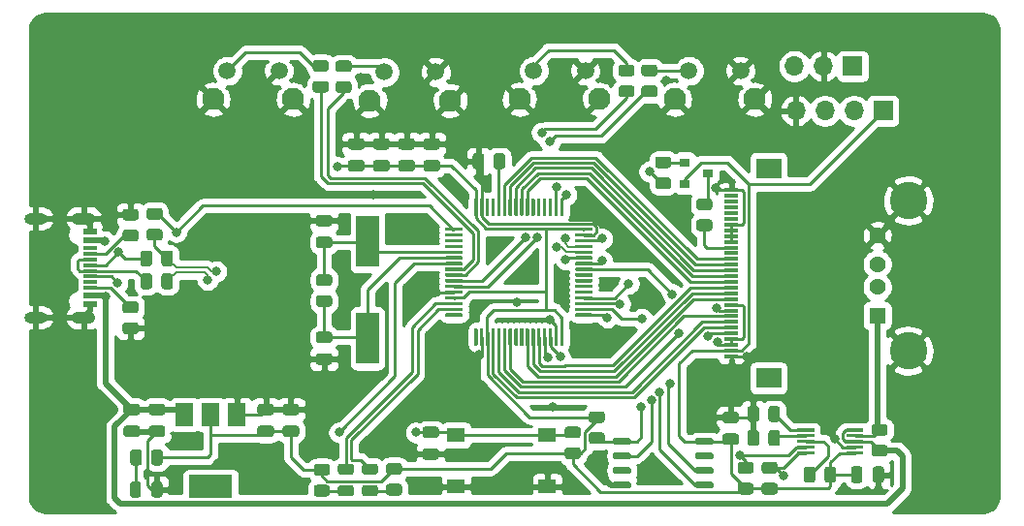
<source format=gbr>
%TF.GenerationSoftware,KiCad,Pcbnew,(5.1.10)-1*%
%TF.CreationDate,2022-04-11T13:22:51+08:00*%
%TF.ProjectId,stm32f103,73746d33-3266-4313-9033-2e6b69636164,rev?*%
%TF.SameCoordinates,Original*%
%TF.FileFunction,Copper,L1,Top*%
%TF.FilePolarity,Positive*%
%FSLAX46Y46*%
G04 Gerber Fmt 4.6, Leading zero omitted, Abs format (unit mm)*
G04 Created by KiCad (PCBNEW (5.1.10)-1) date 2022-04-11 13:22:51*
%MOMM*%
%LPD*%
G01*
G04 APERTURE LIST*
%TA.AperFunction,SMDPad,CuDef*%
%ADD10R,2.200000X1.800000*%
%TD*%
%TA.AperFunction,SMDPad,CuDef*%
%ADD11R,1.300000X0.300000*%
%TD*%
%TA.AperFunction,ComponentPad*%
%ADD12R,1.428000X1.428000*%
%TD*%
%TA.AperFunction,ComponentPad*%
%ADD13C,1.428000*%
%TD*%
%TA.AperFunction,ComponentPad*%
%ADD14C,3.276000*%
%TD*%
%TA.AperFunction,ComponentPad*%
%ADD15O,2.000000X1.000000*%
%TD*%
%TA.AperFunction,ComponentPad*%
%ADD16O,2.100000X1.050000*%
%TD*%
%TA.AperFunction,SMDPad,CuDef*%
%ADD17R,1.150000X0.600000*%
%TD*%
%TA.AperFunction,SMDPad,CuDef*%
%ADD18R,1.150000X0.300000*%
%TD*%
%TA.AperFunction,ComponentPad*%
%ADD19O,1.700000X1.700000*%
%TD*%
%TA.AperFunction,ComponentPad*%
%ADD20R,1.700000X1.700000*%
%TD*%
%TA.AperFunction,SMDPad,CuDef*%
%ADD21R,0.900000X0.800000*%
%TD*%
%TA.AperFunction,ComponentPad*%
%ADD22C,1.498000*%
%TD*%
%TA.AperFunction,ComponentPad*%
%ADD23C,1.950000*%
%TD*%
%TA.AperFunction,SMDPad,CuDef*%
%ADD24R,1.550000X1.300000*%
%TD*%
%TA.AperFunction,SMDPad,CuDef*%
%ADD25R,1.500000X2.000000*%
%TD*%
%TA.AperFunction,SMDPad,CuDef*%
%ADD26R,3.800000X2.000000*%
%TD*%
%TA.AperFunction,SMDPad,CuDef*%
%ADD27R,2.000000X4.500000*%
%TD*%
%TA.AperFunction,ViaPad*%
%ADD28C,0.800000*%
%TD*%
%TA.AperFunction,Conductor*%
%ADD29C,0.250000*%
%TD*%
%TA.AperFunction,Conductor*%
%ADD30C,0.500000*%
%TD*%
%TA.AperFunction,Conductor*%
%ADD31C,0.200000*%
%TD*%
%TA.AperFunction,Conductor*%
%ADD32C,0.254000*%
%TD*%
%TA.AperFunction,Conductor*%
%ADD33C,0.100000*%
%TD*%
G04 APERTURE END LIST*
D10*
%TO.P,J4,MP*%
%TO.N,N/C*%
X179900000Y-89450000D03*
X179900000Y-107750000D03*
D11*
%TO.P,J4,1*%
%TO.N,GND*%
X176650000Y-105850000D03*
%TO.P,J4,2*%
%TO.N,+3V3*%
X176650000Y-105350000D03*
%TO.P,J4,3*%
%TO.N,GND*%
X176650000Y-104850000D03*
%TO.P,J4,4*%
X176650000Y-104350000D03*
%TO.P,J4,5*%
%TO.N,/LCD_RESET*%
X176650000Y-103850000D03*
%TO.P,J4,6*%
%TO.N,/LCD_CS*%
X176650000Y-103350000D03*
%TO.P,J4,7*%
%TO.N,/LCD_DC*%
X176650000Y-102850000D03*
%TO.P,J4,8*%
%TO.N,/LCD_WR*%
X176650000Y-102350000D03*
%TO.P,J4,9*%
%TO.N,/LCD_RD*%
X176650000Y-101850000D03*
%TO.P,J4,10*%
%TO.N,GND*%
X176650000Y-101350000D03*
%TO.P,J4,11*%
%TO.N,/LCD_DB0*%
X176650000Y-100850000D03*
%TO.P,J4,12*%
%TO.N,/LCD_DB1*%
X176650000Y-100350000D03*
%TO.P,J4,13*%
%TO.N,/LCD_DB2*%
X176650000Y-99850000D03*
%TO.P,J4,14*%
%TO.N,/LCD_DB3*%
X176650000Y-99350000D03*
%TO.P,J4,15*%
%TO.N,/LCD_DB4*%
X176650000Y-98850000D03*
%TO.P,J4,16*%
%TO.N,/LCD_DB5*%
X176650000Y-98350000D03*
%TO.P,J4,17*%
%TO.N,/LCD_DB6*%
X176650000Y-97850000D03*
%TO.P,J4,18*%
%TO.N,/LCD_DB7*%
X176650000Y-97350000D03*
%TO.P,J4,19*%
%TO.N,Net-(J4-Pad19)*%
X176650000Y-96850000D03*
%TO.P,J4,20*%
%TO.N,Net-(J4-Pad20)*%
X176650000Y-96350000D03*
%TO.P,J4,21*%
%TO.N,GND*%
X176650000Y-95850000D03*
%TO.P,J4,22*%
X176650000Y-95350000D03*
%TO.P,J4,23*%
X176650000Y-94850000D03*
%TO.P,J4,24*%
X176650000Y-94350000D03*
%TO.P,J4,25*%
%TO.N,Net-(J4-Pad25)*%
X176650000Y-93850000D03*
%TO.P,J4,26*%
%TO.N,Net-(J4-Pad26)*%
X176650000Y-93350000D03*
%TO.P,J4,27*%
%TO.N,Net-(J4-Pad27)*%
X176650000Y-92850000D03*
%TO.P,J4,28*%
%TO.N,Net-(J4-Pad28)*%
X176650000Y-92350000D03*
%TO.P,J4,29*%
%TO.N,Net-(J4-Pad29)*%
X176650000Y-91850000D03*
%TO.P,J4,30*%
%TO.N,GND*%
X176650000Y-91350000D03*
%TD*%
%TO.P,R11,2*%
%TO.N,/USBDN1*%
%TA.AperFunction,SMDPad,CuDef*%
G36*
G01*
X126087500Y-98849998D02*
X126087500Y-99750002D01*
G75*
G02*
X125837502Y-100000000I-249998J0D01*
G01*
X125312498Y-100000000D01*
G75*
G02*
X125062500Y-99750002I0J249998D01*
G01*
X125062500Y-98849998D01*
G75*
G02*
X125312498Y-98600000I249998J0D01*
G01*
X125837502Y-98600000D01*
G75*
G02*
X126087500Y-98849998I0J-249998D01*
G01*
G37*
%TD.AperFunction*%
%TO.P,R11,1*%
%TO.N,/USB_D-*%
%TA.AperFunction,SMDPad,CuDef*%
G36*
G01*
X127912500Y-98849998D02*
X127912500Y-99750002D01*
G75*
G02*
X127662502Y-100000000I-249998J0D01*
G01*
X127137498Y-100000000D01*
G75*
G02*
X126887500Y-99750002I0J249998D01*
G01*
X126887500Y-98849998D01*
G75*
G02*
X127137498Y-98600000I249998J0D01*
G01*
X127662502Y-98600000D01*
G75*
G02*
X127912500Y-98849998I0J-249998D01*
G01*
G37*
%TD.AperFunction*%
%TD*%
%TO.P,R12,2*%
%TO.N,/USBDP1*%
%TA.AperFunction,SMDPad,CuDef*%
G36*
G01*
X126087500Y-96849998D02*
X126087500Y-97750002D01*
G75*
G02*
X125837502Y-98000000I-249998J0D01*
G01*
X125312498Y-98000000D01*
G75*
G02*
X125062500Y-97750002I0J249998D01*
G01*
X125062500Y-96849998D01*
G75*
G02*
X125312498Y-96600000I249998J0D01*
G01*
X125837502Y-96600000D01*
G75*
G02*
X126087500Y-96849998I0J-249998D01*
G01*
G37*
%TD.AperFunction*%
%TO.P,R12,1*%
%TO.N,/USB_D+*%
%TA.AperFunction,SMDPad,CuDef*%
G36*
G01*
X127912500Y-96849998D02*
X127912500Y-97750002D01*
G75*
G02*
X127662502Y-98000000I-249998J0D01*
G01*
X127137498Y-98000000D01*
G75*
G02*
X126887500Y-97750002I0J249998D01*
G01*
X126887500Y-96849998D01*
G75*
G02*
X127137498Y-96600000I249998J0D01*
G01*
X127662502Y-96600000D01*
G75*
G02*
X127912500Y-96849998I0J-249998D01*
G01*
G37*
%TD.AperFunction*%
%TD*%
%TO.P,U2,1*%
%TO.N,+3V3*%
%TA.AperFunction,SMDPad,CuDef*%
G36*
G01*
X151650000Y-94825000D02*
X151650000Y-94675000D01*
G75*
G02*
X151725000Y-94600000I75000J0D01*
G01*
X153125000Y-94600000D01*
G75*
G02*
X153200000Y-94675000I0J-75000D01*
G01*
X153200000Y-94825000D01*
G75*
G02*
X153125000Y-94900000I-75000J0D01*
G01*
X151725000Y-94900000D01*
G75*
G02*
X151650000Y-94825000I0J75000D01*
G01*
G37*
%TD.AperFunction*%
%TO.P,U2,2*%
%TO.N,Net-(U2-Pad2)*%
%TA.AperFunction,SMDPad,CuDef*%
G36*
G01*
X151650000Y-95325000D02*
X151650000Y-95175000D01*
G75*
G02*
X151725000Y-95100000I75000J0D01*
G01*
X153125000Y-95100000D01*
G75*
G02*
X153200000Y-95175000I0J-75000D01*
G01*
X153200000Y-95325000D01*
G75*
G02*
X153125000Y-95400000I-75000J0D01*
G01*
X151725000Y-95400000D01*
G75*
G02*
X151650000Y-95325000I0J75000D01*
G01*
G37*
%TD.AperFunction*%
%TO.P,U2,3*%
%TO.N,Net-(U2-Pad3)*%
%TA.AperFunction,SMDPad,CuDef*%
G36*
G01*
X151650000Y-95825000D02*
X151650000Y-95675000D01*
G75*
G02*
X151725000Y-95600000I75000J0D01*
G01*
X153125000Y-95600000D01*
G75*
G02*
X153200000Y-95675000I0J-75000D01*
G01*
X153200000Y-95825000D01*
G75*
G02*
X153125000Y-95900000I-75000J0D01*
G01*
X151725000Y-95900000D01*
G75*
G02*
X151650000Y-95825000I0J75000D01*
G01*
G37*
%TD.AperFunction*%
%TO.P,U2,4*%
%TO.N,Net-(U2-Pad4)*%
%TA.AperFunction,SMDPad,CuDef*%
G36*
G01*
X151650000Y-96325000D02*
X151650000Y-96175000D01*
G75*
G02*
X151725000Y-96100000I75000J0D01*
G01*
X153125000Y-96100000D01*
G75*
G02*
X153200000Y-96175000I0J-75000D01*
G01*
X153200000Y-96325000D01*
G75*
G02*
X153125000Y-96400000I-75000J0D01*
G01*
X151725000Y-96400000D01*
G75*
G02*
X151650000Y-96325000I0J75000D01*
G01*
G37*
%TD.AperFunction*%
%TO.P,U2,5*%
%TO.N,/X1*%
%TA.AperFunction,SMDPad,CuDef*%
G36*
G01*
X151650000Y-96825000D02*
X151650000Y-96675000D01*
G75*
G02*
X151725000Y-96600000I75000J0D01*
G01*
X153125000Y-96600000D01*
G75*
G02*
X153200000Y-96675000I0J-75000D01*
G01*
X153200000Y-96825000D01*
G75*
G02*
X153125000Y-96900000I-75000J0D01*
G01*
X151725000Y-96900000D01*
G75*
G02*
X151650000Y-96825000I0J75000D01*
G01*
G37*
%TD.AperFunction*%
%TO.P,U2,6*%
%TO.N,/X2*%
%TA.AperFunction,SMDPad,CuDef*%
G36*
G01*
X151650000Y-97325000D02*
X151650000Y-97175000D01*
G75*
G02*
X151725000Y-97100000I75000J0D01*
G01*
X153125000Y-97100000D01*
G75*
G02*
X153200000Y-97175000I0J-75000D01*
G01*
X153200000Y-97325000D01*
G75*
G02*
X153125000Y-97400000I-75000J0D01*
G01*
X151725000Y-97400000D01*
G75*
G02*
X151650000Y-97325000I0J75000D01*
G01*
G37*
%TD.AperFunction*%
%TO.P,U2,7*%
%TO.N,/RST*%
%TA.AperFunction,SMDPad,CuDef*%
G36*
G01*
X151650000Y-97825000D02*
X151650000Y-97675000D01*
G75*
G02*
X151725000Y-97600000I75000J0D01*
G01*
X153125000Y-97600000D01*
G75*
G02*
X153200000Y-97675000I0J-75000D01*
G01*
X153200000Y-97825000D01*
G75*
G02*
X153125000Y-97900000I-75000J0D01*
G01*
X151725000Y-97900000D01*
G75*
G02*
X151650000Y-97825000I0J75000D01*
G01*
G37*
%TD.AperFunction*%
%TO.P,U2,8*%
%TO.N,/KEY1*%
%TA.AperFunction,SMDPad,CuDef*%
G36*
G01*
X151650000Y-98325000D02*
X151650000Y-98175000D01*
G75*
G02*
X151725000Y-98100000I75000J0D01*
G01*
X153125000Y-98100000D01*
G75*
G02*
X153200000Y-98175000I0J-75000D01*
G01*
X153200000Y-98325000D01*
G75*
G02*
X153125000Y-98400000I-75000J0D01*
G01*
X151725000Y-98400000D01*
G75*
G02*
X151650000Y-98325000I0J75000D01*
G01*
G37*
%TD.AperFunction*%
%TO.P,U2,9*%
%TO.N,/KEY2*%
%TA.AperFunction,SMDPad,CuDef*%
G36*
G01*
X151650000Y-98825000D02*
X151650000Y-98675000D01*
G75*
G02*
X151725000Y-98600000I75000J0D01*
G01*
X153125000Y-98600000D01*
G75*
G02*
X153200000Y-98675000I0J-75000D01*
G01*
X153200000Y-98825000D01*
G75*
G02*
X153125000Y-98900000I-75000J0D01*
G01*
X151725000Y-98900000D01*
G75*
G02*
X151650000Y-98825000I0J75000D01*
G01*
G37*
%TD.AperFunction*%
%TO.P,U2,10*%
%TO.N,/KEY3*%
%TA.AperFunction,SMDPad,CuDef*%
G36*
G01*
X151650000Y-99325000D02*
X151650000Y-99175000D01*
G75*
G02*
X151725000Y-99100000I75000J0D01*
G01*
X153125000Y-99100000D01*
G75*
G02*
X153200000Y-99175000I0J-75000D01*
G01*
X153200000Y-99325000D01*
G75*
G02*
X153125000Y-99400000I-75000J0D01*
G01*
X151725000Y-99400000D01*
G75*
G02*
X151650000Y-99325000I0J75000D01*
G01*
G37*
%TD.AperFunction*%
%TO.P,U2,11*%
%TO.N,/KEY4*%
%TA.AperFunction,SMDPad,CuDef*%
G36*
G01*
X151650000Y-99825000D02*
X151650000Y-99675000D01*
G75*
G02*
X151725000Y-99600000I75000J0D01*
G01*
X153125000Y-99600000D01*
G75*
G02*
X153200000Y-99675000I0J-75000D01*
G01*
X153200000Y-99825000D01*
G75*
G02*
X153125000Y-99900000I-75000J0D01*
G01*
X151725000Y-99900000D01*
G75*
G02*
X151650000Y-99825000I0J75000D01*
G01*
G37*
%TD.AperFunction*%
%TO.P,U2,12*%
%TO.N,GND*%
%TA.AperFunction,SMDPad,CuDef*%
G36*
G01*
X151650000Y-100325000D02*
X151650000Y-100175000D01*
G75*
G02*
X151725000Y-100100000I75000J0D01*
G01*
X153125000Y-100100000D01*
G75*
G02*
X153200000Y-100175000I0J-75000D01*
G01*
X153200000Y-100325000D01*
G75*
G02*
X153125000Y-100400000I-75000J0D01*
G01*
X151725000Y-100400000D01*
G75*
G02*
X151650000Y-100325000I0J75000D01*
G01*
G37*
%TD.AperFunction*%
%TO.P,U2,13*%
%TO.N,+3V3*%
%TA.AperFunction,SMDPad,CuDef*%
G36*
G01*
X151650000Y-100825000D02*
X151650000Y-100675000D01*
G75*
G02*
X151725000Y-100600000I75000J0D01*
G01*
X153125000Y-100600000D01*
G75*
G02*
X153200000Y-100675000I0J-75000D01*
G01*
X153200000Y-100825000D01*
G75*
G02*
X153125000Y-100900000I-75000J0D01*
G01*
X151725000Y-100900000D01*
G75*
G02*
X151650000Y-100825000I0J75000D01*
G01*
G37*
%TD.AperFunction*%
%TO.P,U2,14*%
%TO.N,/LED1*%
%TA.AperFunction,SMDPad,CuDef*%
G36*
G01*
X151650000Y-101325000D02*
X151650000Y-101175000D01*
G75*
G02*
X151725000Y-101100000I75000J0D01*
G01*
X153125000Y-101100000D01*
G75*
G02*
X153200000Y-101175000I0J-75000D01*
G01*
X153200000Y-101325000D01*
G75*
G02*
X153125000Y-101400000I-75000J0D01*
G01*
X151725000Y-101400000D01*
G75*
G02*
X151650000Y-101325000I0J75000D01*
G01*
G37*
%TD.AperFunction*%
%TO.P,U2,15*%
%TO.N,/LED2*%
%TA.AperFunction,SMDPad,CuDef*%
G36*
G01*
X151650000Y-101825000D02*
X151650000Y-101675000D01*
G75*
G02*
X151725000Y-101600000I75000J0D01*
G01*
X153125000Y-101600000D01*
G75*
G02*
X153200000Y-101675000I0J-75000D01*
G01*
X153200000Y-101825000D01*
G75*
G02*
X153125000Y-101900000I-75000J0D01*
G01*
X151725000Y-101900000D01*
G75*
G02*
X151650000Y-101825000I0J75000D01*
G01*
G37*
%TD.AperFunction*%
%TO.P,U2,16*%
%TO.N,Net-(U2-Pad16)*%
%TA.AperFunction,SMDPad,CuDef*%
G36*
G01*
X151650000Y-102325000D02*
X151650000Y-102175000D01*
G75*
G02*
X151725000Y-102100000I75000J0D01*
G01*
X153125000Y-102100000D01*
G75*
G02*
X153200000Y-102175000I0J-75000D01*
G01*
X153200000Y-102325000D01*
G75*
G02*
X153125000Y-102400000I-75000J0D01*
G01*
X151725000Y-102400000D01*
G75*
G02*
X151650000Y-102325000I0J75000D01*
G01*
G37*
%TD.AperFunction*%
%TO.P,U2,17*%
%TO.N,Net-(U2-Pad17)*%
%TA.AperFunction,SMDPad,CuDef*%
G36*
G01*
X154200000Y-104875000D02*
X154200000Y-103475000D01*
G75*
G02*
X154275000Y-103400000I75000J0D01*
G01*
X154425000Y-103400000D01*
G75*
G02*
X154500000Y-103475000I0J-75000D01*
G01*
X154500000Y-104875000D01*
G75*
G02*
X154425000Y-104950000I-75000J0D01*
G01*
X154275000Y-104950000D01*
G75*
G02*
X154200000Y-104875000I0J75000D01*
G01*
G37*
%TD.AperFunction*%
%TO.P,U2,18*%
%TO.N,GND*%
%TA.AperFunction,SMDPad,CuDef*%
G36*
G01*
X154700000Y-104875000D02*
X154700000Y-103475000D01*
G75*
G02*
X154775000Y-103400000I75000J0D01*
G01*
X154925000Y-103400000D01*
G75*
G02*
X155000000Y-103475000I0J-75000D01*
G01*
X155000000Y-104875000D01*
G75*
G02*
X154925000Y-104950000I-75000J0D01*
G01*
X154775000Y-104950000D01*
G75*
G02*
X154700000Y-104875000I0J75000D01*
G01*
G37*
%TD.AperFunction*%
%TO.P,U2,19*%
%TO.N,+3V3*%
%TA.AperFunction,SMDPad,CuDef*%
G36*
G01*
X155200000Y-104875000D02*
X155200000Y-103475000D01*
G75*
G02*
X155275000Y-103400000I75000J0D01*
G01*
X155425000Y-103400000D01*
G75*
G02*
X155500000Y-103475000I0J-75000D01*
G01*
X155500000Y-104875000D01*
G75*
G02*
X155425000Y-104950000I-75000J0D01*
G01*
X155275000Y-104950000D01*
G75*
G02*
X155200000Y-104875000I0J75000D01*
G01*
G37*
%TD.AperFunction*%
%TO.P,U2,20*%
%TO.N,/LCD_CS*%
%TA.AperFunction,SMDPad,CuDef*%
G36*
G01*
X155700000Y-104875000D02*
X155700000Y-103475000D01*
G75*
G02*
X155775000Y-103400000I75000J0D01*
G01*
X155925000Y-103400000D01*
G75*
G02*
X156000000Y-103475000I0J-75000D01*
G01*
X156000000Y-104875000D01*
G75*
G02*
X155925000Y-104950000I-75000J0D01*
G01*
X155775000Y-104950000D01*
G75*
G02*
X155700000Y-104875000I0J75000D01*
G01*
G37*
%TD.AperFunction*%
%TO.P,U2,21*%
%TO.N,/LCD_DC*%
%TA.AperFunction,SMDPad,CuDef*%
G36*
G01*
X156200000Y-104875000D02*
X156200000Y-103475000D01*
G75*
G02*
X156275000Y-103400000I75000J0D01*
G01*
X156425000Y-103400000D01*
G75*
G02*
X156500000Y-103475000I0J-75000D01*
G01*
X156500000Y-104875000D01*
G75*
G02*
X156425000Y-104950000I-75000J0D01*
G01*
X156275000Y-104950000D01*
G75*
G02*
X156200000Y-104875000I0J75000D01*
G01*
G37*
%TD.AperFunction*%
%TO.P,U2,22*%
%TO.N,/LCD_RESET*%
%TA.AperFunction,SMDPad,CuDef*%
G36*
G01*
X156700000Y-104875000D02*
X156700000Y-103475000D01*
G75*
G02*
X156775000Y-103400000I75000J0D01*
G01*
X156925000Y-103400000D01*
G75*
G02*
X157000000Y-103475000I0J-75000D01*
G01*
X157000000Y-104875000D01*
G75*
G02*
X156925000Y-104950000I-75000J0D01*
G01*
X156775000Y-104950000D01*
G75*
G02*
X156700000Y-104875000I0J75000D01*
G01*
G37*
%TD.AperFunction*%
%TO.P,U2,23*%
%TO.N,/LCD_WR*%
%TA.AperFunction,SMDPad,CuDef*%
G36*
G01*
X157200000Y-104875000D02*
X157200000Y-103475000D01*
G75*
G02*
X157275000Y-103400000I75000J0D01*
G01*
X157425000Y-103400000D01*
G75*
G02*
X157500000Y-103475000I0J-75000D01*
G01*
X157500000Y-104875000D01*
G75*
G02*
X157425000Y-104950000I-75000J0D01*
G01*
X157275000Y-104950000D01*
G75*
G02*
X157200000Y-104875000I0J75000D01*
G01*
G37*
%TD.AperFunction*%
%TO.P,U2,24*%
%TO.N,Net-(U2-Pad24)*%
%TA.AperFunction,SMDPad,CuDef*%
G36*
G01*
X157700000Y-104875000D02*
X157700000Y-103475000D01*
G75*
G02*
X157775000Y-103400000I75000J0D01*
G01*
X157925000Y-103400000D01*
G75*
G02*
X158000000Y-103475000I0J-75000D01*
G01*
X158000000Y-104875000D01*
G75*
G02*
X157925000Y-104950000I-75000J0D01*
G01*
X157775000Y-104950000D01*
G75*
G02*
X157700000Y-104875000I0J75000D01*
G01*
G37*
%TD.AperFunction*%
%TO.P,U2,25*%
%TO.N,Net-(U2-Pad25)*%
%TA.AperFunction,SMDPad,CuDef*%
G36*
G01*
X158200000Y-104875000D02*
X158200000Y-103475000D01*
G75*
G02*
X158275000Y-103400000I75000J0D01*
G01*
X158425000Y-103400000D01*
G75*
G02*
X158500000Y-103475000I0J-75000D01*
G01*
X158500000Y-104875000D01*
G75*
G02*
X158425000Y-104950000I-75000J0D01*
G01*
X158275000Y-104950000D01*
G75*
G02*
X158200000Y-104875000I0J75000D01*
G01*
G37*
%TD.AperFunction*%
%TO.P,U2,26*%
%TO.N,/LCD_DB0*%
%TA.AperFunction,SMDPad,CuDef*%
G36*
G01*
X158700000Y-104875000D02*
X158700000Y-103475000D01*
G75*
G02*
X158775000Y-103400000I75000J0D01*
G01*
X158925000Y-103400000D01*
G75*
G02*
X159000000Y-103475000I0J-75000D01*
G01*
X159000000Y-104875000D01*
G75*
G02*
X158925000Y-104950000I-75000J0D01*
G01*
X158775000Y-104950000D01*
G75*
G02*
X158700000Y-104875000I0J75000D01*
G01*
G37*
%TD.AperFunction*%
%TO.P,U2,27*%
%TO.N,/LCD_DB1*%
%TA.AperFunction,SMDPad,CuDef*%
G36*
G01*
X159200000Y-104875000D02*
X159200000Y-103475000D01*
G75*
G02*
X159275000Y-103400000I75000J0D01*
G01*
X159425000Y-103400000D01*
G75*
G02*
X159500000Y-103475000I0J-75000D01*
G01*
X159500000Y-104875000D01*
G75*
G02*
X159425000Y-104950000I-75000J0D01*
G01*
X159275000Y-104950000D01*
G75*
G02*
X159200000Y-104875000I0J75000D01*
G01*
G37*
%TD.AperFunction*%
%TO.P,U2,28*%
%TO.N,/LCD_DB2*%
%TA.AperFunction,SMDPad,CuDef*%
G36*
G01*
X159700000Y-104875000D02*
X159700000Y-103475000D01*
G75*
G02*
X159775000Y-103400000I75000J0D01*
G01*
X159925000Y-103400000D01*
G75*
G02*
X160000000Y-103475000I0J-75000D01*
G01*
X160000000Y-104875000D01*
G75*
G02*
X159925000Y-104950000I-75000J0D01*
G01*
X159775000Y-104950000D01*
G75*
G02*
X159700000Y-104875000I0J75000D01*
G01*
G37*
%TD.AperFunction*%
%TO.P,U2,29*%
%TO.N,/INA226_SCL*%
%TA.AperFunction,SMDPad,CuDef*%
G36*
G01*
X160200000Y-104875000D02*
X160200000Y-103475000D01*
G75*
G02*
X160275000Y-103400000I75000J0D01*
G01*
X160425000Y-103400000D01*
G75*
G02*
X160500000Y-103475000I0J-75000D01*
G01*
X160500000Y-104875000D01*
G75*
G02*
X160425000Y-104950000I-75000J0D01*
G01*
X160275000Y-104950000D01*
G75*
G02*
X160200000Y-104875000I0J75000D01*
G01*
G37*
%TD.AperFunction*%
%TO.P,U2,30*%
%TO.N,/INA226_SDA*%
%TA.AperFunction,SMDPad,CuDef*%
G36*
G01*
X160700000Y-104875000D02*
X160700000Y-103475000D01*
G75*
G02*
X160775000Y-103400000I75000J0D01*
G01*
X160925000Y-103400000D01*
G75*
G02*
X161000000Y-103475000I0J-75000D01*
G01*
X161000000Y-104875000D01*
G75*
G02*
X160925000Y-104950000I-75000J0D01*
G01*
X160775000Y-104950000D01*
G75*
G02*
X160700000Y-104875000I0J75000D01*
G01*
G37*
%TD.AperFunction*%
%TO.P,U2,31*%
%TO.N,GND*%
%TA.AperFunction,SMDPad,CuDef*%
G36*
G01*
X161200000Y-104875000D02*
X161200000Y-103475000D01*
G75*
G02*
X161275000Y-103400000I75000J0D01*
G01*
X161425000Y-103400000D01*
G75*
G02*
X161500000Y-103475000I0J-75000D01*
G01*
X161500000Y-104875000D01*
G75*
G02*
X161425000Y-104950000I-75000J0D01*
G01*
X161275000Y-104950000D01*
G75*
G02*
X161200000Y-104875000I0J75000D01*
G01*
G37*
%TD.AperFunction*%
%TO.P,U2,32*%
%TO.N,+3V3*%
%TA.AperFunction,SMDPad,CuDef*%
G36*
G01*
X161700000Y-104875000D02*
X161700000Y-103475000D01*
G75*
G02*
X161775000Y-103400000I75000J0D01*
G01*
X161925000Y-103400000D01*
G75*
G02*
X162000000Y-103475000I0J-75000D01*
G01*
X162000000Y-104875000D01*
G75*
G02*
X161925000Y-104950000I-75000J0D01*
G01*
X161775000Y-104950000D01*
G75*
G02*
X161700000Y-104875000I0J75000D01*
G01*
G37*
%TD.AperFunction*%
%TO.P,U2,33*%
%TO.N,/SPI2_NSS*%
%TA.AperFunction,SMDPad,CuDef*%
G36*
G01*
X163000000Y-102325000D02*
X163000000Y-102175000D01*
G75*
G02*
X163075000Y-102100000I75000J0D01*
G01*
X164475000Y-102100000D01*
G75*
G02*
X164550000Y-102175000I0J-75000D01*
G01*
X164550000Y-102325000D01*
G75*
G02*
X164475000Y-102400000I-75000J0D01*
G01*
X163075000Y-102400000D01*
G75*
G02*
X163000000Y-102325000I0J75000D01*
G01*
G37*
%TD.AperFunction*%
%TO.P,U2,34*%
%TO.N,/SPI2_SCLK*%
%TA.AperFunction,SMDPad,CuDef*%
G36*
G01*
X163000000Y-101825000D02*
X163000000Y-101675000D01*
G75*
G02*
X163075000Y-101600000I75000J0D01*
G01*
X164475000Y-101600000D01*
G75*
G02*
X164550000Y-101675000I0J-75000D01*
G01*
X164550000Y-101825000D01*
G75*
G02*
X164475000Y-101900000I-75000J0D01*
G01*
X163075000Y-101900000D01*
G75*
G02*
X163000000Y-101825000I0J75000D01*
G01*
G37*
%TD.AperFunction*%
%TO.P,U2,35*%
%TO.N,/SPI2_MISO*%
%TA.AperFunction,SMDPad,CuDef*%
G36*
G01*
X163000000Y-101325000D02*
X163000000Y-101175000D01*
G75*
G02*
X163075000Y-101100000I75000J0D01*
G01*
X164475000Y-101100000D01*
G75*
G02*
X164550000Y-101175000I0J-75000D01*
G01*
X164550000Y-101325000D01*
G75*
G02*
X164475000Y-101400000I-75000J0D01*
G01*
X163075000Y-101400000D01*
G75*
G02*
X163000000Y-101325000I0J75000D01*
G01*
G37*
%TD.AperFunction*%
%TO.P,U2,36*%
%TO.N,/SPI2_MOSI*%
%TA.AperFunction,SMDPad,CuDef*%
G36*
G01*
X163000000Y-100825000D02*
X163000000Y-100675000D01*
G75*
G02*
X163075000Y-100600000I75000J0D01*
G01*
X164475000Y-100600000D01*
G75*
G02*
X164550000Y-100675000I0J-75000D01*
G01*
X164550000Y-100825000D01*
G75*
G02*
X164475000Y-100900000I-75000J0D01*
G01*
X163075000Y-100900000D01*
G75*
G02*
X163000000Y-100825000I0J75000D01*
G01*
G37*
%TD.AperFunction*%
%TO.P,U2,37*%
%TO.N,Net-(U2-Pad37)*%
%TA.AperFunction,SMDPad,CuDef*%
G36*
G01*
X163000000Y-100325000D02*
X163000000Y-100175000D01*
G75*
G02*
X163075000Y-100100000I75000J0D01*
G01*
X164475000Y-100100000D01*
G75*
G02*
X164550000Y-100175000I0J-75000D01*
G01*
X164550000Y-100325000D01*
G75*
G02*
X164475000Y-100400000I-75000J0D01*
G01*
X163075000Y-100400000D01*
G75*
G02*
X163000000Y-100325000I0J75000D01*
G01*
G37*
%TD.AperFunction*%
%TO.P,U2,38*%
%TO.N,Net-(U2-Pad38)*%
%TA.AperFunction,SMDPad,CuDef*%
G36*
G01*
X163000000Y-99825000D02*
X163000000Y-99675000D01*
G75*
G02*
X163075000Y-99600000I75000J0D01*
G01*
X164475000Y-99600000D01*
G75*
G02*
X164550000Y-99675000I0J-75000D01*
G01*
X164550000Y-99825000D01*
G75*
G02*
X164475000Y-99900000I-75000J0D01*
G01*
X163075000Y-99900000D01*
G75*
G02*
X163000000Y-99825000I0J75000D01*
G01*
G37*
%TD.AperFunction*%
%TO.P,U2,39*%
%TO.N,Net-(U2-Pad39)*%
%TA.AperFunction,SMDPad,CuDef*%
G36*
G01*
X163000000Y-99325000D02*
X163000000Y-99175000D01*
G75*
G02*
X163075000Y-99100000I75000J0D01*
G01*
X164475000Y-99100000D01*
G75*
G02*
X164550000Y-99175000I0J-75000D01*
G01*
X164550000Y-99325000D01*
G75*
G02*
X164475000Y-99400000I-75000J0D01*
G01*
X163075000Y-99400000D01*
G75*
G02*
X163000000Y-99325000I0J75000D01*
G01*
G37*
%TD.AperFunction*%
%TO.P,U2,40*%
%TO.N,Net-(U2-Pad40)*%
%TA.AperFunction,SMDPad,CuDef*%
G36*
G01*
X163000000Y-98825000D02*
X163000000Y-98675000D01*
G75*
G02*
X163075000Y-98600000I75000J0D01*
G01*
X164475000Y-98600000D01*
G75*
G02*
X164550000Y-98675000I0J-75000D01*
G01*
X164550000Y-98825000D01*
G75*
G02*
X164475000Y-98900000I-75000J0D01*
G01*
X163075000Y-98900000D01*
G75*
G02*
X163000000Y-98825000I0J75000D01*
G01*
G37*
%TD.AperFunction*%
%TO.P,U2,41*%
%TO.N,/LCD_RD*%
%TA.AperFunction,SMDPad,CuDef*%
G36*
G01*
X163000000Y-98325000D02*
X163000000Y-98175000D01*
G75*
G02*
X163075000Y-98100000I75000J0D01*
G01*
X164475000Y-98100000D01*
G75*
G02*
X164550000Y-98175000I0J-75000D01*
G01*
X164550000Y-98325000D01*
G75*
G02*
X164475000Y-98400000I-75000J0D01*
G01*
X163075000Y-98400000D01*
G75*
G02*
X163000000Y-98325000I0J75000D01*
G01*
G37*
%TD.AperFunction*%
%TO.P,U2,42*%
%TO.N,/USART1_TX*%
%TA.AperFunction,SMDPad,CuDef*%
G36*
G01*
X163000000Y-97825000D02*
X163000000Y-97675000D01*
G75*
G02*
X163075000Y-97600000I75000J0D01*
G01*
X164475000Y-97600000D01*
G75*
G02*
X164550000Y-97675000I0J-75000D01*
G01*
X164550000Y-97825000D01*
G75*
G02*
X164475000Y-97900000I-75000J0D01*
G01*
X163075000Y-97900000D01*
G75*
G02*
X163000000Y-97825000I0J75000D01*
G01*
G37*
%TD.AperFunction*%
%TO.P,U2,43*%
%TO.N,/USART1_RX*%
%TA.AperFunction,SMDPad,CuDef*%
G36*
G01*
X163000000Y-97325000D02*
X163000000Y-97175000D01*
G75*
G02*
X163075000Y-97100000I75000J0D01*
G01*
X164475000Y-97100000D01*
G75*
G02*
X164550000Y-97175000I0J-75000D01*
G01*
X164550000Y-97325000D01*
G75*
G02*
X164475000Y-97400000I-75000J0D01*
G01*
X163075000Y-97400000D01*
G75*
G02*
X163000000Y-97325000I0J75000D01*
G01*
G37*
%TD.AperFunction*%
%TO.P,U2,44*%
%TO.N,/USB_D-*%
%TA.AperFunction,SMDPad,CuDef*%
G36*
G01*
X163000000Y-96825000D02*
X163000000Y-96675000D01*
G75*
G02*
X163075000Y-96600000I75000J0D01*
G01*
X164475000Y-96600000D01*
G75*
G02*
X164550000Y-96675000I0J-75000D01*
G01*
X164550000Y-96825000D01*
G75*
G02*
X164475000Y-96900000I-75000J0D01*
G01*
X163075000Y-96900000D01*
G75*
G02*
X163000000Y-96825000I0J75000D01*
G01*
G37*
%TD.AperFunction*%
%TO.P,U2,45*%
%TO.N,/USB_D+*%
%TA.AperFunction,SMDPad,CuDef*%
G36*
G01*
X163000000Y-96325000D02*
X163000000Y-96175000D01*
G75*
G02*
X163075000Y-96100000I75000J0D01*
G01*
X164475000Y-96100000D01*
G75*
G02*
X164550000Y-96175000I0J-75000D01*
G01*
X164550000Y-96325000D01*
G75*
G02*
X164475000Y-96400000I-75000J0D01*
G01*
X163075000Y-96400000D01*
G75*
G02*
X163000000Y-96325000I0J75000D01*
G01*
G37*
%TD.AperFunction*%
%TO.P,U2,46*%
%TO.N,/SW_DIO*%
%TA.AperFunction,SMDPad,CuDef*%
G36*
G01*
X163000000Y-95825000D02*
X163000000Y-95675000D01*
G75*
G02*
X163075000Y-95600000I75000J0D01*
G01*
X164475000Y-95600000D01*
G75*
G02*
X164550000Y-95675000I0J-75000D01*
G01*
X164550000Y-95825000D01*
G75*
G02*
X164475000Y-95900000I-75000J0D01*
G01*
X163075000Y-95900000D01*
G75*
G02*
X163000000Y-95825000I0J75000D01*
G01*
G37*
%TD.AperFunction*%
%TO.P,U2,47*%
%TO.N,GND*%
%TA.AperFunction,SMDPad,CuDef*%
G36*
G01*
X163000000Y-95325000D02*
X163000000Y-95175000D01*
G75*
G02*
X163075000Y-95100000I75000J0D01*
G01*
X164475000Y-95100000D01*
G75*
G02*
X164550000Y-95175000I0J-75000D01*
G01*
X164550000Y-95325000D01*
G75*
G02*
X164475000Y-95400000I-75000J0D01*
G01*
X163075000Y-95400000D01*
G75*
G02*
X163000000Y-95325000I0J75000D01*
G01*
G37*
%TD.AperFunction*%
%TO.P,U2,48*%
%TO.N,+3V3*%
%TA.AperFunction,SMDPad,CuDef*%
G36*
G01*
X163000000Y-94825000D02*
X163000000Y-94675000D01*
G75*
G02*
X163075000Y-94600000I75000J0D01*
G01*
X164475000Y-94600000D01*
G75*
G02*
X164550000Y-94675000I0J-75000D01*
G01*
X164550000Y-94825000D01*
G75*
G02*
X164475000Y-94900000I-75000J0D01*
G01*
X163075000Y-94900000D01*
G75*
G02*
X163000000Y-94825000I0J75000D01*
G01*
G37*
%TD.AperFunction*%
%TO.P,U2,49*%
%TO.N,/SW_CLK*%
%TA.AperFunction,SMDPad,CuDef*%
G36*
G01*
X161700000Y-93525000D02*
X161700000Y-92125000D01*
G75*
G02*
X161775000Y-92050000I75000J0D01*
G01*
X161925000Y-92050000D01*
G75*
G02*
X162000000Y-92125000I0J-75000D01*
G01*
X162000000Y-93525000D01*
G75*
G02*
X161925000Y-93600000I-75000J0D01*
G01*
X161775000Y-93600000D01*
G75*
G02*
X161700000Y-93525000I0J75000D01*
G01*
G37*
%TD.AperFunction*%
%TO.P,U2,50*%
%TO.N,/BL_PWM*%
%TA.AperFunction,SMDPad,CuDef*%
G36*
G01*
X161200000Y-93525000D02*
X161200000Y-92125000D01*
G75*
G02*
X161275000Y-92050000I75000J0D01*
G01*
X161425000Y-92050000D01*
G75*
G02*
X161500000Y-92125000I0J-75000D01*
G01*
X161500000Y-93525000D01*
G75*
G02*
X161425000Y-93600000I-75000J0D01*
G01*
X161275000Y-93600000D01*
G75*
G02*
X161200000Y-93525000I0J75000D01*
G01*
G37*
%TD.AperFunction*%
%TO.P,U2,51*%
%TO.N,Net-(U2-Pad51)*%
%TA.AperFunction,SMDPad,CuDef*%
G36*
G01*
X160700000Y-93525000D02*
X160700000Y-92125000D01*
G75*
G02*
X160775000Y-92050000I75000J0D01*
G01*
X160925000Y-92050000D01*
G75*
G02*
X161000000Y-92125000I0J-75000D01*
G01*
X161000000Y-93525000D01*
G75*
G02*
X160925000Y-93600000I-75000J0D01*
G01*
X160775000Y-93600000D01*
G75*
G02*
X160700000Y-93525000I0J75000D01*
G01*
G37*
%TD.AperFunction*%
%TO.P,U2,52*%
%TO.N,Net-(U2-Pad52)*%
%TA.AperFunction,SMDPad,CuDef*%
G36*
G01*
X160200000Y-93525000D02*
X160200000Y-92125000D01*
G75*
G02*
X160275000Y-92050000I75000J0D01*
G01*
X160425000Y-92050000D01*
G75*
G02*
X160500000Y-92125000I0J-75000D01*
G01*
X160500000Y-93525000D01*
G75*
G02*
X160425000Y-93600000I-75000J0D01*
G01*
X160275000Y-93600000D01*
G75*
G02*
X160200000Y-93525000I0J75000D01*
G01*
G37*
%TD.AperFunction*%
%TO.P,U2,53*%
%TO.N,Net-(U2-Pad53)*%
%TA.AperFunction,SMDPad,CuDef*%
G36*
G01*
X159700000Y-93525000D02*
X159700000Y-92125000D01*
G75*
G02*
X159775000Y-92050000I75000J0D01*
G01*
X159925000Y-92050000D01*
G75*
G02*
X160000000Y-92125000I0J-75000D01*
G01*
X160000000Y-93525000D01*
G75*
G02*
X159925000Y-93600000I-75000J0D01*
G01*
X159775000Y-93600000D01*
G75*
G02*
X159700000Y-93525000I0J75000D01*
G01*
G37*
%TD.AperFunction*%
%TO.P,U2,54*%
%TO.N,Net-(U2-Pad54)*%
%TA.AperFunction,SMDPad,CuDef*%
G36*
G01*
X159200000Y-93525000D02*
X159200000Y-92125000D01*
G75*
G02*
X159275000Y-92050000I75000J0D01*
G01*
X159425000Y-92050000D01*
G75*
G02*
X159500000Y-92125000I0J-75000D01*
G01*
X159500000Y-93525000D01*
G75*
G02*
X159425000Y-93600000I-75000J0D01*
G01*
X159275000Y-93600000D01*
G75*
G02*
X159200000Y-93525000I0J75000D01*
G01*
G37*
%TD.AperFunction*%
%TO.P,U2,55*%
%TO.N,/LCD_DB3*%
%TA.AperFunction,SMDPad,CuDef*%
G36*
G01*
X158700000Y-93525000D02*
X158700000Y-92125000D01*
G75*
G02*
X158775000Y-92050000I75000J0D01*
G01*
X158925000Y-92050000D01*
G75*
G02*
X159000000Y-92125000I0J-75000D01*
G01*
X159000000Y-93525000D01*
G75*
G02*
X158925000Y-93600000I-75000J0D01*
G01*
X158775000Y-93600000D01*
G75*
G02*
X158700000Y-93525000I0J75000D01*
G01*
G37*
%TD.AperFunction*%
%TO.P,U2,56*%
%TO.N,/LCD_DB4*%
%TA.AperFunction,SMDPad,CuDef*%
G36*
G01*
X158200000Y-93525000D02*
X158200000Y-92125000D01*
G75*
G02*
X158275000Y-92050000I75000J0D01*
G01*
X158425000Y-92050000D01*
G75*
G02*
X158500000Y-92125000I0J-75000D01*
G01*
X158500000Y-93525000D01*
G75*
G02*
X158425000Y-93600000I-75000J0D01*
G01*
X158275000Y-93600000D01*
G75*
G02*
X158200000Y-93525000I0J75000D01*
G01*
G37*
%TD.AperFunction*%
%TO.P,U2,57*%
%TO.N,/LCD_DB5*%
%TA.AperFunction,SMDPad,CuDef*%
G36*
G01*
X157700000Y-93525000D02*
X157700000Y-92125000D01*
G75*
G02*
X157775000Y-92050000I75000J0D01*
G01*
X157925000Y-92050000D01*
G75*
G02*
X158000000Y-92125000I0J-75000D01*
G01*
X158000000Y-93525000D01*
G75*
G02*
X157925000Y-93600000I-75000J0D01*
G01*
X157775000Y-93600000D01*
G75*
G02*
X157700000Y-93525000I0J75000D01*
G01*
G37*
%TD.AperFunction*%
%TO.P,U2,58*%
%TO.N,/LCD_DB6*%
%TA.AperFunction,SMDPad,CuDef*%
G36*
G01*
X157200000Y-93525000D02*
X157200000Y-92125000D01*
G75*
G02*
X157275000Y-92050000I75000J0D01*
G01*
X157425000Y-92050000D01*
G75*
G02*
X157500000Y-92125000I0J-75000D01*
G01*
X157500000Y-93525000D01*
G75*
G02*
X157425000Y-93600000I-75000J0D01*
G01*
X157275000Y-93600000D01*
G75*
G02*
X157200000Y-93525000I0J75000D01*
G01*
G37*
%TD.AperFunction*%
%TO.P,U2,59*%
%TO.N,/LCD_DB7*%
%TA.AperFunction,SMDPad,CuDef*%
G36*
G01*
X156700000Y-93525000D02*
X156700000Y-92125000D01*
G75*
G02*
X156775000Y-92050000I75000J0D01*
G01*
X156925000Y-92050000D01*
G75*
G02*
X157000000Y-92125000I0J-75000D01*
G01*
X157000000Y-93525000D01*
G75*
G02*
X156925000Y-93600000I-75000J0D01*
G01*
X156775000Y-93600000D01*
G75*
G02*
X156700000Y-93525000I0J75000D01*
G01*
G37*
%TD.AperFunction*%
%TO.P,U2,60*%
%TO.N,Net-(R10-Pad1)*%
%TA.AperFunction,SMDPad,CuDef*%
G36*
G01*
X156200000Y-93525000D02*
X156200000Y-92125000D01*
G75*
G02*
X156275000Y-92050000I75000J0D01*
G01*
X156425000Y-92050000D01*
G75*
G02*
X156500000Y-92125000I0J-75000D01*
G01*
X156500000Y-93525000D01*
G75*
G02*
X156425000Y-93600000I-75000J0D01*
G01*
X156275000Y-93600000D01*
G75*
G02*
X156200000Y-93525000I0J75000D01*
G01*
G37*
%TD.AperFunction*%
%TO.P,U2,61*%
%TO.N,Net-(U2-Pad61)*%
%TA.AperFunction,SMDPad,CuDef*%
G36*
G01*
X155700000Y-93525000D02*
X155700000Y-92125000D01*
G75*
G02*
X155775000Y-92050000I75000J0D01*
G01*
X155925000Y-92050000D01*
G75*
G02*
X156000000Y-92125000I0J-75000D01*
G01*
X156000000Y-93525000D01*
G75*
G02*
X155925000Y-93600000I-75000J0D01*
G01*
X155775000Y-93600000D01*
G75*
G02*
X155700000Y-93525000I0J75000D01*
G01*
G37*
%TD.AperFunction*%
%TO.P,U2,62*%
%TO.N,Net-(U2-Pad62)*%
%TA.AperFunction,SMDPad,CuDef*%
G36*
G01*
X155200000Y-93525000D02*
X155200000Y-92125000D01*
G75*
G02*
X155275000Y-92050000I75000J0D01*
G01*
X155425000Y-92050000D01*
G75*
G02*
X155500000Y-92125000I0J-75000D01*
G01*
X155500000Y-93525000D01*
G75*
G02*
X155425000Y-93600000I-75000J0D01*
G01*
X155275000Y-93600000D01*
G75*
G02*
X155200000Y-93525000I0J75000D01*
G01*
G37*
%TD.AperFunction*%
%TO.P,U2,63*%
%TO.N,GND*%
%TA.AperFunction,SMDPad,CuDef*%
G36*
G01*
X154700000Y-93525000D02*
X154700000Y-92125000D01*
G75*
G02*
X154775000Y-92050000I75000J0D01*
G01*
X154925000Y-92050000D01*
G75*
G02*
X155000000Y-92125000I0J-75000D01*
G01*
X155000000Y-93525000D01*
G75*
G02*
X154925000Y-93600000I-75000J0D01*
G01*
X154775000Y-93600000D01*
G75*
G02*
X154700000Y-93525000I0J75000D01*
G01*
G37*
%TD.AperFunction*%
%TO.P,U2,64*%
%TO.N,+3V3*%
%TA.AperFunction,SMDPad,CuDef*%
G36*
G01*
X154200000Y-93525000D02*
X154200000Y-92125000D01*
G75*
G02*
X154275000Y-92050000I75000J0D01*
G01*
X154425000Y-92050000D01*
G75*
G02*
X154500000Y-92125000I0J-75000D01*
G01*
X154500000Y-93525000D01*
G75*
G02*
X154425000Y-93600000I-75000J0D01*
G01*
X154275000Y-93600000D01*
G75*
G02*
X154200000Y-93525000I0J75000D01*
G01*
G37*
%TD.AperFunction*%
%TD*%
%TO.P,D3,1*%
%TO.N,/LED2*%
%TA.AperFunction,SMDPad,CuDef*%
G36*
G01*
X144643750Y-115237500D02*
X145556250Y-115237500D01*
G75*
G02*
X145800000Y-115481250I0J-243750D01*
G01*
X145800000Y-115968750D01*
G75*
G02*
X145556250Y-116212500I-243750J0D01*
G01*
X144643750Y-116212500D01*
G75*
G02*
X144400000Y-115968750I0J243750D01*
G01*
X144400000Y-115481250D01*
G75*
G02*
X144643750Y-115237500I243750J0D01*
G01*
G37*
%TD.AperFunction*%
%TO.P,D3,2*%
%TO.N,Net-(D3-Pad2)*%
%TA.AperFunction,SMDPad,CuDef*%
G36*
G01*
X144643750Y-117112500D02*
X145556250Y-117112500D01*
G75*
G02*
X145800000Y-117356250I0J-243750D01*
G01*
X145800000Y-117843750D01*
G75*
G02*
X145556250Y-118087500I-243750J0D01*
G01*
X144643750Y-118087500D01*
G75*
G02*
X144400000Y-117843750I0J243750D01*
G01*
X144400000Y-117356250D01*
G75*
G02*
X144643750Y-117112500I243750J0D01*
G01*
G37*
%TD.AperFunction*%
%TD*%
D12*
%TO.P,J3,1*%
%TO.N,/VOUT*%
X189390000Y-102300000D03*
D13*
%TO.P,J3,2*%
%TO.N,Net-(J3-Pad2)*%
X189390000Y-99800000D03*
%TO.P,J3,3*%
%TO.N,Net-(J3-Pad3)*%
X189390000Y-97800000D03*
%TO.P,J3,4*%
%TO.N,GND*%
X189390000Y-95300000D03*
D14*
%TO.P,J3,S1*%
X192100000Y-105370000D03*
%TO.P,J3,S2*%
X192100000Y-92230000D03*
%TD*%
D15*
%TO.P,J9,S2*%
%TO.N,GND*%
X115930000Y-93810000D03*
%TO.P,J9,S3*%
X115930000Y-102450000D03*
D16*
%TO.P,J9,S1*%
X120110000Y-93810000D03*
%TO.P,J9,S4*%
X120110000Y-102450000D03*
D17*
%TO.P,J9,A1_B12*%
X120685000Y-94930000D03*
%TO.P,J9,B1_A12*%
X120685000Y-101330000D03*
%TO.P,J9,A4_B9*%
%TO.N,+5V*%
X120685000Y-95730000D03*
%TO.P,J9,B4_A9*%
X120685000Y-100530000D03*
D18*
%TO.P,J9,A7*%
%TO.N,/USBDN1*%
X120685000Y-98380000D03*
%TO.P,J9,A6*%
%TO.N,/USBDP1*%
X120685000Y-97880000D03*
%TO.P,J9,B6*%
X120685000Y-98880000D03*
%TO.P,J9,A8*%
%TO.N,Net-(J9-PadA8)*%
X120685000Y-99380000D03*
%TO.P,J9,B5*%
%TO.N,Net-(J9-PadB5)*%
X120685000Y-99880000D03*
%TO.P,J9,B7*%
%TO.N,/USBDN1*%
X120685000Y-97380000D03*
%TO.P,J9,A5*%
%TO.N,Net-(J9-PadA5)*%
X120685000Y-96880000D03*
%TO.P,J9,B8*%
%TO.N,Net-(J9-PadB8)*%
X120685000Y-96380000D03*
%TD*%
%TO.P,C1,1*%
%TO.N,/X1*%
%TA.AperFunction,SMDPad,CuDef*%
G36*
G01*
X141575000Y-96400000D02*
X140625000Y-96400000D01*
G75*
G02*
X140375000Y-96150000I0J250000D01*
G01*
X140375000Y-95650000D01*
G75*
G02*
X140625000Y-95400000I250000J0D01*
G01*
X141575000Y-95400000D01*
G75*
G02*
X141825000Y-95650000I0J-250000D01*
G01*
X141825000Y-96150000D01*
G75*
G02*
X141575000Y-96400000I-250000J0D01*
G01*
G37*
%TD.AperFunction*%
%TO.P,C1,2*%
%TO.N,GND*%
%TA.AperFunction,SMDPad,CuDef*%
G36*
G01*
X141575000Y-94500000D02*
X140625000Y-94500000D01*
G75*
G02*
X140375000Y-94250000I0J250000D01*
G01*
X140375000Y-93750000D01*
G75*
G02*
X140625000Y-93500000I250000J0D01*
G01*
X141575000Y-93500000D01*
G75*
G02*
X141825000Y-93750000I0J-250000D01*
G01*
X141825000Y-94250000D01*
G75*
G02*
X141575000Y-94500000I-250000J0D01*
G01*
G37*
%TD.AperFunction*%
%TD*%
%TO.P,C2,2*%
%TO.N,GND*%
%TA.AperFunction,SMDPad,CuDef*%
G36*
G01*
X123825000Y-111900000D02*
X124775000Y-111900000D01*
G75*
G02*
X125025000Y-112150000I0J-250000D01*
G01*
X125025000Y-112650000D01*
G75*
G02*
X124775000Y-112900000I-250000J0D01*
G01*
X123825000Y-112900000D01*
G75*
G02*
X123575000Y-112650000I0J250000D01*
G01*
X123575000Y-112150000D01*
G75*
G02*
X123825000Y-111900000I250000J0D01*
G01*
G37*
%TD.AperFunction*%
%TO.P,C2,1*%
%TO.N,+5V*%
%TA.AperFunction,SMDPad,CuDef*%
G36*
G01*
X123825000Y-110000000D02*
X124775000Y-110000000D01*
G75*
G02*
X125025000Y-110250000I0J-250000D01*
G01*
X125025000Y-110750000D01*
G75*
G02*
X124775000Y-111000000I-250000J0D01*
G01*
X123825000Y-111000000D01*
G75*
G02*
X123575000Y-110750000I0J250000D01*
G01*
X123575000Y-110250000D01*
G75*
G02*
X123825000Y-110000000I250000J0D01*
G01*
G37*
%TD.AperFunction*%
%TD*%
%TO.P,C3,2*%
%TO.N,GND*%
%TA.AperFunction,SMDPad,CuDef*%
G36*
G01*
X149925000Y-113900000D02*
X150875000Y-113900000D01*
G75*
G02*
X151125000Y-114150000I0J-250000D01*
G01*
X151125000Y-114650000D01*
G75*
G02*
X150875000Y-114900000I-250000J0D01*
G01*
X149925000Y-114900000D01*
G75*
G02*
X149675000Y-114650000I0J250000D01*
G01*
X149675000Y-114150000D01*
G75*
G02*
X149925000Y-113900000I250000J0D01*
G01*
G37*
%TD.AperFunction*%
%TO.P,C3,1*%
%TO.N,/RST*%
%TA.AperFunction,SMDPad,CuDef*%
G36*
G01*
X149925000Y-112000000D02*
X150875000Y-112000000D01*
G75*
G02*
X151125000Y-112250000I0J-250000D01*
G01*
X151125000Y-112750000D01*
G75*
G02*
X150875000Y-113000000I-250000J0D01*
G01*
X149925000Y-113000000D01*
G75*
G02*
X149675000Y-112750000I0J250000D01*
G01*
X149675000Y-112250000D01*
G75*
G02*
X149925000Y-112000000I250000J0D01*
G01*
G37*
%TD.AperFunction*%
%TD*%
%TO.P,C4,2*%
%TO.N,GND*%
%TA.AperFunction,SMDPad,CuDef*%
G36*
G01*
X140625000Y-105600000D02*
X141575000Y-105600000D01*
G75*
G02*
X141825000Y-105850000I0J-250000D01*
G01*
X141825000Y-106350000D01*
G75*
G02*
X141575000Y-106600000I-250000J0D01*
G01*
X140625000Y-106600000D01*
G75*
G02*
X140375000Y-106350000I0J250000D01*
G01*
X140375000Y-105850000D01*
G75*
G02*
X140625000Y-105600000I250000J0D01*
G01*
G37*
%TD.AperFunction*%
%TO.P,C4,1*%
%TO.N,/X2*%
%TA.AperFunction,SMDPad,CuDef*%
G36*
G01*
X140625000Y-103700000D02*
X141575000Y-103700000D01*
G75*
G02*
X141825000Y-103950000I0J-250000D01*
G01*
X141825000Y-104450000D01*
G75*
G02*
X141575000Y-104700000I-250000J0D01*
G01*
X140625000Y-104700000D01*
G75*
G02*
X140375000Y-104450000I0J250000D01*
G01*
X140375000Y-103950000D01*
G75*
G02*
X140625000Y-103700000I250000J0D01*
G01*
G37*
%TD.AperFunction*%
%TD*%
%TO.P,C5,1*%
%TO.N,+3V3*%
%TA.AperFunction,SMDPad,CuDef*%
G36*
G01*
X136475000Y-112900000D02*
X135525000Y-112900000D01*
G75*
G02*
X135275000Y-112650000I0J250000D01*
G01*
X135275000Y-112150000D01*
G75*
G02*
X135525000Y-111900000I250000J0D01*
G01*
X136475000Y-111900000D01*
G75*
G02*
X136725000Y-112150000I0J-250000D01*
G01*
X136725000Y-112650000D01*
G75*
G02*
X136475000Y-112900000I-250000J0D01*
G01*
G37*
%TD.AperFunction*%
%TO.P,C5,2*%
%TO.N,GND*%
%TA.AperFunction,SMDPad,CuDef*%
G36*
G01*
X136475000Y-111000000D02*
X135525000Y-111000000D01*
G75*
G02*
X135275000Y-110750000I0J250000D01*
G01*
X135275000Y-110250000D01*
G75*
G02*
X135525000Y-110000000I250000J0D01*
G01*
X136475000Y-110000000D01*
G75*
G02*
X136725000Y-110250000I0J-250000D01*
G01*
X136725000Y-110750000D01*
G75*
G02*
X136475000Y-111000000I-250000J0D01*
G01*
G37*
%TD.AperFunction*%
%TD*%
%TO.P,C6,2*%
%TO.N,GND*%
%TA.AperFunction,SMDPad,CuDef*%
G36*
G01*
X144375000Y-87800000D02*
X143425000Y-87800000D01*
G75*
G02*
X143175000Y-87550000I0J250000D01*
G01*
X143175000Y-87050000D01*
G75*
G02*
X143425000Y-86800000I250000J0D01*
G01*
X144375000Y-86800000D01*
G75*
G02*
X144625000Y-87050000I0J-250000D01*
G01*
X144625000Y-87550000D01*
G75*
G02*
X144375000Y-87800000I-250000J0D01*
G01*
G37*
%TD.AperFunction*%
%TO.P,C6,1*%
%TO.N,+3V3*%
%TA.AperFunction,SMDPad,CuDef*%
G36*
G01*
X144375000Y-89700000D02*
X143425000Y-89700000D01*
G75*
G02*
X143175000Y-89450000I0J250000D01*
G01*
X143175000Y-88950000D01*
G75*
G02*
X143425000Y-88700000I250000J0D01*
G01*
X144375000Y-88700000D01*
G75*
G02*
X144625000Y-88950000I0J-250000D01*
G01*
X144625000Y-89450000D01*
G75*
G02*
X144375000Y-89700000I-250000J0D01*
G01*
G37*
%TD.AperFunction*%
%TD*%
%TO.P,C7,1*%
%TO.N,+3V3*%
%TA.AperFunction,SMDPad,CuDef*%
G36*
G01*
X146575000Y-89700000D02*
X145625000Y-89700000D01*
G75*
G02*
X145375000Y-89450000I0J250000D01*
G01*
X145375000Y-88950000D01*
G75*
G02*
X145625000Y-88700000I250000J0D01*
G01*
X146575000Y-88700000D01*
G75*
G02*
X146825000Y-88950000I0J-250000D01*
G01*
X146825000Y-89450000D01*
G75*
G02*
X146575000Y-89700000I-250000J0D01*
G01*
G37*
%TD.AperFunction*%
%TO.P,C7,2*%
%TO.N,GND*%
%TA.AperFunction,SMDPad,CuDef*%
G36*
G01*
X146575000Y-87800000D02*
X145625000Y-87800000D01*
G75*
G02*
X145375000Y-87550000I0J250000D01*
G01*
X145375000Y-87050000D01*
G75*
G02*
X145625000Y-86800000I250000J0D01*
G01*
X146575000Y-86800000D01*
G75*
G02*
X146825000Y-87050000I0J-250000D01*
G01*
X146825000Y-87550000D01*
G75*
G02*
X146575000Y-87800000I-250000J0D01*
G01*
G37*
%TD.AperFunction*%
%TD*%
%TO.P,C8,2*%
%TO.N,GND*%
%TA.AperFunction,SMDPad,CuDef*%
G36*
G01*
X148775000Y-87800000D02*
X147825000Y-87800000D01*
G75*
G02*
X147575000Y-87550000I0J250000D01*
G01*
X147575000Y-87050000D01*
G75*
G02*
X147825000Y-86800000I250000J0D01*
G01*
X148775000Y-86800000D01*
G75*
G02*
X149025000Y-87050000I0J-250000D01*
G01*
X149025000Y-87550000D01*
G75*
G02*
X148775000Y-87800000I-250000J0D01*
G01*
G37*
%TD.AperFunction*%
%TO.P,C8,1*%
%TO.N,+3V3*%
%TA.AperFunction,SMDPad,CuDef*%
G36*
G01*
X148775000Y-89700000D02*
X147825000Y-89700000D01*
G75*
G02*
X147575000Y-89450000I0J250000D01*
G01*
X147575000Y-88950000D01*
G75*
G02*
X147825000Y-88700000I250000J0D01*
G01*
X148775000Y-88700000D01*
G75*
G02*
X149025000Y-88950000I0J-250000D01*
G01*
X149025000Y-89450000D01*
G75*
G02*
X148775000Y-89700000I-250000J0D01*
G01*
G37*
%TD.AperFunction*%
%TD*%
%TO.P,C9,1*%
%TO.N,+3V3*%
%TA.AperFunction,SMDPad,CuDef*%
G36*
G01*
X150975000Y-89700000D02*
X150025000Y-89700000D01*
G75*
G02*
X149775000Y-89450000I0J250000D01*
G01*
X149775000Y-88950000D01*
G75*
G02*
X150025000Y-88700000I250000J0D01*
G01*
X150975000Y-88700000D01*
G75*
G02*
X151225000Y-88950000I0J-250000D01*
G01*
X151225000Y-89450000D01*
G75*
G02*
X150975000Y-89700000I-250000J0D01*
G01*
G37*
%TD.AperFunction*%
%TO.P,C9,2*%
%TO.N,GND*%
%TA.AperFunction,SMDPad,CuDef*%
G36*
G01*
X150975000Y-87800000D02*
X150025000Y-87800000D01*
G75*
G02*
X149775000Y-87550000I0J250000D01*
G01*
X149775000Y-87050000D01*
G75*
G02*
X150025000Y-86800000I250000J0D01*
G01*
X150975000Y-86800000D01*
G75*
G02*
X151225000Y-87050000I0J-250000D01*
G01*
X151225000Y-87550000D01*
G75*
G02*
X150975000Y-87800000I-250000J0D01*
G01*
G37*
%TD.AperFunction*%
%TD*%
%TO.P,C10,1*%
%TO.N,GND*%
%TA.AperFunction,SMDPad,CuDef*%
G36*
G01*
X190000000Y-115725000D02*
X190000000Y-116675000D01*
G75*
G02*
X189750000Y-116925000I-250000J0D01*
G01*
X189250000Y-116925000D01*
G75*
G02*
X189000000Y-116675000I0J250000D01*
G01*
X189000000Y-115725000D01*
G75*
G02*
X189250000Y-115475000I250000J0D01*
G01*
X189750000Y-115475000D01*
G75*
G02*
X190000000Y-115725000I0J-250000D01*
G01*
G37*
%TD.AperFunction*%
%TO.P,C10,2*%
%TO.N,+3V3*%
%TA.AperFunction,SMDPad,CuDef*%
G36*
G01*
X188100000Y-115725000D02*
X188100000Y-116675000D01*
G75*
G02*
X187850000Y-116925000I-250000J0D01*
G01*
X187350000Y-116925000D01*
G75*
G02*
X187100000Y-116675000I0J250000D01*
G01*
X187100000Y-115725000D01*
G75*
G02*
X187350000Y-115475000I250000J0D01*
G01*
X187850000Y-115475000D01*
G75*
G02*
X188100000Y-115725000I0J-250000D01*
G01*
G37*
%TD.AperFunction*%
%TD*%
%TO.P,C11,1*%
%TO.N,+5V*%
%TA.AperFunction,SMDPad,CuDef*%
G36*
G01*
X126025000Y-110000000D02*
X126975000Y-110000000D01*
G75*
G02*
X127225000Y-110250000I0J-250000D01*
G01*
X127225000Y-110750000D01*
G75*
G02*
X126975000Y-111000000I-250000J0D01*
G01*
X126025000Y-111000000D01*
G75*
G02*
X125775000Y-110750000I0J250000D01*
G01*
X125775000Y-110250000D01*
G75*
G02*
X126025000Y-110000000I250000J0D01*
G01*
G37*
%TD.AperFunction*%
%TO.P,C11,2*%
%TO.N,GND*%
%TA.AperFunction,SMDPad,CuDef*%
G36*
G01*
X126025000Y-111900000D02*
X126975000Y-111900000D01*
G75*
G02*
X127225000Y-112150000I0J-250000D01*
G01*
X127225000Y-112650000D01*
G75*
G02*
X126975000Y-112900000I-250000J0D01*
G01*
X126025000Y-112900000D01*
G75*
G02*
X125775000Y-112650000I0J250000D01*
G01*
X125775000Y-112150000D01*
G75*
G02*
X126025000Y-111900000I250000J0D01*
G01*
G37*
%TD.AperFunction*%
%TD*%
%TO.P,C12,2*%
%TO.N,GND*%
%TA.AperFunction,SMDPad,CuDef*%
G36*
G01*
X138675000Y-111000000D02*
X137725000Y-111000000D01*
G75*
G02*
X137475000Y-110750000I0J250000D01*
G01*
X137475000Y-110250000D01*
G75*
G02*
X137725000Y-110000000I250000J0D01*
G01*
X138675000Y-110000000D01*
G75*
G02*
X138925000Y-110250000I0J-250000D01*
G01*
X138925000Y-110750000D01*
G75*
G02*
X138675000Y-111000000I-250000J0D01*
G01*
G37*
%TD.AperFunction*%
%TO.P,C12,1*%
%TO.N,+3V3*%
%TA.AperFunction,SMDPad,CuDef*%
G36*
G01*
X138675000Y-112900000D02*
X137725000Y-112900000D01*
G75*
G02*
X137475000Y-112650000I0J250000D01*
G01*
X137475000Y-112150000D01*
G75*
G02*
X137725000Y-111900000I250000J0D01*
G01*
X138675000Y-111900000D01*
G75*
G02*
X138925000Y-112150000I0J-250000D01*
G01*
X138925000Y-112650000D01*
G75*
G02*
X138675000Y-112900000I-250000J0D01*
G01*
G37*
%TD.AperFunction*%
%TD*%
%TO.P,C13,2*%
%TO.N,GND*%
%TA.AperFunction,SMDPad,CuDef*%
G36*
G01*
X177075000Y-111700000D02*
X176125000Y-111700000D01*
G75*
G02*
X175875000Y-111450000I0J250000D01*
G01*
X175875000Y-110950000D01*
G75*
G02*
X176125000Y-110700000I250000J0D01*
G01*
X177075000Y-110700000D01*
G75*
G02*
X177325000Y-110950000I0J-250000D01*
G01*
X177325000Y-111450000D01*
G75*
G02*
X177075000Y-111700000I-250000J0D01*
G01*
G37*
%TD.AperFunction*%
%TO.P,C13,1*%
%TO.N,+3V3*%
%TA.AperFunction,SMDPad,CuDef*%
G36*
G01*
X177075000Y-113600000D02*
X176125000Y-113600000D01*
G75*
G02*
X175875000Y-113350000I0J250000D01*
G01*
X175875000Y-112850000D01*
G75*
G02*
X176125000Y-112600000I250000J0D01*
G01*
X177075000Y-112600000D01*
G75*
G02*
X177325000Y-112850000I0J-250000D01*
G01*
X177325000Y-113350000D01*
G75*
G02*
X177075000Y-113600000I-250000J0D01*
G01*
G37*
%TD.AperFunction*%
%TD*%
%TO.P,D1,2*%
%TO.N,Net-(D1-Pad2)*%
%TA.AperFunction,SMDPad,CuDef*%
G36*
G01*
X125112500Y-117043750D02*
X125112500Y-117956250D01*
G75*
G02*
X124868750Y-118200000I-243750J0D01*
G01*
X124381250Y-118200000D01*
G75*
G02*
X124137500Y-117956250I0J243750D01*
G01*
X124137500Y-117043750D01*
G75*
G02*
X124381250Y-116800000I243750J0D01*
G01*
X124868750Y-116800000D01*
G75*
G02*
X125112500Y-117043750I0J-243750D01*
G01*
G37*
%TD.AperFunction*%
%TO.P,D1,1*%
%TO.N,GND*%
%TA.AperFunction,SMDPad,CuDef*%
G36*
G01*
X126987500Y-117043750D02*
X126987500Y-117956250D01*
G75*
G02*
X126743750Y-118200000I-243750J0D01*
G01*
X126256250Y-118200000D01*
G75*
G02*
X126012500Y-117956250I0J243750D01*
G01*
X126012500Y-117043750D01*
G75*
G02*
X126256250Y-116800000I243750J0D01*
G01*
X126743750Y-116800000D01*
G75*
G02*
X126987500Y-117043750I0J-243750D01*
G01*
G37*
%TD.AperFunction*%
%TD*%
%TO.P,D2,2*%
%TO.N,Net-(D2-Pad2)*%
%TA.AperFunction,SMDPad,CuDef*%
G36*
G01*
X142543750Y-117112500D02*
X143456250Y-117112500D01*
G75*
G02*
X143700000Y-117356250I0J-243750D01*
G01*
X143700000Y-117843750D01*
G75*
G02*
X143456250Y-118087500I-243750J0D01*
G01*
X142543750Y-118087500D01*
G75*
G02*
X142300000Y-117843750I0J243750D01*
G01*
X142300000Y-117356250D01*
G75*
G02*
X142543750Y-117112500I243750J0D01*
G01*
G37*
%TD.AperFunction*%
%TO.P,D2,1*%
%TO.N,/LED1*%
%TA.AperFunction,SMDPad,CuDef*%
G36*
G01*
X142543750Y-115237500D02*
X143456250Y-115237500D01*
G75*
G02*
X143700000Y-115481250I0J-243750D01*
G01*
X143700000Y-115968750D01*
G75*
G02*
X143456250Y-116212500I-243750J0D01*
G01*
X142543750Y-116212500D01*
G75*
G02*
X142300000Y-115968750I0J243750D01*
G01*
X142300000Y-115481250D01*
G75*
G02*
X142543750Y-115237500I243750J0D01*
G01*
G37*
%TD.AperFunction*%
%TD*%
D19*
%TO.P,J1,4*%
%TO.N,GND*%
X182280000Y-84400000D03*
%TO.P,J1,3*%
%TO.N,/SW_CLK*%
X184820000Y-84400000D03*
%TO.P,J1,2*%
%TO.N,/SW_DIO*%
X187360000Y-84400000D03*
D20*
%TO.P,J1,1*%
%TO.N,+3V3*%
X189900000Y-84400000D03*
%TD*%
D19*
%TO.P,J2,3*%
%TO.N,/USART1_RX*%
X182160000Y-80500000D03*
%TO.P,J2,2*%
%TO.N,GND*%
X184700000Y-80500000D03*
D20*
%TO.P,J2,1*%
%TO.N,/USART1_TX*%
X187240000Y-80500000D03*
%TD*%
D21*
%TO.P,Q1,3*%
%TO.N,Net-(Q1-Pad3)*%
X174600000Y-89850000D03*
%TO.P,Q1,2*%
%TO.N,+3V3*%
X172600000Y-90800000D03*
%TO.P,Q1,1*%
%TO.N,Net-(Q1-Pad1)*%
X172600000Y-88900000D03*
%TD*%
%TO.P,R1,2*%
%TO.N,/KEY1*%
%TA.AperFunction,SMDPad,CuDef*%
G36*
G01*
X140349998Y-81787500D02*
X141250002Y-81787500D01*
G75*
G02*
X141500000Y-82037498I0J-249998D01*
G01*
X141500000Y-82562502D01*
G75*
G02*
X141250002Y-82812500I-249998J0D01*
G01*
X140349998Y-82812500D01*
G75*
G02*
X140100000Y-82562502I0J249998D01*
G01*
X140100000Y-82037498D01*
G75*
G02*
X140349998Y-81787500I249998J0D01*
G01*
G37*
%TD.AperFunction*%
%TO.P,R1,1*%
%TO.N,Net-(R1-Pad1)*%
%TA.AperFunction,SMDPad,CuDef*%
G36*
G01*
X140349998Y-79962500D02*
X141250002Y-79962500D01*
G75*
G02*
X141500000Y-80212498I0J-249998D01*
G01*
X141500000Y-80737502D01*
G75*
G02*
X141250002Y-80987500I-249998J0D01*
G01*
X140349998Y-80987500D01*
G75*
G02*
X140100000Y-80737502I0J249998D01*
G01*
X140100000Y-80212498D01*
G75*
G02*
X140349998Y-79962500I249998J0D01*
G01*
G37*
%TD.AperFunction*%
%TD*%
%TO.P,R2,1*%
%TO.N,Net-(R2-Pad1)*%
%TA.AperFunction,SMDPad,CuDef*%
G36*
G01*
X142349998Y-79987500D02*
X143250002Y-79987500D01*
G75*
G02*
X143500000Y-80237498I0J-249998D01*
G01*
X143500000Y-80762502D01*
G75*
G02*
X143250002Y-81012500I-249998J0D01*
G01*
X142349998Y-81012500D01*
G75*
G02*
X142100000Y-80762502I0J249998D01*
G01*
X142100000Y-80237498D01*
G75*
G02*
X142349998Y-79987500I249998J0D01*
G01*
G37*
%TD.AperFunction*%
%TO.P,R2,2*%
%TO.N,/KEY2*%
%TA.AperFunction,SMDPad,CuDef*%
G36*
G01*
X142349998Y-81812500D02*
X143250002Y-81812500D01*
G75*
G02*
X143500000Y-82062498I0J-249998D01*
G01*
X143500000Y-82587502D01*
G75*
G02*
X143250002Y-82837500I-249998J0D01*
G01*
X142349998Y-82837500D01*
G75*
G02*
X142100000Y-82587502I0J249998D01*
G01*
X142100000Y-82062498D01*
G75*
G02*
X142349998Y-81812500I249998J0D01*
G01*
G37*
%TD.AperFunction*%
%TD*%
%TO.P,R3,2*%
%TO.N,/KEY3*%
%TA.AperFunction,SMDPad,CuDef*%
G36*
G01*
X167049998Y-82187500D02*
X167950002Y-82187500D01*
G75*
G02*
X168200000Y-82437498I0J-249998D01*
G01*
X168200000Y-82962502D01*
G75*
G02*
X167950002Y-83212500I-249998J0D01*
G01*
X167049998Y-83212500D01*
G75*
G02*
X166800000Y-82962502I0J249998D01*
G01*
X166800000Y-82437498D01*
G75*
G02*
X167049998Y-82187500I249998J0D01*
G01*
G37*
%TD.AperFunction*%
%TO.P,R3,1*%
%TO.N,Net-(R3-Pad1)*%
%TA.AperFunction,SMDPad,CuDef*%
G36*
G01*
X167049998Y-80362500D02*
X167950002Y-80362500D01*
G75*
G02*
X168200000Y-80612498I0J-249998D01*
G01*
X168200000Y-81137502D01*
G75*
G02*
X167950002Y-81387500I-249998J0D01*
G01*
X167049998Y-81387500D01*
G75*
G02*
X166800000Y-81137502I0J249998D01*
G01*
X166800000Y-80612498D01*
G75*
G02*
X167049998Y-80362500I249998J0D01*
G01*
G37*
%TD.AperFunction*%
%TD*%
%TO.P,R4,1*%
%TO.N,Net-(R4-Pad1)*%
%TA.AperFunction,SMDPad,CuDef*%
G36*
G01*
X169049998Y-80362500D02*
X169950002Y-80362500D01*
G75*
G02*
X170200000Y-80612498I0J-249998D01*
G01*
X170200000Y-81137502D01*
G75*
G02*
X169950002Y-81387500I-249998J0D01*
G01*
X169049998Y-81387500D01*
G75*
G02*
X168800000Y-81137502I0J249998D01*
G01*
X168800000Y-80612498D01*
G75*
G02*
X169049998Y-80362500I249998J0D01*
G01*
G37*
%TD.AperFunction*%
%TO.P,R4,2*%
%TO.N,/KEY4*%
%TA.AperFunction,SMDPad,CuDef*%
G36*
G01*
X169049998Y-82187500D02*
X169950002Y-82187500D01*
G75*
G02*
X170200000Y-82437498I0J-249998D01*
G01*
X170200000Y-82962502D01*
G75*
G02*
X169950002Y-83212500I-249998J0D01*
G01*
X169049998Y-83212500D01*
G75*
G02*
X168800000Y-82962502I0J249998D01*
G01*
X168800000Y-82437498D01*
G75*
G02*
X169049998Y-82187500I249998J0D01*
G01*
G37*
%TD.AperFunction*%
%TD*%
%TO.P,R5,2*%
%TO.N,/X1*%
%TA.AperFunction,SMDPad,CuDef*%
G36*
G01*
X141550002Y-99712500D02*
X140649998Y-99712500D01*
G75*
G02*
X140400000Y-99462502I0J249998D01*
G01*
X140400000Y-98937498D01*
G75*
G02*
X140649998Y-98687500I249998J0D01*
G01*
X141550002Y-98687500D01*
G75*
G02*
X141800000Y-98937498I0J-249998D01*
G01*
X141800000Y-99462502D01*
G75*
G02*
X141550002Y-99712500I-249998J0D01*
G01*
G37*
%TD.AperFunction*%
%TO.P,R5,1*%
%TO.N,/X2*%
%TA.AperFunction,SMDPad,CuDef*%
G36*
G01*
X141550002Y-101537500D02*
X140649998Y-101537500D01*
G75*
G02*
X140400000Y-101287502I0J249998D01*
G01*
X140400000Y-100762498D01*
G75*
G02*
X140649998Y-100512500I249998J0D01*
G01*
X141550002Y-100512500D01*
G75*
G02*
X141800000Y-100762498I0J-249998D01*
G01*
X141800000Y-101287502D01*
G75*
G02*
X141550002Y-101537500I-249998J0D01*
G01*
G37*
%TD.AperFunction*%
%TD*%
%TO.P,R6,2*%
%TO.N,/RST*%
%TA.AperFunction,SMDPad,CuDef*%
G36*
G01*
X163250002Y-113012500D02*
X162349998Y-113012500D01*
G75*
G02*
X162100000Y-112762502I0J249998D01*
G01*
X162100000Y-112237498D01*
G75*
G02*
X162349998Y-111987500I249998J0D01*
G01*
X163250002Y-111987500D01*
G75*
G02*
X163500000Y-112237498I0J-249998D01*
G01*
X163500000Y-112762502D01*
G75*
G02*
X163250002Y-113012500I-249998J0D01*
G01*
G37*
%TD.AperFunction*%
%TO.P,R6,1*%
%TO.N,+3V3*%
%TA.AperFunction,SMDPad,CuDef*%
G36*
G01*
X163250002Y-114837500D02*
X162349998Y-114837500D01*
G75*
G02*
X162100000Y-114587502I0J249998D01*
G01*
X162100000Y-114062498D01*
G75*
G02*
X162349998Y-113812500I249998J0D01*
G01*
X163250002Y-113812500D01*
G75*
G02*
X163500000Y-114062498I0J-249998D01*
G01*
X163500000Y-114587502D01*
G75*
G02*
X163250002Y-114837500I-249998J0D01*
G01*
G37*
%TD.AperFunction*%
%TD*%
%TO.P,R7,2*%
%TO.N,+3V3*%
%TA.AperFunction,SMDPad,CuDef*%
G36*
G01*
X141350002Y-116287500D02*
X140449998Y-116287500D01*
G75*
G02*
X140200000Y-116037502I0J249998D01*
G01*
X140200000Y-115512498D01*
G75*
G02*
X140449998Y-115262500I249998J0D01*
G01*
X141350002Y-115262500D01*
G75*
G02*
X141600000Y-115512498I0J-249998D01*
G01*
X141600000Y-116037502D01*
G75*
G02*
X141350002Y-116287500I-249998J0D01*
G01*
G37*
%TD.AperFunction*%
%TO.P,R7,1*%
%TO.N,Net-(D2-Pad2)*%
%TA.AperFunction,SMDPad,CuDef*%
G36*
G01*
X141350002Y-118112500D02*
X140449998Y-118112500D01*
G75*
G02*
X140200000Y-117862502I0J249998D01*
G01*
X140200000Y-117337498D01*
G75*
G02*
X140449998Y-117087500I249998J0D01*
G01*
X141350002Y-117087500D01*
G75*
G02*
X141600000Y-117337498I0J-249998D01*
G01*
X141600000Y-117862502D01*
G75*
G02*
X141350002Y-118112500I-249998J0D01*
G01*
G37*
%TD.AperFunction*%
%TD*%
%TO.P,R8,1*%
%TO.N,Net-(D3-Pad2)*%
%TA.AperFunction,SMDPad,CuDef*%
G36*
G01*
X147650002Y-118025000D02*
X146749998Y-118025000D01*
G75*
G02*
X146500000Y-117775002I0J249998D01*
G01*
X146500000Y-117249998D01*
G75*
G02*
X146749998Y-117000000I249998J0D01*
G01*
X147650002Y-117000000D01*
G75*
G02*
X147900000Y-117249998I0J-249998D01*
G01*
X147900000Y-117775002D01*
G75*
G02*
X147650002Y-118025000I-249998J0D01*
G01*
G37*
%TD.AperFunction*%
%TO.P,R8,2*%
%TO.N,+3V3*%
%TA.AperFunction,SMDPad,CuDef*%
G36*
G01*
X147650002Y-116200000D02*
X146749998Y-116200000D01*
G75*
G02*
X146500000Y-115950002I0J249998D01*
G01*
X146500000Y-115424998D01*
G75*
G02*
X146749998Y-115175000I249998J0D01*
G01*
X147650002Y-115175000D01*
G75*
G02*
X147900000Y-115424998I0J-249998D01*
G01*
X147900000Y-115950002D01*
G75*
G02*
X147650002Y-116200000I-249998J0D01*
G01*
G37*
%TD.AperFunction*%
%TD*%
%TO.P,R9,1*%
%TO.N,+3V3*%
%TA.AperFunction,SMDPad,CuDef*%
G36*
G01*
X127012500Y-114249998D02*
X127012500Y-115150002D01*
G75*
G02*
X126762502Y-115400000I-249998J0D01*
G01*
X126237498Y-115400000D01*
G75*
G02*
X125987500Y-115150002I0J249998D01*
G01*
X125987500Y-114249998D01*
G75*
G02*
X126237498Y-114000000I249998J0D01*
G01*
X126762502Y-114000000D01*
G75*
G02*
X127012500Y-114249998I0J-249998D01*
G01*
G37*
%TD.AperFunction*%
%TO.P,R9,2*%
%TO.N,Net-(D1-Pad2)*%
%TA.AperFunction,SMDPad,CuDef*%
G36*
G01*
X125187500Y-114249998D02*
X125187500Y-115150002D01*
G75*
G02*
X124937502Y-115400000I-249998J0D01*
G01*
X124412498Y-115400000D01*
G75*
G02*
X124162500Y-115150002I0J249998D01*
G01*
X124162500Y-114249998D01*
G75*
G02*
X124412498Y-114000000I249998J0D01*
G01*
X124937502Y-114000000D01*
G75*
G02*
X125187500Y-114249998I0J-249998D01*
G01*
G37*
%TD.AperFunction*%
%TD*%
%TO.P,R10,1*%
%TO.N,Net-(R10-Pad1)*%
%TA.AperFunction,SMDPad,CuDef*%
G36*
G01*
X156912500Y-88349998D02*
X156912500Y-89250002D01*
G75*
G02*
X156662502Y-89500000I-249998J0D01*
G01*
X156137498Y-89500000D01*
G75*
G02*
X155887500Y-89250002I0J249998D01*
G01*
X155887500Y-88349998D01*
G75*
G02*
X156137498Y-88100000I249998J0D01*
G01*
X156662502Y-88100000D01*
G75*
G02*
X156912500Y-88349998I0J-249998D01*
G01*
G37*
%TD.AperFunction*%
%TO.P,R10,2*%
%TO.N,GND*%
%TA.AperFunction,SMDPad,CuDef*%
G36*
G01*
X155087500Y-88349998D02*
X155087500Y-89250002D01*
G75*
G02*
X154837502Y-89500000I-249998J0D01*
G01*
X154312498Y-89500000D01*
G75*
G02*
X154062500Y-89250002I0J249998D01*
G01*
X154062500Y-88349998D01*
G75*
G02*
X154312498Y-88100000I249998J0D01*
G01*
X154837502Y-88100000D01*
G75*
G02*
X155087500Y-88349998I0J-249998D01*
G01*
G37*
%TD.AperFunction*%
%TD*%
%TO.P,R13,1*%
%TO.N,+3V3*%
%TA.AperFunction,SMDPad,CuDef*%
G36*
G01*
X125849998Y-92887500D02*
X126750002Y-92887500D01*
G75*
G02*
X127000000Y-93137498I0J-249998D01*
G01*
X127000000Y-93662502D01*
G75*
G02*
X126750002Y-93912500I-249998J0D01*
G01*
X125849998Y-93912500D01*
G75*
G02*
X125600000Y-93662502I0J249998D01*
G01*
X125600000Y-93137498D01*
G75*
G02*
X125849998Y-92887500I249998J0D01*
G01*
G37*
%TD.AperFunction*%
%TO.P,R13,2*%
%TO.N,/USB_D+*%
%TA.AperFunction,SMDPad,CuDef*%
G36*
G01*
X125849998Y-94712500D02*
X126750002Y-94712500D01*
G75*
G02*
X127000000Y-94962498I0J-249998D01*
G01*
X127000000Y-95487502D01*
G75*
G02*
X126750002Y-95737500I-249998J0D01*
G01*
X125849998Y-95737500D01*
G75*
G02*
X125600000Y-95487502I0J249998D01*
G01*
X125600000Y-94962498D01*
G75*
G02*
X125849998Y-94712500I249998J0D01*
G01*
G37*
%TD.AperFunction*%
%TD*%
%TO.P,R14,1*%
%TO.N,Net-(J4-Pad20)*%
%TA.AperFunction,SMDPad,CuDef*%
G36*
G01*
X174750002Y-94912500D02*
X173849998Y-94912500D01*
G75*
G02*
X173600000Y-94662502I0J249998D01*
G01*
X173600000Y-94137498D01*
G75*
G02*
X173849998Y-93887500I249998J0D01*
G01*
X174750002Y-93887500D01*
G75*
G02*
X175000000Y-94137498I0J-249998D01*
G01*
X175000000Y-94662502D01*
G75*
G02*
X174750002Y-94912500I-249998J0D01*
G01*
G37*
%TD.AperFunction*%
%TO.P,R14,2*%
%TO.N,Net-(Q1-Pad3)*%
%TA.AperFunction,SMDPad,CuDef*%
G36*
G01*
X174750002Y-93087500D02*
X173849998Y-93087500D01*
G75*
G02*
X173600000Y-92837502I0J249998D01*
G01*
X173600000Y-92312498D01*
G75*
G02*
X173849998Y-92062500I249998J0D01*
G01*
X174750002Y-92062500D01*
G75*
G02*
X175000000Y-92312498I0J-249998D01*
G01*
X175000000Y-92837502D01*
G75*
G02*
X174750002Y-93087500I-249998J0D01*
G01*
G37*
%TD.AperFunction*%
%TD*%
%TO.P,R15,2*%
%TO.N,+5V*%
%TA.AperFunction,SMDPad,CuDef*%
G36*
G01*
X189149998Y-113587500D02*
X190050002Y-113587500D01*
G75*
G02*
X190300000Y-113837498I0J-249998D01*
G01*
X190300000Y-114362502D01*
G75*
G02*
X190050002Y-114612500I-249998J0D01*
G01*
X189149998Y-114612500D01*
G75*
G02*
X188900000Y-114362502I0J249998D01*
G01*
X188900000Y-113837498D01*
G75*
G02*
X189149998Y-113587500I249998J0D01*
G01*
G37*
%TD.AperFunction*%
%TO.P,R15,1*%
%TO.N,/VOUT*%
%TA.AperFunction,SMDPad,CuDef*%
G36*
G01*
X189149998Y-111762500D02*
X190050002Y-111762500D01*
G75*
G02*
X190300000Y-112012498I0J-249998D01*
G01*
X190300000Y-112537502D01*
G75*
G02*
X190050002Y-112787500I-249998J0D01*
G01*
X189149998Y-112787500D01*
G75*
G02*
X188900000Y-112537502I0J249998D01*
G01*
X188900000Y-112012498D01*
G75*
G02*
X189149998Y-111762500I249998J0D01*
G01*
G37*
%TD.AperFunction*%
%TD*%
%TO.P,R16,1*%
%TO.N,+3V3*%
%TA.AperFunction,SMDPad,CuDef*%
G36*
G01*
X180450002Y-117937500D02*
X179549998Y-117937500D01*
G75*
G02*
X179300000Y-117687502I0J249998D01*
G01*
X179300000Y-117162498D01*
G75*
G02*
X179549998Y-116912500I249998J0D01*
G01*
X180450002Y-116912500D01*
G75*
G02*
X180700000Y-117162498I0J-249998D01*
G01*
X180700000Y-117687502D01*
G75*
G02*
X180450002Y-117937500I-249998J0D01*
G01*
G37*
%TD.AperFunction*%
%TO.P,R16,2*%
%TO.N,/INA226_SCL*%
%TA.AperFunction,SMDPad,CuDef*%
G36*
G01*
X180450002Y-116112500D02*
X179549998Y-116112500D01*
G75*
G02*
X179300000Y-115862502I0J249998D01*
G01*
X179300000Y-115337498D01*
G75*
G02*
X179549998Y-115087500I249998J0D01*
G01*
X180450002Y-115087500D01*
G75*
G02*
X180700000Y-115337498I0J-249998D01*
G01*
X180700000Y-115862502D01*
G75*
G02*
X180450002Y-116112500I-249998J0D01*
G01*
G37*
%TD.AperFunction*%
%TD*%
%TO.P,R17,2*%
%TO.N,/INA226_SDA*%
%TA.AperFunction,SMDPad,CuDef*%
G36*
G01*
X178350002Y-116112500D02*
X177449998Y-116112500D01*
G75*
G02*
X177200000Y-115862502I0J249998D01*
G01*
X177200000Y-115337498D01*
G75*
G02*
X177449998Y-115087500I249998J0D01*
G01*
X178350002Y-115087500D01*
G75*
G02*
X178600000Y-115337498I0J-249998D01*
G01*
X178600000Y-115862502D01*
G75*
G02*
X178350002Y-116112500I-249998J0D01*
G01*
G37*
%TD.AperFunction*%
%TO.P,R17,1*%
%TO.N,+3V3*%
%TA.AperFunction,SMDPad,CuDef*%
G36*
G01*
X178350002Y-117937500D02*
X177449998Y-117937500D01*
G75*
G02*
X177200000Y-117687502I0J249998D01*
G01*
X177200000Y-117162498D01*
G75*
G02*
X177449998Y-116912500I249998J0D01*
G01*
X178350002Y-116912500D01*
G75*
G02*
X178600000Y-117162498I0J-249998D01*
G01*
X178600000Y-117687502D01*
G75*
G02*
X178350002Y-117937500I-249998J0D01*
G01*
G37*
%TD.AperFunction*%
%TD*%
%TO.P,R18,1*%
%TO.N,GND*%
%TA.AperFunction,SMDPad,CuDef*%
G36*
G01*
X178062500Y-113450002D02*
X178062500Y-112549998D01*
G75*
G02*
X178312498Y-112300000I249998J0D01*
G01*
X178837502Y-112300000D01*
G75*
G02*
X179087500Y-112549998I0J-249998D01*
G01*
X179087500Y-113450002D01*
G75*
G02*
X178837502Y-113700000I-249998J0D01*
G01*
X178312498Y-113700000D01*
G75*
G02*
X178062500Y-113450002I0J249998D01*
G01*
G37*
%TD.AperFunction*%
%TO.P,R18,2*%
%TO.N,Net-(R18-Pad2)*%
%TA.AperFunction,SMDPad,CuDef*%
G36*
G01*
X179887500Y-113450002D02*
X179887500Y-112549998D01*
G75*
G02*
X180137498Y-112300000I249998J0D01*
G01*
X180662502Y-112300000D01*
G75*
G02*
X180912500Y-112549998I0J-249998D01*
G01*
X180912500Y-113450002D01*
G75*
G02*
X180662502Y-113700000I-249998J0D01*
G01*
X180137498Y-113700000D01*
G75*
G02*
X179887500Y-113450002I0J249998D01*
G01*
G37*
%TD.AperFunction*%
%TD*%
%TO.P,R19,2*%
%TO.N,Net-(R19-Pad2)*%
%TA.AperFunction,SMDPad,CuDef*%
G36*
G01*
X179887500Y-111350002D02*
X179887500Y-110449998D01*
G75*
G02*
X180137498Y-110200000I249998J0D01*
G01*
X180662502Y-110200000D01*
G75*
G02*
X180912500Y-110449998I0J-249998D01*
G01*
X180912500Y-111350002D01*
G75*
G02*
X180662502Y-111600000I-249998J0D01*
G01*
X180137498Y-111600000D01*
G75*
G02*
X179887500Y-111350002I0J249998D01*
G01*
G37*
%TD.AperFunction*%
%TO.P,R19,1*%
%TO.N,GND*%
%TA.AperFunction,SMDPad,CuDef*%
G36*
G01*
X178062500Y-111350002D02*
X178062500Y-110449998D01*
G75*
G02*
X178312498Y-110200000I249998J0D01*
G01*
X178837502Y-110200000D01*
G75*
G02*
X179087500Y-110449998I0J-249998D01*
G01*
X179087500Y-111350002D01*
G75*
G02*
X178837502Y-111600000I-249998J0D01*
G01*
X178312498Y-111600000D01*
G75*
G02*
X178062500Y-111350002I0J249998D01*
G01*
G37*
%TD.AperFunction*%
%TD*%
%TO.P,R20,1*%
%TO.N,Net-(J9-PadA5)*%
%TA.AperFunction,SMDPad,CuDef*%
G36*
G01*
X124650002Y-95812500D02*
X123749998Y-95812500D01*
G75*
G02*
X123500000Y-95562502I0J249998D01*
G01*
X123500000Y-95037498D01*
G75*
G02*
X123749998Y-94787500I249998J0D01*
G01*
X124650002Y-94787500D01*
G75*
G02*
X124900000Y-95037498I0J-249998D01*
G01*
X124900000Y-95562502D01*
G75*
G02*
X124650002Y-95812500I-249998J0D01*
G01*
G37*
%TD.AperFunction*%
%TO.P,R20,2*%
%TO.N,GND*%
%TA.AperFunction,SMDPad,CuDef*%
G36*
G01*
X124650002Y-93987500D02*
X123749998Y-93987500D01*
G75*
G02*
X123500000Y-93737502I0J249998D01*
G01*
X123500000Y-93212498D01*
G75*
G02*
X123749998Y-92962500I249998J0D01*
G01*
X124650002Y-92962500D01*
G75*
G02*
X124900000Y-93212498I0J-249998D01*
G01*
X124900000Y-93737502D01*
G75*
G02*
X124650002Y-93987500I-249998J0D01*
G01*
G37*
%TD.AperFunction*%
%TD*%
%TO.P,R21,2*%
%TO.N,Net-(J9-PadB5)*%
%TA.AperFunction,SMDPad,CuDef*%
G36*
G01*
X124650002Y-102087500D02*
X123749998Y-102087500D01*
G75*
G02*
X123500000Y-101837502I0J249998D01*
G01*
X123500000Y-101312498D01*
G75*
G02*
X123749998Y-101062500I249998J0D01*
G01*
X124650002Y-101062500D01*
G75*
G02*
X124900000Y-101312498I0J-249998D01*
G01*
X124900000Y-101837502D01*
G75*
G02*
X124650002Y-102087500I-249998J0D01*
G01*
G37*
%TD.AperFunction*%
%TO.P,R21,1*%
%TO.N,GND*%
%TA.AperFunction,SMDPad,CuDef*%
G36*
G01*
X124650002Y-103912500D02*
X123749998Y-103912500D01*
G75*
G02*
X123500000Y-103662502I0J249998D01*
G01*
X123500000Y-103137498D01*
G75*
G02*
X123749998Y-102887500I249998J0D01*
G01*
X124650002Y-102887500D01*
G75*
G02*
X124900000Y-103137498I0J-249998D01*
G01*
X124900000Y-103662502D01*
G75*
G02*
X124650002Y-103912500I-249998J0D01*
G01*
G37*
%TD.AperFunction*%
%TD*%
%TO.P,R22,1*%
%TO.N,Net-(R22-Pad1)*%
%TA.AperFunction,SMDPad,CuDef*%
G36*
G01*
X182962500Y-116650002D02*
X182962500Y-115749998D01*
G75*
G02*
X183212498Y-115500000I249998J0D01*
G01*
X183737502Y-115500000D01*
G75*
G02*
X183987500Y-115749998I0J-249998D01*
G01*
X183987500Y-116650002D01*
G75*
G02*
X183737502Y-116900000I-249998J0D01*
G01*
X183212498Y-116900000D01*
G75*
G02*
X182962500Y-116650002I0J249998D01*
G01*
G37*
%TD.AperFunction*%
%TO.P,R22,2*%
%TO.N,+3V3*%
%TA.AperFunction,SMDPad,CuDef*%
G36*
G01*
X184787500Y-116650002D02*
X184787500Y-115749998D01*
G75*
G02*
X185037498Y-115500000I249998J0D01*
G01*
X185562502Y-115500000D01*
G75*
G02*
X185812500Y-115749998I0J-249998D01*
G01*
X185812500Y-116650002D01*
G75*
G02*
X185562502Y-116900000I-249998J0D01*
G01*
X185037498Y-116900000D01*
G75*
G02*
X184787500Y-116650002I0J249998D01*
G01*
G37*
%TD.AperFunction*%
%TD*%
%TO.P,R23,2*%
%TO.N,/BL_PWM*%
%TA.AperFunction,SMDPad,CuDef*%
G36*
G01*
X170249998Y-90212500D02*
X171150002Y-90212500D01*
G75*
G02*
X171400000Y-90462498I0J-249998D01*
G01*
X171400000Y-90987502D01*
G75*
G02*
X171150002Y-91237500I-249998J0D01*
G01*
X170249998Y-91237500D01*
G75*
G02*
X170000000Y-90987502I0J249998D01*
G01*
X170000000Y-90462498D01*
G75*
G02*
X170249998Y-90212500I249998J0D01*
G01*
G37*
%TD.AperFunction*%
%TO.P,R23,1*%
%TO.N,Net-(Q1-Pad1)*%
%TA.AperFunction,SMDPad,CuDef*%
G36*
G01*
X170249998Y-88387500D02*
X171150002Y-88387500D01*
G75*
G02*
X171400000Y-88637498I0J-249998D01*
G01*
X171400000Y-89162502D01*
G75*
G02*
X171150002Y-89412500I-249998J0D01*
G01*
X170249998Y-89412500D01*
G75*
G02*
X170000000Y-89162502I0J249998D01*
G01*
X170000000Y-88637498D01*
G75*
G02*
X170249998Y-88387500I249998J0D01*
G01*
G37*
%TD.AperFunction*%
%TD*%
%TO.P,R24,1*%
%TO.N,/SPI2_NSS*%
%TA.AperFunction,SMDPad,CuDef*%
G36*
G01*
X165350002Y-113512500D02*
X164449998Y-113512500D01*
G75*
G02*
X164200000Y-113262502I0J249998D01*
G01*
X164200000Y-112737498D01*
G75*
G02*
X164449998Y-112487500I249998J0D01*
G01*
X165350002Y-112487500D01*
G75*
G02*
X165600000Y-112737498I0J-249998D01*
G01*
X165600000Y-113262502D01*
G75*
G02*
X165350002Y-113512500I-249998J0D01*
G01*
G37*
%TD.AperFunction*%
%TO.P,R24,2*%
%TO.N,+3V3*%
%TA.AperFunction,SMDPad,CuDef*%
G36*
G01*
X165350002Y-111687500D02*
X164449998Y-111687500D01*
G75*
G02*
X164200000Y-111437502I0J249998D01*
G01*
X164200000Y-110912498D01*
G75*
G02*
X164449998Y-110662500I249998J0D01*
G01*
X165350002Y-110662500D01*
G75*
G02*
X165600000Y-110912498I0J-249998D01*
G01*
X165600000Y-111437502D01*
G75*
G02*
X165350002Y-111687500I-249998J0D01*
G01*
G37*
%TD.AperFunction*%
%TD*%
D22*
%TO.P,S1,1*%
%TO.N,GND*%
X137150000Y-80900000D03*
%TO.P,S1,2*%
%TO.N,Net-(R1-Pad1)*%
X132650000Y-80900000D03*
D23*
%TO.P,S1,S1*%
%TO.N,GND*%
X138405000Y-83390000D03*
%TO.P,S1,S2*%
X131395000Y-83390000D03*
%TD*%
D22*
%TO.P,S2,1*%
%TO.N,GND*%
X150850000Y-81000000D03*
%TO.P,S2,2*%
%TO.N,Net-(R2-Pad1)*%
X146350000Y-81000000D03*
D23*
%TO.P,S2,S1*%
%TO.N,GND*%
X152105000Y-83490000D03*
%TO.P,S2,S2*%
X145095000Y-83490000D03*
%TD*%
D22*
%TO.P,S3,1*%
%TO.N,GND*%
X163900000Y-80900000D03*
%TO.P,S3,2*%
%TO.N,Net-(R3-Pad1)*%
X159400000Y-80900000D03*
D23*
%TO.P,S3,S1*%
%TO.N,GND*%
X165155000Y-83390000D03*
%TO.P,S3,S2*%
X158145000Y-83390000D03*
%TD*%
%TO.P,S4,S2*%
%TO.N,GND*%
X171695000Y-83390000D03*
%TO.P,S4,S1*%
X178705000Y-83390000D03*
D22*
%TO.P,S4,2*%
%TO.N,Net-(R4-Pad1)*%
X172950000Y-80900000D03*
%TO.P,S4,1*%
%TO.N,GND*%
X177450000Y-80900000D03*
%TD*%
D24*
%TO.P,SW1,2*%
%TO.N,/RST*%
X152625000Y-112750000D03*
%TO.P,SW1,1*%
%TO.N,GND*%
X152625000Y-117250000D03*
X160575000Y-117250000D03*
%TO.P,SW1,2*%
%TO.N,/RST*%
X160575000Y-112750000D03*
%TD*%
D25*
%TO.P,U1,1*%
%TO.N,GND*%
X133500000Y-110950000D03*
%TO.P,U1,3*%
%TO.N,+5V*%
X128900000Y-110950000D03*
%TO.P,U1,2*%
%TO.N,+3V3*%
X131200000Y-110950000D03*
D26*
%TO.P,U1,4*%
%TO.N,N/C*%
X131200000Y-117250000D03*
%TD*%
%TO.P,U3,10*%
%TO.N,+5V*%
%TA.AperFunction,SMDPad,CuDef*%
G36*
G01*
X186715000Y-112428800D02*
X186715000Y-112171200D01*
G75*
G02*
X186726200Y-112160000I11200J0D01*
G01*
X188173800Y-112160000D01*
G75*
G02*
X188185000Y-112171200I0J-11200D01*
G01*
X188185000Y-112428800D01*
G75*
G02*
X188173800Y-112440000I-11200J0D01*
G01*
X186726200Y-112440000D01*
G75*
G02*
X186715000Y-112428800I0J11200D01*
G01*
G37*
%TD.AperFunction*%
%TO.P,U3,9*%
%TO.N,/VOUT*%
%TA.AperFunction,SMDPad,CuDef*%
G36*
G01*
X186715000Y-112928800D02*
X186715000Y-112671200D01*
G75*
G02*
X186726200Y-112660000I11200J0D01*
G01*
X188173800Y-112660000D01*
G75*
G02*
X188185000Y-112671200I0J-11200D01*
G01*
X188185000Y-112928800D01*
G75*
G02*
X188173800Y-112940000I-11200J0D01*
G01*
X186726200Y-112940000D01*
G75*
G02*
X186715000Y-112928800I0J11200D01*
G01*
G37*
%TD.AperFunction*%
%TO.P,U3,8*%
%TO.N,+5V*%
%TA.AperFunction,SMDPad,CuDef*%
G36*
G01*
X186715000Y-113428800D02*
X186715000Y-113171200D01*
G75*
G02*
X186726200Y-113160000I11200J0D01*
G01*
X188173800Y-113160000D01*
G75*
G02*
X188185000Y-113171200I0J-11200D01*
G01*
X188185000Y-113428800D01*
G75*
G02*
X188173800Y-113440000I-11200J0D01*
G01*
X186726200Y-113440000D01*
G75*
G02*
X186715000Y-113428800I0J11200D01*
G01*
G37*
%TD.AperFunction*%
%TO.P,U3,7*%
%TO.N,GND*%
%TA.AperFunction,SMDPad,CuDef*%
G36*
G01*
X186715000Y-113928800D02*
X186715000Y-113671200D01*
G75*
G02*
X186726200Y-113660000I11200J0D01*
G01*
X188173800Y-113660000D01*
G75*
G02*
X188185000Y-113671200I0J-11200D01*
G01*
X188185000Y-113928800D01*
G75*
G02*
X188173800Y-113940000I-11200J0D01*
G01*
X186726200Y-113940000D01*
G75*
G02*
X186715000Y-113928800I0J11200D01*
G01*
G37*
%TD.AperFunction*%
%TO.P,U3,6*%
%TO.N,+3V3*%
%TA.AperFunction,SMDPad,CuDef*%
G36*
G01*
X186715000Y-114428800D02*
X186715000Y-114171200D01*
G75*
G02*
X186726200Y-114160000I11200J0D01*
G01*
X188173800Y-114160000D01*
G75*
G02*
X188185000Y-114171200I0J-11200D01*
G01*
X188185000Y-114428800D01*
G75*
G02*
X188173800Y-114440000I-11200J0D01*
G01*
X186726200Y-114440000D01*
G75*
G02*
X186715000Y-114428800I0J11200D01*
G01*
G37*
%TD.AperFunction*%
%TO.P,U3,5*%
%TO.N,/INA226_SCL*%
%TA.AperFunction,SMDPad,CuDef*%
G36*
G01*
X182415000Y-114428800D02*
X182415000Y-114171200D01*
G75*
G02*
X182426200Y-114160000I11200J0D01*
G01*
X183873800Y-114160000D01*
G75*
G02*
X183885000Y-114171200I0J-11200D01*
G01*
X183885000Y-114428800D01*
G75*
G02*
X183873800Y-114440000I-11200J0D01*
G01*
X182426200Y-114440000D01*
G75*
G02*
X182415000Y-114428800I0J11200D01*
G01*
G37*
%TD.AperFunction*%
%TO.P,U3,4*%
%TO.N,/INA226_SDA*%
%TA.AperFunction,SMDPad,CuDef*%
G36*
G01*
X182415000Y-113928800D02*
X182415000Y-113671200D01*
G75*
G02*
X182426200Y-113660000I11200J0D01*
G01*
X183873800Y-113660000D01*
G75*
G02*
X183885000Y-113671200I0J-11200D01*
G01*
X183885000Y-113928800D01*
G75*
G02*
X183873800Y-113940000I-11200J0D01*
G01*
X182426200Y-113940000D01*
G75*
G02*
X182415000Y-113928800I0J11200D01*
G01*
G37*
%TD.AperFunction*%
%TO.P,U3,3*%
%TO.N,Net-(R22-Pad1)*%
%TA.AperFunction,SMDPad,CuDef*%
G36*
G01*
X182415000Y-113428800D02*
X182415000Y-113171200D01*
G75*
G02*
X182426200Y-113160000I11200J0D01*
G01*
X183873800Y-113160000D01*
G75*
G02*
X183885000Y-113171200I0J-11200D01*
G01*
X183885000Y-113428800D01*
G75*
G02*
X183873800Y-113440000I-11200J0D01*
G01*
X182426200Y-113440000D01*
G75*
G02*
X182415000Y-113428800I0J11200D01*
G01*
G37*
%TD.AperFunction*%
%TO.P,U3,2*%
%TO.N,Net-(R18-Pad2)*%
%TA.AperFunction,SMDPad,CuDef*%
G36*
G01*
X182415000Y-112928800D02*
X182415000Y-112671200D01*
G75*
G02*
X182426200Y-112660000I11200J0D01*
G01*
X183873800Y-112660000D01*
G75*
G02*
X183885000Y-112671200I0J-11200D01*
G01*
X183885000Y-112928800D01*
G75*
G02*
X183873800Y-112940000I-11200J0D01*
G01*
X182426200Y-112940000D01*
G75*
G02*
X182415000Y-112928800I0J11200D01*
G01*
G37*
%TD.AperFunction*%
%TO.P,U3,1*%
%TO.N,Net-(R19-Pad2)*%
%TA.AperFunction,SMDPad,CuDef*%
G36*
G01*
X182415000Y-112428800D02*
X182415000Y-112171200D01*
G75*
G02*
X182426200Y-112160000I11200J0D01*
G01*
X183873800Y-112160000D01*
G75*
G02*
X183885000Y-112171200I0J-11200D01*
G01*
X183885000Y-112428800D01*
G75*
G02*
X183873800Y-112440000I-11200J0D01*
G01*
X182426200Y-112440000D01*
G75*
G02*
X182415000Y-112428800I0J11200D01*
G01*
G37*
%TD.AperFunction*%
%TD*%
%TO.P,U4,8*%
%TO.N,+3V3*%
%TA.AperFunction,SMDPad,CuDef*%
G36*
G01*
X173500000Y-113445000D02*
X173500000Y-113145000D01*
G75*
G02*
X173650000Y-112995000I150000J0D01*
G01*
X174950000Y-112995000D01*
G75*
G02*
X175100000Y-113145000I0J-150000D01*
G01*
X175100000Y-113445000D01*
G75*
G02*
X174950000Y-113595000I-150000J0D01*
G01*
X173650000Y-113595000D01*
G75*
G02*
X173500000Y-113445000I0J150000D01*
G01*
G37*
%TD.AperFunction*%
%TO.P,U4,7*%
%TO.N,Net-(U4-Pad7)*%
%TA.AperFunction,SMDPad,CuDef*%
G36*
G01*
X173500000Y-114715000D02*
X173500000Y-114415000D01*
G75*
G02*
X173650000Y-114265000I150000J0D01*
G01*
X174950000Y-114265000D01*
G75*
G02*
X175100000Y-114415000I0J-150000D01*
G01*
X175100000Y-114715000D01*
G75*
G02*
X174950000Y-114865000I-150000J0D01*
G01*
X173650000Y-114865000D01*
G75*
G02*
X173500000Y-114715000I0J150000D01*
G01*
G37*
%TD.AperFunction*%
%TO.P,U4,6*%
%TO.N,/SPI2_SCLK*%
%TA.AperFunction,SMDPad,CuDef*%
G36*
G01*
X173500000Y-115985000D02*
X173500000Y-115685000D01*
G75*
G02*
X173650000Y-115535000I150000J0D01*
G01*
X174950000Y-115535000D01*
G75*
G02*
X175100000Y-115685000I0J-150000D01*
G01*
X175100000Y-115985000D01*
G75*
G02*
X174950000Y-116135000I-150000J0D01*
G01*
X173650000Y-116135000D01*
G75*
G02*
X173500000Y-115985000I0J150000D01*
G01*
G37*
%TD.AperFunction*%
%TO.P,U4,5*%
%TO.N,/SPI2_MOSI*%
%TA.AperFunction,SMDPad,CuDef*%
G36*
G01*
X173500000Y-117255000D02*
X173500000Y-116955000D01*
G75*
G02*
X173650000Y-116805000I150000J0D01*
G01*
X174950000Y-116805000D01*
G75*
G02*
X175100000Y-116955000I0J-150000D01*
G01*
X175100000Y-117255000D01*
G75*
G02*
X174950000Y-117405000I-150000J0D01*
G01*
X173650000Y-117405000D01*
G75*
G02*
X173500000Y-117255000I0J150000D01*
G01*
G37*
%TD.AperFunction*%
%TO.P,U4,4*%
%TO.N,GND*%
%TA.AperFunction,SMDPad,CuDef*%
G36*
G01*
X166300000Y-117255000D02*
X166300000Y-116955000D01*
G75*
G02*
X166450000Y-116805000I150000J0D01*
G01*
X167750000Y-116805000D01*
G75*
G02*
X167900000Y-116955000I0J-150000D01*
G01*
X167900000Y-117255000D01*
G75*
G02*
X167750000Y-117405000I-150000J0D01*
G01*
X166450000Y-117405000D01*
G75*
G02*
X166300000Y-117255000I0J150000D01*
G01*
G37*
%TD.AperFunction*%
%TO.P,U4,3*%
%TO.N,Net-(U4-Pad3)*%
%TA.AperFunction,SMDPad,CuDef*%
G36*
G01*
X166300000Y-115985000D02*
X166300000Y-115685000D01*
G75*
G02*
X166450000Y-115535000I150000J0D01*
G01*
X167750000Y-115535000D01*
G75*
G02*
X167900000Y-115685000I0J-150000D01*
G01*
X167900000Y-115985000D01*
G75*
G02*
X167750000Y-116135000I-150000J0D01*
G01*
X166450000Y-116135000D01*
G75*
G02*
X166300000Y-115985000I0J150000D01*
G01*
G37*
%TD.AperFunction*%
%TO.P,U4,2*%
%TO.N,/SPI2_MISO*%
%TA.AperFunction,SMDPad,CuDef*%
G36*
G01*
X166300000Y-114715000D02*
X166300000Y-114415000D01*
G75*
G02*
X166450000Y-114265000I150000J0D01*
G01*
X167750000Y-114265000D01*
G75*
G02*
X167900000Y-114415000I0J-150000D01*
G01*
X167900000Y-114715000D01*
G75*
G02*
X167750000Y-114865000I-150000J0D01*
G01*
X166450000Y-114865000D01*
G75*
G02*
X166300000Y-114715000I0J150000D01*
G01*
G37*
%TD.AperFunction*%
%TO.P,U4,1*%
%TO.N,/SPI2_NSS*%
%TA.AperFunction,SMDPad,CuDef*%
G36*
G01*
X166300000Y-113445000D02*
X166300000Y-113145000D01*
G75*
G02*
X166450000Y-112995000I150000J0D01*
G01*
X167750000Y-112995000D01*
G75*
G02*
X167900000Y-113145000I0J-150000D01*
G01*
X167900000Y-113445000D01*
G75*
G02*
X167750000Y-113595000I-150000J0D01*
G01*
X166450000Y-113595000D01*
G75*
G02*
X166300000Y-113445000I0J150000D01*
G01*
G37*
%TD.AperFunction*%
%TD*%
D27*
%TO.P,Y1,2*%
%TO.N,/X2*%
X144900000Y-104300000D03*
%TO.P,Y1,1*%
%TO.N,/X1*%
X144900000Y-95800000D03*
%TD*%
D28*
%TO.N,GND*%
X135400000Y-115500000D03*
X165000000Y-115300000D03*
X178009098Y-105911120D03*
X175300000Y-91100000D03*
X175000000Y-111200000D03*
X185665765Y-113101584D03*
X189500000Y-117500000D03*
X160822133Y-102647439D03*
X157500000Y-116800000D03*
X154600000Y-105700000D03*
X125800000Y-107400000D03*
X149800000Y-100200000D03*
X172100000Y-93000000D03*
X164000000Y-93200000D03*
X155600000Y-97000000D03*
X158300000Y-99100000D03*
X148700000Y-95000000D03*
X168800000Y-96900000D03*
X143000000Y-99700000D03*
X163600000Y-104600000D03*
X161600000Y-99800000D03*
X169500000Y-100600000D03*
X161100000Y-110300000D03*
X169100000Y-116700000D03*
X181600000Y-93500000D03*
X189600000Y-82100000D03*
X129000000Y-113300000D03*
X165500000Y-99700000D03*
X175435166Y-104625000D03*
X152300000Y-91100000D03*
X145400000Y-91700000D03*
X139300000Y-81200000D03*
X144300000Y-81500000D03*
X124200000Y-100100000D03*
X157900000Y-101100000D03*
X171000000Y-81700000D03*
%TO.N,+5V*%
X122000000Y-100605000D03*
X121932369Y-95800000D03*
%TO.N,/RST*%
X142400000Y-112500000D03*
X149100000Y-112500000D03*
%TO.N,+3V3*%
X128200000Y-95000000D03*
X142300000Y-89300000D03*
%TO.N,/SW_CLK*%
X162227502Y-91750044D03*
%TO.N,/SW_DIO*%
X165400000Y-95575000D03*
%TO.N,/USART1_TX*%
X165400000Y-97525000D03*
%TO.N,/USART1_RX*%
X162200000Y-97425000D03*
%TO.N,/LCD_RESET*%
X172069142Y-103869142D03*
X174600000Y-104075000D03*
%TO.N,/LCD_RD*%
X171515373Y-100415373D03*
X175400000Y-101625000D03*
%TO.N,/SPI2_NSS*%
X165838351Y-102475000D03*
X168781644Y-110284742D03*
%TO.N,/SPI2_SCLK*%
X168825010Y-102577126D03*
X171291124Y-108208876D03*
%TO.N,/SPI2_MISO*%
X166940432Y-101283963D03*
X169654780Y-109672470D03*
%TO.N,/SPI2_MOSI*%
X167700001Y-99500000D03*
X170382527Y-108986608D03*
%TO.N,/USB_D-*%
X161378759Y-96321241D03*
X130928768Y-99171232D03*
%TO.N,/USB_D+*%
X162121223Y-95578777D03*
X131671232Y-98428768D03*
%TO.N,/INA226_SCL*%
X181200000Y-116300000D03*
X160600000Y-105974990D03*
%TO.N,/INA226_SDA*%
X177400000Y-114500000D03*
X161700000Y-105899982D03*
%TO.N,/KEY3*%
X160100000Y-86300000D03*
X158700000Y-95425010D03*
%TO.N,/KEY4*%
X160825000Y-87080870D03*
X159698726Y-95475723D03*
%TO.N,/USBDP1*%
X123062653Y-99437347D03*
X123162653Y-96762653D03*
%TO.N,/BL_PWM*%
X161400000Y-91025044D03*
X169500000Y-89700000D03*
%TD*%
D29*
%TO.N,GND*%
X124300000Y-112400000D02*
X126500000Y-112400000D01*
X178575000Y-110900000D02*
X178575000Y-113000000D01*
X178275000Y-111200000D02*
X178575000Y-110900000D01*
X176600000Y-111200000D02*
X178275000Y-111200000D01*
X125662490Y-113237510D02*
X125662490Y-117162490D01*
X126500000Y-112400000D02*
X125662490Y-113237510D01*
X126000000Y-117500000D02*
X126500000Y-117500000D01*
X125662490Y-117162490D02*
X126000000Y-117500000D01*
D30*
X120685000Y-101875000D02*
X120110000Y-102450000D01*
X120685000Y-101330000D02*
X120685000Y-101875000D01*
X120685000Y-94385000D02*
X120110000Y-93810000D01*
X120685000Y-94930000D02*
X120685000Y-94385000D01*
X166105000Y-117105000D02*
X165100000Y-116100000D01*
X167100000Y-117105000D02*
X166105000Y-117105000D01*
D29*
X176650000Y-104350000D02*
X176650000Y-104850000D01*
X177947978Y-105850000D02*
X178009098Y-105911120D01*
X176650000Y-105850000D02*
X177947978Y-105850000D01*
X176650000Y-94350000D02*
X176650000Y-94850000D01*
X176650000Y-94850000D02*
X176650000Y-95350000D01*
X176650000Y-95350000D02*
X176650000Y-95850000D01*
X177550000Y-91350000D02*
X176650000Y-91350000D01*
X177700000Y-91500000D02*
X177550000Y-91350000D01*
X177700000Y-94200000D02*
X177700000Y-91500000D01*
X177550000Y-94350000D02*
X177700000Y-94200000D01*
X176650000Y-94350000D02*
X177550000Y-94350000D01*
X177550000Y-101350000D02*
X177700000Y-101500000D01*
X176650000Y-101350000D02*
X177550000Y-101350000D01*
X177535002Y-104350000D02*
X176650000Y-104350000D01*
X177700000Y-104185002D02*
X177535002Y-104350000D01*
X177700000Y-101500000D02*
X177700000Y-104185002D01*
X176600000Y-111200000D02*
X175000000Y-111200000D01*
X186364181Y-113800000D02*
X185665765Y-113101584D01*
X187450000Y-113800000D02*
X186364181Y-113800000D01*
X189500000Y-116200000D02*
X189500000Y-117500000D01*
X161350000Y-103175306D02*
X160822133Y-102647439D01*
X161350000Y-104175000D02*
X161350000Y-103175306D01*
X136000000Y-110500000D02*
X138200000Y-110500000D01*
X138200000Y-110500000D02*
X139700000Y-110500000D01*
X141100000Y-109100000D02*
X141100000Y-106100000D01*
X139700000Y-110500000D02*
X141100000Y-109100000D01*
X135550000Y-110950000D02*
X136000000Y-110500000D01*
X133500000Y-110950000D02*
X135550000Y-110950000D01*
X154850000Y-89075000D02*
X154575000Y-88800000D01*
X154850000Y-92825000D02*
X154850000Y-89075000D01*
X164615702Y-95250000D02*
X163775000Y-95250000D01*
X164875010Y-94990692D02*
X164615702Y-95250000D01*
X164875010Y-94509308D02*
X164875010Y-94990692D01*
X164615692Y-94249990D02*
X164875010Y-94509308D01*
X155434288Y-94249990D02*
X164615692Y-94249990D01*
X154850000Y-93665702D02*
X155434288Y-94249990D01*
X154850000Y-92825000D02*
X154850000Y-93665702D01*
X154850000Y-105850000D02*
X154200000Y-106500000D01*
X154850000Y-104175000D02*
X154850000Y-105850000D01*
X149850000Y-100250000D02*
X149800000Y-100200000D01*
X152425000Y-100250000D02*
X149850000Y-100250000D01*
X176650000Y-91350000D02*
X175773814Y-91350000D01*
X175773814Y-91350000D02*
X175634298Y-91210484D01*
X175550000Y-91350000D02*
X175300000Y-91100000D01*
X176650000Y-91350000D02*
X175550000Y-91350000D01*
X176650000Y-105850000D02*
X176650000Y-106350000D01*
X175660166Y-104850000D02*
X175435166Y-104625000D01*
X176650000Y-104850000D02*
X175660166Y-104850000D01*
X176650000Y-91350000D02*
X176650000Y-90750000D01*
%TO.N,/X1*%
X144800000Y-95900000D02*
X144900000Y-95800000D01*
X141100000Y-95900000D02*
X144800000Y-95900000D01*
X141100000Y-95900000D02*
X141100000Y-99200000D01*
X151550000Y-96750000D02*
X152425000Y-96750000D01*
X145850000Y-96750000D02*
X151550000Y-96750000D01*
X144900000Y-95800000D02*
X145850000Y-96750000D01*
D30*
%TO.N,+5V*%
X121925000Y-100530000D02*
X122000000Y-100605000D01*
X120685000Y-100530000D02*
X121925000Y-100530000D01*
X120685000Y-95730000D02*
X121862369Y-95730000D01*
X121862369Y-95730000D02*
X121932369Y-95800000D01*
X124300000Y-110500000D02*
X126500000Y-110500000D01*
X128450000Y-110500000D02*
X128900000Y-110950000D01*
X126500000Y-110500000D02*
X128450000Y-110500000D01*
X124300000Y-110500000D02*
X122800000Y-112000000D01*
X122800000Y-112000000D02*
X122800000Y-118200000D01*
X123300001Y-118700001D02*
X190299999Y-118700001D01*
X122800000Y-118200000D02*
X123300001Y-118700001D01*
X190299999Y-118700001D02*
X191600000Y-117400000D01*
X191600000Y-117400000D02*
X191600000Y-114600000D01*
X191100000Y-114100000D02*
X189600000Y-114100000D01*
X191600000Y-114600000D02*
X191100000Y-114100000D01*
D29*
X186621926Y-112300000D02*
X187450000Y-112300000D01*
X186389990Y-112531936D02*
X186621926Y-112300000D01*
X186389990Y-113068064D02*
X186389990Y-112531936D01*
X186621926Y-113300000D02*
X186389990Y-113068064D01*
X187450000Y-113300000D02*
X186621926Y-113300000D01*
X188800000Y-113300000D02*
X189600000Y-114100000D01*
X187450000Y-113300000D02*
X188800000Y-113300000D01*
D30*
X122000000Y-108200000D02*
X124300000Y-110500000D01*
X122000000Y-100605000D02*
X122000000Y-108200000D01*
D29*
%TO.N,/RST*%
X162550000Y-112750000D02*
X162800000Y-112500000D01*
X160575000Y-112750000D02*
X162550000Y-112750000D01*
X152625000Y-112750000D02*
X160575000Y-112750000D01*
X152375000Y-112500000D02*
X152625000Y-112750000D01*
X150400000Y-112500000D02*
X152375000Y-112500000D01*
X152425000Y-97750000D02*
X148950000Y-97750000D01*
X148950000Y-97750000D02*
X147300000Y-99400000D01*
X147300000Y-107600000D02*
X142400000Y-112500000D01*
X147300000Y-99400000D02*
X147300000Y-107600000D01*
X149100000Y-112500000D02*
X150400000Y-112500000D01*
%TO.N,/X2*%
X141100000Y-101025000D02*
X141100000Y-104200000D01*
X144800000Y-104200000D02*
X144900000Y-104300000D01*
X141100000Y-104200000D02*
X144800000Y-104200000D01*
X147650000Y-97250000D02*
X152425000Y-97250000D01*
X144900000Y-100000000D02*
X147650000Y-97250000D01*
X144900000Y-104300000D02*
X144900000Y-100000000D01*
%TO.N,+3V3*%
X143900000Y-89200000D02*
X146100000Y-89200000D01*
X146100000Y-89200000D02*
X148300000Y-89200000D01*
X148300000Y-89200000D02*
X150500000Y-89200000D01*
X187600000Y-116200000D02*
X185300000Y-116200000D01*
X187450000Y-114300000D02*
X186100000Y-114300000D01*
X185300000Y-115100000D02*
X185300000Y-116200000D01*
X186100000Y-114300000D02*
X185300000Y-115100000D01*
X136000000Y-112400000D02*
X138200000Y-112400000D01*
X141362490Y-116762490D02*
X146062490Y-116762490D01*
X140900000Y-116300000D02*
X141362490Y-116762490D01*
X140900000Y-115775000D02*
X140900000Y-116300000D01*
X147137480Y-115687500D02*
X147200000Y-115687500D01*
X146062490Y-116762490D02*
X147137480Y-115687500D01*
X126500000Y-114700000D02*
X130900000Y-114700000D01*
X131200000Y-114400000D02*
X131200000Y-110950000D01*
X130900000Y-114700000D02*
X131200000Y-114400000D01*
X135700000Y-112700000D02*
X136000000Y-112400000D01*
X131200000Y-112700000D02*
X135700000Y-112700000D01*
X131200000Y-110950000D02*
X131200000Y-112700000D01*
X163874990Y-113950010D02*
X163874990Y-112499320D01*
X163500000Y-114325000D02*
X163874990Y-113950010D01*
X162800000Y-114325000D02*
X163500000Y-114325000D01*
X164900000Y-111474310D02*
X164900000Y-111175000D01*
X163874990Y-112499320D02*
X164900000Y-111474310D01*
X176405000Y-113295000D02*
X176600000Y-113100000D01*
X174300000Y-113295000D02*
X176405000Y-113295000D01*
X126600000Y-93400000D02*
X128200000Y-95000000D01*
X126300000Y-93400000D02*
X126600000Y-93400000D01*
X142400000Y-89200000D02*
X142300000Y-89300000D01*
X143900000Y-89200000D02*
X142400000Y-89200000D01*
X138200000Y-112400000D02*
X138200000Y-114700000D01*
X139275000Y-115775000D02*
X140900000Y-115775000D01*
X138200000Y-114700000D02*
X139275000Y-115775000D01*
X174300000Y-113295000D02*
X172595000Y-113295000D01*
X172595000Y-113295000D02*
X172100000Y-112800000D01*
X172100000Y-112800000D02*
X172100000Y-106500000D01*
X173250000Y-105350000D02*
X176650000Y-105350000D01*
X172100000Y-106500000D02*
X173250000Y-105350000D01*
X177550000Y-105350000D02*
X178200000Y-104700000D01*
X176650000Y-105350000D02*
X177550000Y-105350000D01*
X178200000Y-104700000D02*
X178200000Y-90800000D01*
X178200000Y-90800000D02*
X176300000Y-88900000D01*
X172600000Y-90335002D02*
X172600000Y-90800000D01*
X174035002Y-88900000D02*
X172600000Y-90335002D01*
X176300000Y-88900000D02*
X174035002Y-88900000D01*
X183500000Y-90800000D02*
X178200000Y-90800000D01*
X189900000Y-84400000D02*
X183500000Y-90800000D01*
X177594990Y-117730010D02*
X177900000Y-117425000D01*
X165230010Y-117730010D02*
X177594990Y-117730010D01*
X162800000Y-115300000D02*
X165230010Y-117730010D01*
X162800000Y-114325000D02*
X162800000Y-115300000D01*
X176600000Y-116125000D02*
X177900000Y-117425000D01*
X176600000Y-113100000D02*
X176600000Y-116125000D01*
X177900000Y-117425000D02*
X180000000Y-117425000D01*
X180000000Y-117425000D02*
X185075000Y-117425000D01*
X185300000Y-117200000D02*
X185300000Y-116200000D01*
X185075000Y-117425000D02*
X185300000Y-117200000D01*
X150500000Y-89200000D02*
X152200000Y-89200000D01*
X154350000Y-91350000D02*
X154350000Y-92825000D01*
X152200000Y-89200000D02*
X154350000Y-91350000D01*
X155350000Y-107495643D02*
X155350000Y-104175000D01*
X159029357Y-111175000D02*
X155350000Y-107495643D01*
X164900000Y-111175000D02*
X159029357Y-111175000D01*
X157001998Y-114325000D02*
X162800000Y-114325000D01*
X155639498Y-115687500D02*
X157001998Y-114325000D01*
X147200000Y-115687500D02*
X155639498Y-115687500D01*
X154350000Y-93802112D02*
X154350000Y-92825000D01*
X155247897Y-94700009D02*
X154350000Y-93802112D01*
X163775000Y-94750000D02*
X163725009Y-94700009D01*
X161850000Y-102450000D02*
X161850000Y-104175000D01*
X161200000Y-101800000D02*
X161850000Y-102450000D01*
X160499991Y-101699991D02*
X160600000Y-101800000D01*
X160600000Y-101800000D02*
X161200000Y-101800000D01*
X163725009Y-94700009D02*
X160499991Y-94700009D01*
X160499991Y-94700009D02*
X155247897Y-94700009D01*
X160499991Y-100700009D02*
X160499991Y-101699991D01*
X160499991Y-94700009D02*
X160499991Y-100700009D01*
X155900000Y-101800000D02*
X160600000Y-101800000D01*
X155325010Y-102374990D02*
X155900000Y-101800000D01*
X155325010Y-103725010D02*
X155325010Y-102374990D01*
X155350000Y-103750000D02*
X155325010Y-103725010D01*
X155350000Y-104175000D02*
X155350000Y-103750000D01*
X150300000Y-92700000D02*
X152350000Y-94750000D01*
X128200000Y-95000000D02*
X130500000Y-92700000D01*
X152350000Y-94750000D02*
X152425000Y-94750000D01*
X130500000Y-92700000D02*
X150300000Y-92700000D01*
X160499991Y-100200000D02*
X160499991Y-100700009D01*
X153815702Y-100200000D02*
X160499991Y-100200000D01*
X153290692Y-100725010D02*
X153815702Y-100200000D01*
X152474990Y-100725010D02*
X153290692Y-100725010D01*
X152450000Y-100750000D02*
X152474990Y-100725010D01*
X152425000Y-100750000D02*
X152450000Y-100750000D01*
%TO.N,Net-(D1-Pad2)*%
X124675000Y-117450000D02*
X124625000Y-117500000D01*
X124675000Y-114700000D02*
X124675000Y-117450000D01*
%TO.N,/LED1*%
X148800000Y-103300000D02*
X150850000Y-101250000D01*
X150850000Y-101250000D02*
X152425000Y-101250000D01*
X148800000Y-107200000D02*
X148800000Y-103300000D01*
X143000000Y-113000000D02*
X148800000Y-107200000D01*
X143000000Y-115725000D02*
X143000000Y-113000000D01*
%TO.N,Net-(D2-Pad2)*%
X140900000Y-117600000D02*
X143000000Y-117600000D01*
%TO.N,/LED2*%
X145100000Y-115725000D02*
X144275000Y-114900000D01*
X143500000Y-114900000D02*
X143450010Y-114850010D01*
X144275000Y-114900000D02*
X143500000Y-114900000D01*
X143450010Y-113186400D02*
X149250010Y-107386400D01*
X143450010Y-114850010D02*
X143450010Y-113186400D01*
X151050000Y-101750000D02*
X152425000Y-101750000D01*
X149250010Y-103549990D02*
X151050000Y-101750000D01*
X149250010Y-107386400D02*
X149250010Y-103549990D01*
%TO.N,Net-(D3-Pad2)*%
X147112500Y-117600000D02*
X147200000Y-117512500D01*
X145100000Y-117600000D02*
X147112500Y-117600000D01*
%TO.N,/SW_CLK*%
X161850000Y-92127546D02*
X162227502Y-91750044D01*
X161850000Y-92825000D02*
X161850000Y-92127546D01*
%TO.N,/SW_DIO*%
X165225000Y-95750000D02*
X163775000Y-95750000D01*
X165400000Y-95575000D02*
X165225000Y-95750000D01*
%TO.N,/USART1_TX*%
X165175000Y-97750000D02*
X163775000Y-97750000D01*
X165400000Y-97525000D02*
X165175000Y-97750000D01*
%TO.N,/USART1_RX*%
X162375000Y-97250000D02*
X162200000Y-97425000D01*
X163775000Y-97250000D02*
X162375000Y-97250000D01*
%TO.N,/LCD_RESET*%
X174825000Y-103850000D02*
X176650000Y-103850000D01*
X174600000Y-104075000D02*
X174825000Y-103850000D01*
X156850000Y-104175000D02*
X156850000Y-107086411D01*
X158288634Y-108525045D02*
X167413239Y-108525045D01*
X171669143Y-104269141D02*
X172069142Y-103869142D01*
X167413239Y-108525045D02*
X171669143Y-104269141D01*
X156850000Y-107086411D02*
X158288634Y-108525045D01*
%TO.N,/LCD_CS*%
X155850000Y-107359233D02*
X157915834Y-109425067D01*
X155850000Y-104175000D02*
X155850000Y-107359233D01*
X168174933Y-109425067D02*
X174250000Y-103350000D01*
X174250000Y-103350000D02*
X176650000Y-103350000D01*
X157915834Y-109425067D02*
X168174933Y-109425067D01*
%TO.N,/LCD_DC*%
X176650000Y-102850000D02*
X174113590Y-102850000D01*
X174113590Y-102850000D02*
X167988534Y-108975056D01*
X158102234Y-108975056D02*
X156350000Y-107222822D01*
X156350000Y-107222822D02*
X156350000Y-104175000D01*
X167988534Y-108975056D02*
X158102234Y-108975056D01*
%TO.N,/LCD_WR*%
X157350000Y-106950000D02*
X158475034Y-108075034D01*
X158475034Y-108075034D02*
X166790250Y-108075034D01*
X172515284Y-102350000D02*
X176650000Y-102350000D01*
X166790250Y-108075034D02*
X172515284Y-102350000D01*
X157350000Y-104175000D02*
X157350000Y-106950000D01*
%TO.N,/LCD_RD*%
X169350000Y-98250000D02*
X171515373Y-100415373D01*
X163775000Y-98250000D02*
X169350000Y-98250000D01*
X175625000Y-101850000D02*
X176650000Y-101850000D01*
X175400000Y-101625000D02*
X175625000Y-101850000D01*
%TO.N,/LCD_DB0*%
X166603850Y-107625023D02*
X173378873Y-100850000D01*
X173378873Y-100850000D02*
X176650000Y-100850000D01*
X158850000Y-106722822D02*
X159752201Y-107625023D01*
X159752201Y-107625023D02*
X166603850Y-107625023D01*
X158850000Y-104175000D02*
X158850000Y-106722822D01*
%TO.N,/LCD_DB1*%
X173242462Y-100350000D02*
X176650000Y-100350000D01*
X159938601Y-107175012D02*
X166417450Y-107175012D01*
X166417450Y-107175012D02*
X173242462Y-100350000D01*
X159350000Y-106586411D02*
X159938601Y-107175012D01*
X159350000Y-104175000D02*
X159350000Y-106586411D01*
%TO.N,/LCD_DB2*%
X166306063Y-106649989D02*
X173106052Y-99850000D01*
X160100000Y-106700000D02*
X162073002Y-106700000D01*
X159850000Y-106450000D02*
X160100000Y-106700000D01*
X162073002Y-106700000D02*
X162123013Y-106649989D01*
X173106052Y-99850000D02*
X176650000Y-99850000D01*
X162123013Y-106649989D02*
X166306063Y-106649989D01*
X159850000Y-104175000D02*
X159850000Y-106450000D01*
%TO.N,/LCD_DB3*%
X158850000Y-91395640D02*
X159945596Y-90300044D01*
X173104360Y-99350000D02*
X176650000Y-99350000D01*
X164054404Y-90300044D02*
X173104360Y-99350000D01*
X159945596Y-90300044D02*
X164054404Y-90300044D01*
X158850000Y-92825000D02*
X158850000Y-91395640D01*
%TO.N,/LCD_DB4*%
X173240770Y-98850000D02*
X176650000Y-98850000D01*
X158350000Y-91259230D02*
X159759197Y-89850033D01*
X164240803Y-89850033D02*
X173240770Y-98850000D01*
X159759197Y-89850033D02*
X164240803Y-89850033D01*
X158350000Y-92825000D02*
X158350000Y-91259230D01*
%TO.N,/LCD_DB5*%
X157850000Y-91122820D02*
X159572798Y-89400022D01*
X164427202Y-89400022D02*
X173377180Y-98350000D01*
X159572798Y-89400022D02*
X164427202Y-89400022D01*
X173377180Y-98350000D02*
X176650000Y-98350000D01*
X157850000Y-92825000D02*
X157850000Y-91122820D01*
%TO.N,/LCD_DB6*%
X164613601Y-88950011D02*
X173513590Y-97850000D01*
X157350000Y-90986410D02*
X159386399Y-88950011D01*
X157350000Y-92825000D02*
X157350000Y-90986410D01*
X159386399Y-88950011D02*
X164613601Y-88950011D01*
X173513590Y-97850000D02*
X176650000Y-97850000D01*
%TO.N,/LCD_DB7*%
X176650000Y-97350000D02*
X173650000Y-97350000D01*
X164800000Y-88500000D02*
X159200000Y-88500000D01*
X159200000Y-88500000D02*
X156850000Y-90850000D01*
X173650000Y-97350000D02*
X164800000Y-88500000D01*
X156850000Y-90850000D02*
X156850000Y-92825000D01*
%TO.N,Net-(J4-Pad20)*%
X174300000Y-94400000D02*
X174300000Y-96100000D01*
X174550000Y-96350000D02*
X176650000Y-96350000D01*
X174300000Y-96100000D02*
X174550000Y-96350000D01*
%TO.N,/SPI2_NSS*%
X165195000Y-113295000D02*
X164900000Y-113000000D01*
X167100000Y-113295000D02*
X165195000Y-113295000D01*
X165613351Y-102250000D02*
X165838351Y-102475000D01*
X163775000Y-102250000D02*
X165613351Y-102250000D01*
X167100000Y-113295000D02*
X168405000Y-113295000D01*
X168781644Y-112918356D02*
X168781644Y-110284742D01*
X168405000Y-113295000D02*
X168781644Y-112918356D01*
%TO.N,/SPI2_SCLK*%
X166252008Y-101750000D02*
X167079134Y-102577126D01*
X167079134Y-102577126D02*
X168825010Y-102577126D01*
X163775000Y-101750000D02*
X166252008Y-101750000D01*
X171150711Y-108349289D02*
X171291124Y-108208876D01*
X173500000Y-115835000D02*
X171150711Y-113485711D01*
X174300000Y-115835000D02*
X173500000Y-115835000D01*
X171150711Y-113485711D02*
X171150711Y-108349289D01*
%TO.N,/SPI2_MISO*%
X166906469Y-101250000D02*
X166940432Y-101283963D01*
X163775000Y-101250000D02*
X166906469Y-101250000D01*
X168435000Y-114565000D02*
X169654780Y-113345220D01*
X167100000Y-114565000D02*
X168435000Y-114565000D01*
X169654780Y-113345220D02*
X169654780Y-109672470D01*
%TO.N,/SPI2_MOSI*%
X163775000Y-100750000D02*
X166450001Y-100750000D01*
X166450001Y-100750000D02*
X167700001Y-99500000D01*
X173500000Y-117105000D02*
X170382527Y-113987527D01*
X170382527Y-113987527D02*
X170382527Y-108986608D01*
X174300000Y-117105000D02*
X173500000Y-117105000D01*
D30*
%TO.N,/VOUT*%
X189390000Y-112065000D02*
X189600000Y-112275000D01*
X189390000Y-102300000D02*
X189390000Y-112065000D01*
D29*
X189075000Y-112800000D02*
X189600000Y-112275000D01*
X187450000Y-112800000D02*
X189075000Y-112800000D01*
%TO.N,Net-(R10-Pad1)*%
X156350000Y-88850000D02*
X156350000Y-92825000D01*
X156400000Y-88800000D02*
X156350000Y-88850000D01*
D31*
%TO.N,/USB_D-*%
X161803024Y-96321241D02*
X161378759Y-96321241D01*
X163750000Y-96725000D02*
X162206783Y-96725000D01*
X163775000Y-96750000D02*
X163750000Y-96725000D01*
X162206783Y-96725000D02*
X161803024Y-96321241D01*
X130706801Y-98525000D02*
X128175000Y-98525000D01*
X130928768Y-99171232D02*
X130928768Y-98746967D01*
X128175000Y-98525000D02*
X127400000Y-99300000D01*
X130928768Y-98746967D02*
X130706801Y-98525000D01*
D29*
%TO.N,/USB_D+*%
X126300000Y-96200000D02*
X127400000Y-97300000D01*
X126300000Y-95225000D02*
X126300000Y-96200000D01*
D31*
X162121223Y-96003042D02*
X162121223Y-95578777D01*
X162393181Y-96275000D02*
X162121223Y-96003042D01*
X163750000Y-96275000D02*
X162393181Y-96275000D01*
X163775000Y-96250000D02*
X163750000Y-96275000D01*
X128175000Y-98075000D02*
X127400000Y-97300000D01*
X130893199Y-98075000D02*
X128175000Y-98075000D01*
X131246967Y-98428768D02*
X130893199Y-98075000D01*
X131671232Y-98428768D02*
X131246967Y-98428768D01*
D29*
%TO.N,/INA226_SCL*%
X180000000Y-115600000D02*
X181200000Y-115600000D01*
X180500000Y-115600000D02*
X181200000Y-116300000D01*
X180000000Y-115600000D02*
X180500000Y-115600000D01*
X160350000Y-105724990D02*
X160350000Y-104175000D01*
X160600000Y-105974990D02*
X160350000Y-105724990D01*
X181200000Y-115600000D02*
X182500000Y-114300000D01*
X183150000Y-114300000D02*
X182500000Y-114300000D01*
%TO.N,/INA226_SDA*%
X177900000Y-115600000D02*
X177900000Y-115000000D01*
X177900000Y-115000000D02*
X177400000Y-114500000D01*
X160850000Y-104175000D02*
X160850000Y-105049982D01*
X160850000Y-105049982D02*
X161700000Y-105899982D01*
X181600000Y-114500000D02*
X177400000Y-114500000D01*
X182300000Y-113800000D02*
X181600000Y-114500000D01*
X183150000Y-113800000D02*
X182300000Y-113800000D01*
%TO.N,Net-(R18-Pad2)*%
X180600000Y-112800000D02*
X180400000Y-113000000D01*
X183150000Y-112800000D02*
X180600000Y-112800000D01*
%TO.N,Net-(R19-Pad2)*%
X181800000Y-112300000D02*
X180400000Y-110900000D01*
X183150000Y-112300000D02*
X181800000Y-112300000D01*
%TO.N,/KEY1*%
X154100000Y-97415702D02*
X153265702Y-98250000D01*
X154100000Y-95084298D02*
X154100000Y-97415702D01*
X153265702Y-98250000D02*
X152425000Y-98250000D01*
X140800000Y-90100000D02*
X141400000Y-90700000D01*
X140800000Y-82300000D02*
X140800000Y-90100000D01*
X141400000Y-90700000D02*
X149715702Y-90700000D01*
X149715702Y-90700000D02*
X154100000Y-95084298D01*
%TO.N,/KEY2*%
X142800000Y-82837500D02*
X142800000Y-82325000D01*
X141400000Y-84237500D02*
X142800000Y-82837500D01*
X154550011Y-97602102D02*
X154550011Y-94897898D01*
X153402113Y-98750000D02*
X154550011Y-97602102D01*
X141400000Y-90000000D02*
X141400000Y-84237500D01*
X154550011Y-94897898D02*
X149902102Y-90249989D01*
X141649989Y-90249989D02*
X141400000Y-90000000D01*
X152425000Y-98750000D02*
X153402113Y-98750000D01*
X149902102Y-90249989D02*
X141649989Y-90249989D01*
%TO.N,/KEY3*%
X154875010Y-99250000D02*
X158700000Y-95425010D01*
X152425000Y-99250000D02*
X154875010Y-99250000D01*
X164769002Y-86000000D02*
X160400000Y-86000000D01*
X160400000Y-86000000D02*
X160100000Y-86300000D01*
X167500000Y-83269002D02*
X164769002Y-86000000D01*
X167500000Y-82700000D02*
X167500000Y-83269002D01*
%TO.N,/KEY4*%
X155424449Y-99750000D02*
X159698726Y-95475723D01*
X152425000Y-99750000D02*
X155424449Y-99750000D01*
X169200000Y-82700000D02*
X165300000Y-86600000D01*
X161305870Y-86600000D02*
X160825000Y-87080870D01*
X165300000Y-86600000D02*
X161305870Y-86600000D01*
X169500000Y-82700000D02*
X169200000Y-82700000D01*
%TO.N,/USBDN1*%
X119780000Y-98380000D02*
X120685000Y-98380000D01*
X119600000Y-98200000D02*
X119780000Y-98380000D01*
X119600000Y-97500000D02*
X119600000Y-98200000D01*
X119720000Y-97380000D02*
X119600000Y-97500000D01*
X120685000Y-97380000D02*
X119720000Y-97380000D01*
X124655000Y-98380000D02*
X125575000Y-99300000D01*
X120685000Y-98380000D02*
X124655000Y-98380000D01*
%TO.N,/USBDP1*%
X122505306Y-98880000D02*
X123062653Y-99437347D01*
X120685000Y-98880000D02*
X122505306Y-98880000D01*
X122045306Y-97880000D02*
X120685000Y-97880000D01*
X123162653Y-96762653D02*
X122045306Y-97880000D01*
X123700000Y-97300000D02*
X123162653Y-96762653D01*
X125575000Y-97300000D02*
X123700000Y-97300000D01*
%TO.N,Net-(J9-PadB5)*%
X124175000Y-101575000D02*
X124200000Y-101575000D01*
X122480000Y-99880000D02*
X124175000Y-101575000D01*
X120685000Y-99880000D02*
X122480000Y-99880000D01*
%TO.N,Net-(J9-PadA5)*%
X123600000Y-95300000D02*
X124200000Y-95300000D01*
X122020000Y-96880000D02*
X123600000Y-95300000D01*
X120685000Y-96880000D02*
X122020000Y-96880000D01*
%TO.N,Net-(R1-Pad1)*%
X132650000Y-80900000D02*
X134250000Y-79300000D01*
X140175000Y-80475000D02*
X139000000Y-79300000D01*
X140800000Y-80475000D02*
X140175000Y-80475000D01*
X134250000Y-79300000D02*
X139000000Y-79300000D01*
%TO.N,Net-(R2-Pad1)*%
X145850000Y-80500000D02*
X146350000Y-81000000D01*
X142800000Y-80500000D02*
X145850000Y-80500000D01*
%TO.N,Net-(R3-Pad1)*%
X167500000Y-80200000D02*
X167500000Y-80875000D01*
X166400000Y-79100000D02*
X167500000Y-80200000D01*
X159400000Y-80400000D02*
X160700000Y-79100000D01*
X160700000Y-79100000D02*
X166400000Y-79100000D01*
X159400000Y-80900000D02*
X159400000Y-80400000D01*
%TO.N,Net-(R4-Pad1)*%
X172925000Y-80875000D02*
X172950000Y-80900000D01*
X169500000Y-80875000D02*
X172925000Y-80875000D01*
%TO.N,Net-(Q1-Pad1)*%
X170700000Y-88900000D02*
X172600000Y-88900000D01*
%TO.N,Net-(Q1-Pad3)*%
X174600000Y-92275000D02*
X174300000Y-92575000D01*
X174600000Y-89850000D02*
X174600000Y-92275000D01*
%TO.N,Net-(R22-Pad1)*%
X185100000Y-114575000D02*
X183475000Y-116200000D01*
X185100000Y-113700000D02*
X185100000Y-114575000D01*
X184700000Y-113300000D02*
X185100000Y-113700000D01*
X183150000Y-113300000D02*
X184700000Y-113300000D01*
%TO.N,/BL_PWM*%
X161350000Y-91075044D02*
X161400000Y-91025044D01*
X161350000Y-92825000D02*
X161350000Y-91075044D01*
X170700000Y-90725000D02*
X170525000Y-90725000D01*
X170525000Y-90725000D02*
X169500000Y-89700000D01*
%TD*%
D32*
%TO.N,GND*%
X198664054Y-75935001D02*
X198945022Y-75962550D01*
X199180714Y-76033710D01*
X199398089Y-76149290D01*
X199588879Y-76304894D01*
X199745808Y-76494589D01*
X199862909Y-76711162D01*
X199935710Y-76946343D01*
X199965000Y-77225025D01*
X199965001Y-118164042D01*
X199937451Y-118445020D01*
X199866291Y-118680711D01*
X199750711Y-118898087D01*
X199595104Y-119088878D01*
X199405408Y-119245810D01*
X199188843Y-119362905D01*
X198953656Y-119435708D01*
X198674963Y-119465000D01*
X190746186Y-119465000D01*
X190794058Y-119439412D01*
X190928816Y-119328818D01*
X190956533Y-119295045D01*
X192195050Y-118056529D01*
X192228817Y-118028817D01*
X192261660Y-117988799D01*
X192315210Y-117923548D01*
X192339411Y-117894059D01*
X192421589Y-117740313D01*
X192472195Y-117573490D01*
X192485000Y-117443477D01*
X192485000Y-117443467D01*
X192489281Y-117400001D01*
X192485000Y-117356534D01*
X192485000Y-114643469D01*
X192489281Y-114600000D01*
X192485000Y-114556531D01*
X192485000Y-114556523D01*
X192472195Y-114426510D01*
X192421589Y-114259687D01*
X192339411Y-114105941D01*
X192228817Y-113971183D01*
X192195044Y-113943466D01*
X191756534Y-113504956D01*
X191728817Y-113471183D01*
X191594059Y-113360589D01*
X191440313Y-113278411D01*
X191273490Y-113227805D01*
X191143477Y-113215000D01*
X191143469Y-113215000D01*
X191100000Y-113210719D01*
X191056531Y-113215000D01*
X190682445Y-113215000D01*
X190677962Y-113209538D01*
X190651109Y-113187500D01*
X190677962Y-113165462D01*
X190788405Y-113030887D01*
X190870472Y-112877352D01*
X190921008Y-112710756D01*
X190938072Y-112537502D01*
X190938072Y-112012498D01*
X190921008Y-111839244D01*
X190870472Y-111672648D01*
X190788405Y-111519113D01*
X190677962Y-111384538D01*
X190543387Y-111274095D01*
X190389852Y-111192028D01*
X190275000Y-111157188D01*
X190275000Y-106959894D01*
X190689711Y-106959894D01*
X190862322Y-107289583D01*
X191260596Y-107494158D01*
X191691128Y-107617103D01*
X192137372Y-107653692D01*
X192582180Y-107602521D01*
X193008458Y-107465555D01*
X193337678Y-107289583D01*
X193510289Y-106959894D01*
X192100000Y-105549605D01*
X190689711Y-106959894D01*
X190275000Y-106959894D01*
X190275000Y-106657198D01*
X190510106Y-106780289D01*
X191920395Y-105370000D01*
X192279605Y-105370000D01*
X193689894Y-106780289D01*
X194019583Y-106607678D01*
X194224158Y-106209404D01*
X194347103Y-105778872D01*
X194383692Y-105332628D01*
X194332521Y-104887820D01*
X194195555Y-104461542D01*
X194019583Y-104132322D01*
X193689894Y-103959711D01*
X192279605Y-105370000D01*
X191920395Y-105370000D01*
X190510106Y-103959711D01*
X190275000Y-104082802D01*
X190275000Y-103780106D01*
X190689711Y-103780106D01*
X192100000Y-105190395D01*
X193510289Y-103780106D01*
X193337678Y-103450417D01*
X192939404Y-103245842D01*
X192508872Y-103122897D01*
X192062628Y-103086308D01*
X191617820Y-103137479D01*
X191191542Y-103274445D01*
X190862322Y-103450417D01*
X190689711Y-103780106D01*
X190275000Y-103780106D01*
X190275000Y-103625701D01*
X190348180Y-103603502D01*
X190458494Y-103544537D01*
X190555185Y-103465185D01*
X190634537Y-103368494D01*
X190693502Y-103258180D01*
X190729812Y-103138482D01*
X190742072Y-103014000D01*
X190742072Y-101586000D01*
X190729812Y-101461518D01*
X190693502Y-101341820D01*
X190634537Y-101231506D01*
X190555185Y-101134815D01*
X190458494Y-101055463D01*
X190348180Y-100996498D01*
X190228482Y-100960188D01*
X190104000Y-100947928D01*
X190100140Y-100947928D01*
X190249937Y-100847837D01*
X190437837Y-100659937D01*
X190585468Y-100438991D01*
X190687158Y-100193489D01*
X190739000Y-99932865D01*
X190739000Y-99667135D01*
X190687158Y-99406511D01*
X190585468Y-99161009D01*
X190437837Y-98940063D01*
X190297774Y-98800000D01*
X190437837Y-98659937D01*
X190585468Y-98438991D01*
X190687158Y-98193489D01*
X190739000Y-97932865D01*
X190739000Y-97667135D01*
X190687158Y-97406511D01*
X190585468Y-97161009D01*
X190437837Y-96940063D01*
X190249937Y-96752163D01*
X190028991Y-96604532D01*
X189898519Y-96550489D01*
X189976258Y-96522193D01*
X190080509Y-96466470D01*
X190141668Y-96231273D01*
X189390000Y-95479605D01*
X188638332Y-96231273D01*
X188699491Y-96466470D01*
X188880526Y-96550884D01*
X188751009Y-96604532D01*
X188530063Y-96752163D01*
X188342163Y-96940063D01*
X188194532Y-97161009D01*
X188092842Y-97406511D01*
X188041000Y-97667135D01*
X188041000Y-97932865D01*
X188092842Y-98193489D01*
X188194532Y-98438991D01*
X188342163Y-98659937D01*
X188482226Y-98800000D01*
X188342163Y-98940063D01*
X188194532Y-99161009D01*
X188092842Y-99406511D01*
X188041000Y-99667135D01*
X188041000Y-99932865D01*
X188092842Y-100193489D01*
X188194532Y-100438991D01*
X188342163Y-100659937D01*
X188530063Y-100847837D01*
X188679860Y-100947928D01*
X188676000Y-100947928D01*
X188551518Y-100960188D01*
X188431820Y-100996498D01*
X188321506Y-101055463D01*
X188224815Y-101134815D01*
X188145463Y-101231506D01*
X188086498Y-101341820D01*
X188050188Y-101461518D01*
X188037928Y-101586000D01*
X188037928Y-103014000D01*
X188050188Y-103138482D01*
X188086498Y-103258180D01*
X188145463Y-103368494D01*
X188224815Y-103465185D01*
X188321506Y-103544537D01*
X188431820Y-103603502D01*
X188505000Y-103625701D01*
X188505001Y-111405298D01*
X188411595Y-111519113D01*
X188389057Y-111561277D01*
X188300467Y-111534404D01*
X188173800Y-111521928D01*
X186726200Y-111521928D01*
X186599533Y-111534404D01*
X186579399Y-111540512D01*
X186472940Y-111550997D01*
X186329679Y-111594454D01*
X186197650Y-111665026D01*
X186081925Y-111759999D01*
X186058122Y-111789003D01*
X185878988Y-111968137D01*
X185849990Y-111991935D01*
X185826192Y-112020933D01*
X185826191Y-112020934D01*
X185755016Y-112107660D01*
X185727040Y-112159999D01*
X185684444Y-112239689D01*
X185640987Y-112382950D01*
X185629990Y-112494603D01*
X185629990Y-112494614D01*
X185626314Y-112531936D01*
X185629990Y-112569258D01*
X185629990Y-113030742D01*
X185626314Y-113068064D01*
X185629990Y-113105386D01*
X185629990Y-113105396D01*
X185634961Y-113155862D01*
X185611003Y-113136201D01*
X185263803Y-112789002D01*
X185240001Y-112759999D01*
X185124276Y-112665026D01*
X184992247Y-112594454D01*
X184848986Y-112550997D01*
X184737333Y-112540000D01*
X184737322Y-112540000D01*
X184700000Y-112536324D01*
X184662678Y-112540000D01*
X184512119Y-112540000D01*
X184523072Y-112428800D01*
X184523072Y-112171200D01*
X184510596Y-112044533D01*
X184473649Y-111922734D01*
X184413650Y-111810484D01*
X184332905Y-111712095D01*
X184234516Y-111631350D01*
X184122266Y-111571351D01*
X184000467Y-111534404D01*
X183873800Y-111521928D01*
X182426200Y-111521928D01*
X182299533Y-111534404D01*
X182281085Y-111540000D01*
X182114802Y-111540000D01*
X181550572Y-110975771D01*
X181550572Y-110449998D01*
X181533508Y-110276744D01*
X181482972Y-110110148D01*
X181400905Y-109956613D01*
X181290462Y-109822038D01*
X181155887Y-109711595D01*
X181002352Y-109629528D01*
X180835756Y-109578992D01*
X180662502Y-109561928D01*
X180137498Y-109561928D01*
X179964244Y-109578992D01*
X179797648Y-109629528D01*
X179644113Y-109711595D01*
X179562863Y-109778276D01*
X179538685Y-109748815D01*
X179441994Y-109669463D01*
X179331680Y-109610498D01*
X179211982Y-109574188D01*
X179087500Y-109561928D01*
X178860750Y-109565000D01*
X178702000Y-109723750D01*
X178702000Y-110773000D01*
X178722000Y-110773000D01*
X178722000Y-111027000D01*
X178702000Y-111027000D01*
X178702000Y-112873000D01*
X178722000Y-112873000D01*
X178722000Y-113127000D01*
X178702000Y-113127000D01*
X178702000Y-113147000D01*
X178448000Y-113147000D01*
X178448000Y-113127000D01*
X178428000Y-113127000D01*
X178428000Y-112873000D01*
X178448000Y-112873000D01*
X178448000Y-111027000D01*
X178428000Y-111027000D01*
X178428000Y-110773000D01*
X178448000Y-110773000D01*
X178448000Y-109723750D01*
X178289250Y-109565000D01*
X178062500Y-109561928D01*
X177938018Y-109574188D01*
X177818320Y-109610498D01*
X177708006Y-109669463D01*
X177611315Y-109748815D01*
X177531963Y-109845506D01*
X177472998Y-109955820D01*
X177437451Y-110073003D01*
X177325000Y-110061928D01*
X176885750Y-110065000D01*
X176727000Y-110223750D01*
X176727000Y-111073000D01*
X176747000Y-111073000D01*
X176747000Y-111327000D01*
X176727000Y-111327000D01*
X176727000Y-111347000D01*
X176473000Y-111347000D01*
X176473000Y-111327000D01*
X175398750Y-111327000D01*
X175240000Y-111485750D01*
X175236928Y-111700000D01*
X175249188Y-111824482D01*
X175285498Y-111944180D01*
X175344463Y-112054494D01*
X175423815Y-112151185D01*
X175503594Y-112216658D01*
X175497038Y-112222038D01*
X175386595Y-112356614D01*
X175331523Y-112459646D01*
X175251582Y-112416916D01*
X175103745Y-112372071D01*
X174950000Y-112356928D01*
X173650000Y-112356928D01*
X173496255Y-112372071D01*
X173348418Y-112416916D01*
X173212171Y-112489742D01*
X173157024Y-112535000D01*
X172909801Y-112535000D01*
X172860000Y-112485199D01*
X172860000Y-110700000D01*
X175236928Y-110700000D01*
X175240000Y-110914250D01*
X175398750Y-111073000D01*
X176473000Y-111073000D01*
X176473000Y-110223750D01*
X176314250Y-110065000D01*
X175875000Y-110061928D01*
X175750518Y-110074188D01*
X175630820Y-110110498D01*
X175520506Y-110169463D01*
X175423815Y-110248815D01*
X175344463Y-110345506D01*
X175285498Y-110455820D01*
X175249188Y-110575518D01*
X175236928Y-110700000D01*
X172860000Y-110700000D01*
X172860000Y-106850000D01*
X178161928Y-106850000D01*
X178161928Y-108650000D01*
X178174188Y-108774482D01*
X178210498Y-108894180D01*
X178269463Y-109004494D01*
X178348815Y-109101185D01*
X178445506Y-109180537D01*
X178555820Y-109239502D01*
X178675518Y-109275812D01*
X178800000Y-109288072D01*
X181000000Y-109288072D01*
X181124482Y-109275812D01*
X181244180Y-109239502D01*
X181354494Y-109180537D01*
X181451185Y-109101185D01*
X181530537Y-109004494D01*
X181589502Y-108894180D01*
X181625812Y-108774482D01*
X181638072Y-108650000D01*
X181638072Y-106850000D01*
X181625812Y-106725518D01*
X181589502Y-106605820D01*
X181530537Y-106495506D01*
X181451185Y-106398815D01*
X181354494Y-106319463D01*
X181244180Y-106260498D01*
X181124482Y-106224188D01*
X181000000Y-106211928D01*
X178800000Y-106211928D01*
X178675518Y-106224188D01*
X178555820Y-106260498D01*
X178445506Y-106319463D01*
X178348815Y-106398815D01*
X178269463Y-106495506D01*
X178210498Y-106605820D01*
X178174188Y-106725518D01*
X178161928Y-106850000D01*
X172860000Y-106850000D01*
X172860000Y-106814801D01*
X173564802Y-106110000D01*
X175373598Y-106110000D01*
X175376315Y-106134732D01*
X175414584Y-106253818D01*
X175475350Y-106363150D01*
X175556278Y-106458526D01*
X175654258Y-106536282D01*
X175765525Y-106593428D01*
X175885802Y-106627770D01*
X176010468Y-106637986D01*
X176364250Y-106635000D01*
X176523000Y-106476250D01*
X176523000Y-106138072D01*
X176777000Y-106138072D01*
X176777000Y-106476250D01*
X176935750Y-106635000D01*
X177289532Y-106637986D01*
X177414198Y-106627770D01*
X177534475Y-106593428D01*
X177645742Y-106536282D01*
X177743722Y-106458526D01*
X177824650Y-106363150D01*
X177885416Y-106253818D01*
X177923685Y-106134732D01*
X177935000Y-106031750D01*
X177918198Y-106014948D01*
X177974276Y-105984974D01*
X178090001Y-105890001D01*
X178113803Y-105860998D01*
X178711004Y-105263798D01*
X178740001Y-105240001D01*
X178834974Y-105124276D01*
X178905546Y-104992247D01*
X178949003Y-104848986D01*
X178960000Y-104737333D01*
X178960000Y-104737323D01*
X178963676Y-104700000D01*
X178960000Y-104662677D01*
X178960000Y-95373919D01*
X188036489Y-95373919D01*
X188076918Y-95636555D01*
X188167807Y-95886258D01*
X188223530Y-95990509D01*
X188458727Y-96051668D01*
X189210395Y-95300000D01*
X189569605Y-95300000D01*
X190321273Y-96051668D01*
X190556470Y-95990509D01*
X190668768Y-95749674D01*
X190731924Y-95491559D01*
X190743511Y-95226081D01*
X190703082Y-94963445D01*
X190612193Y-94713742D01*
X190556470Y-94609491D01*
X190321273Y-94548332D01*
X189569605Y-95300000D01*
X189210395Y-95300000D01*
X188458727Y-94548332D01*
X188223530Y-94609491D01*
X188111232Y-94850326D01*
X188048076Y-95108441D01*
X188036489Y-95373919D01*
X178960000Y-95373919D01*
X178960000Y-94368727D01*
X188638332Y-94368727D01*
X189390000Y-95120395D01*
X190141668Y-94368727D01*
X190080509Y-94133530D01*
X189839674Y-94021232D01*
X189581559Y-93958076D01*
X189316081Y-93946489D01*
X189053445Y-93986918D01*
X188803742Y-94077807D01*
X188699491Y-94133530D01*
X188638332Y-94368727D01*
X178960000Y-94368727D01*
X178960000Y-93819894D01*
X190689711Y-93819894D01*
X190862322Y-94149583D01*
X191260596Y-94354158D01*
X191691128Y-94477103D01*
X192137372Y-94513692D01*
X192582180Y-94462521D01*
X193008458Y-94325555D01*
X193337678Y-94149583D01*
X193510289Y-93819894D01*
X192100000Y-92409605D01*
X190689711Y-93819894D01*
X178960000Y-93819894D01*
X178960000Y-92267372D01*
X189816308Y-92267372D01*
X189867479Y-92712180D01*
X190004445Y-93138458D01*
X190180417Y-93467678D01*
X190510106Y-93640289D01*
X191920395Y-92230000D01*
X192279605Y-92230000D01*
X193689894Y-93640289D01*
X194019583Y-93467678D01*
X194224158Y-93069404D01*
X194347103Y-92638872D01*
X194383692Y-92192628D01*
X194332521Y-91747820D01*
X194195555Y-91321542D01*
X194019583Y-90992322D01*
X193689894Y-90819711D01*
X192279605Y-92230000D01*
X191920395Y-92230000D01*
X190510106Y-90819711D01*
X190180417Y-90992322D01*
X189975842Y-91390596D01*
X189852897Y-91821128D01*
X189816308Y-92267372D01*
X178960000Y-92267372D01*
X178960000Y-91560000D01*
X183462678Y-91560000D01*
X183500000Y-91563676D01*
X183537322Y-91560000D01*
X183537333Y-91560000D01*
X183648986Y-91549003D01*
X183792247Y-91505546D01*
X183924276Y-91434974D01*
X184040001Y-91340001D01*
X184063804Y-91310997D01*
X184734695Y-90640106D01*
X190689711Y-90640106D01*
X192100000Y-92050395D01*
X193510289Y-90640106D01*
X193337678Y-90310417D01*
X192939404Y-90105842D01*
X192508872Y-89982897D01*
X192062628Y-89946308D01*
X191617820Y-89997479D01*
X191191542Y-90134445D01*
X190862322Y-90310417D01*
X190689711Y-90640106D01*
X184734695Y-90640106D01*
X189486730Y-85888072D01*
X190750000Y-85888072D01*
X190874482Y-85875812D01*
X190994180Y-85839502D01*
X191104494Y-85780537D01*
X191201185Y-85701185D01*
X191280537Y-85604494D01*
X191339502Y-85494180D01*
X191375812Y-85374482D01*
X191388072Y-85250000D01*
X191388072Y-83550000D01*
X191375812Y-83425518D01*
X191339502Y-83305820D01*
X191280537Y-83195506D01*
X191201185Y-83098815D01*
X191104494Y-83019463D01*
X190994180Y-82960498D01*
X190874482Y-82924188D01*
X190750000Y-82911928D01*
X189050000Y-82911928D01*
X188925518Y-82924188D01*
X188805820Y-82960498D01*
X188695506Y-83019463D01*
X188598815Y-83098815D01*
X188519463Y-83195506D01*
X188460498Y-83305820D01*
X188438487Y-83378380D01*
X188306632Y-83246525D01*
X188063411Y-83084010D01*
X187793158Y-82972068D01*
X187506260Y-82915000D01*
X187213740Y-82915000D01*
X186926842Y-82972068D01*
X186656589Y-83084010D01*
X186413368Y-83246525D01*
X186206525Y-83453368D01*
X186090000Y-83627760D01*
X185973475Y-83453368D01*
X185766632Y-83246525D01*
X185523411Y-83084010D01*
X185253158Y-82972068D01*
X184966260Y-82915000D01*
X184673740Y-82915000D01*
X184386842Y-82972068D01*
X184116589Y-83084010D01*
X183873368Y-83246525D01*
X183666525Y-83453368D01*
X183544805Y-83635534D01*
X183475178Y-83518645D01*
X183280269Y-83302412D01*
X183046920Y-83128359D01*
X182784099Y-83003175D01*
X182636890Y-82958524D01*
X182407000Y-83079845D01*
X182407000Y-84273000D01*
X182427000Y-84273000D01*
X182427000Y-84527000D01*
X182407000Y-84527000D01*
X182407000Y-85720155D01*
X182636890Y-85841476D01*
X182784099Y-85796825D01*
X183046920Y-85671641D01*
X183280269Y-85497588D01*
X183475178Y-85281355D01*
X183544805Y-85164466D01*
X183666525Y-85346632D01*
X183873368Y-85553475D01*
X184116589Y-85715990D01*
X184386842Y-85827932D01*
X184673740Y-85885000D01*
X184966260Y-85885000D01*
X185253158Y-85827932D01*
X185523411Y-85715990D01*
X185766632Y-85553475D01*
X185973475Y-85346632D01*
X186090000Y-85172240D01*
X186206525Y-85346632D01*
X186413368Y-85553475D01*
X186656589Y-85715990D01*
X186926842Y-85827932D01*
X187213740Y-85885000D01*
X187340198Y-85885000D01*
X183185199Y-90040000D01*
X181638072Y-90040000D01*
X181638072Y-88550000D01*
X181625812Y-88425518D01*
X181589502Y-88305820D01*
X181530537Y-88195506D01*
X181451185Y-88098815D01*
X181354494Y-88019463D01*
X181244180Y-87960498D01*
X181124482Y-87924188D01*
X181000000Y-87911928D01*
X178800000Y-87911928D01*
X178675518Y-87924188D01*
X178555820Y-87960498D01*
X178445506Y-88019463D01*
X178348815Y-88098815D01*
X178269463Y-88195506D01*
X178210498Y-88305820D01*
X178174188Y-88425518D01*
X178161928Y-88550000D01*
X178161928Y-89687126D01*
X176863804Y-88389003D01*
X176840001Y-88359999D01*
X176724276Y-88265026D01*
X176592247Y-88194454D01*
X176448986Y-88150997D01*
X176337333Y-88140000D01*
X176337322Y-88140000D01*
X176300000Y-88136324D01*
X176262678Y-88140000D01*
X174072324Y-88140000D01*
X174035001Y-88136324D01*
X173997678Y-88140000D01*
X173997669Y-88140000D01*
X173886016Y-88150997D01*
X173742755Y-88194454D01*
X173636935Y-88251017D01*
X173580537Y-88145506D01*
X173501185Y-88048815D01*
X173404494Y-87969463D01*
X173294180Y-87910498D01*
X173174482Y-87874188D01*
X173050000Y-87861928D01*
X172150000Y-87861928D01*
X172025518Y-87874188D01*
X171905820Y-87910498D01*
X171795506Y-87969463D01*
X171762318Y-87996699D01*
X171643387Y-87899095D01*
X171489852Y-87817028D01*
X171323256Y-87766492D01*
X171150002Y-87749428D01*
X170249998Y-87749428D01*
X170076744Y-87766492D01*
X169910148Y-87817028D01*
X169756613Y-87899095D01*
X169622038Y-88009538D01*
X169511595Y-88144113D01*
X169429528Y-88297648D01*
X169378992Y-88464244D01*
X169361928Y-88637498D01*
X169361928Y-88672187D01*
X169198102Y-88704774D01*
X169009744Y-88782795D01*
X168840226Y-88896063D01*
X168696063Y-89040226D01*
X168582795Y-89209744D01*
X168504774Y-89398102D01*
X168465000Y-89598061D01*
X168465000Y-89801939D01*
X168504774Y-90001898D01*
X168582795Y-90190256D01*
X168696063Y-90359774D01*
X168840226Y-90503937D01*
X169009744Y-90617205D01*
X169198102Y-90695226D01*
X169361928Y-90727813D01*
X169361928Y-90987502D01*
X169378992Y-91160756D01*
X169429528Y-91327352D01*
X169511595Y-91480887D01*
X169622038Y-91615462D01*
X169756613Y-91725905D01*
X169910148Y-91807972D01*
X170076744Y-91858508D01*
X170249998Y-91875572D01*
X171150002Y-91875572D01*
X171323256Y-91858508D01*
X171489852Y-91807972D01*
X171643387Y-91725905D01*
X171716624Y-91665801D01*
X171795506Y-91730537D01*
X171905820Y-91789502D01*
X172025518Y-91825812D01*
X172150000Y-91838072D01*
X173050000Y-91838072D01*
X173104321Y-91832722D01*
X173029528Y-91972648D01*
X172978992Y-92139244D01*
X172961928Y-92312498D01*
X172961928Y-92837502D01*
X172978992Y-93010756D01*
X173029528Y-93177352D01*
X173111595Y-93330887D01*
X173222038Y-93465462D01*
X173248891Y-93487500D01*
X173222038Y-93509538D01*
X173111595Y-93644113D01*
X173029528Y-93797648D01*
X172978992Y-93964244D01*
X172961928Y-94137498D01*
X172961928Y-94662502D01*
X172978992Y-94835756D01*
X173029528Y-95002352D01*
X173111595Y-95155887D01*
X173222038Y-95290462D01*
X173356613Y-95400905D01*
X173510148Y-95482972D01*
X173540001Y-95492028D01*
X173540001Y-96062668D01*
X173536324Y-96100000D01*
X173540001Y-96137333D01*
X173543045Y-96168244D01*
X165363804Y-87989003D01*
X165340001Y-87959999D01*
X165224276Y-87865026D01*
X165092247Y-87794454D01*
X164948986Y-87750997D01*
X164837333Y-87740000D01*
X164837322Y-87740000D01*
X164800000Y-87736324D01*
X164762678Y-87740000D01*
X161629367Y-87740000D01*
X161742205Y-87571126D01*
X161820226Y-87382768D01*
X161824755Y-87360000D01*
X165262678Y-87360000D01*
X165300000Y-87363676D01*
X165337322Y-87360000D01*
X165337333Y-87360000D01*
X165448986Y-87349003D01*
X165592247Y-87305546D01*
X165724276Y-87234974D01*
X165840001Y-87140001D01*
X165863804Y-87110997D01*
X168467217Y-84507584D01*
X170757021Y-84507584D01*
X170849766Y-84769429D01*
X171135120Y-84907820D01*
X171441990Y-84987883D01*
X171758584Y-85006540D01*
X172072733Y-84963074D01*
X172372367Y-84859156D01*
X172540234Y-84769429D01*
X172632979Y-84507584D01*
X177767021Y-84507584D01*
X177859766Y-84769429D01*
X178145120Y-84907820D01*
X178451990Y-84987883D01*
X178768584Y-85006540D01*
X179082733Y-84963074D01*
X179382367Y-84859156D01*
X179550234Y-84769429D01*
X179554674Y-84756891D01*
X180838519Y-84756891D01*
X180935843Y-85031252D01*
X181084822Y-85281355D01*
X181279731Y-85497588D01*
X181513080Y-85671641D01*
X181775901Y-85796825D01*
X181923110Y-85841476D01*
X182153000Y-85720155D01*
X182153000Y-84527000D01*
X180959186Y-84527000D01*
X180838519Y-84756891D01*
X179554674Y-84756891D01*
X179642979Y-84507584D01*
X178705000Y-83569605D01*
X177767021Y-84507584D01*
X172632979Y-84507584D01*
X171695000Y-83569605D01*
X170757021Y-84507584D01*
X168467217Y-84507584D01*
X169124230Y-83850572D01*
X169950002Y-83850572D01*
X170123256Y-83833508D01*
X170142693Y-83827612D01*
X170225844Y-84067367D01*
X170315571Y-84235234D01*
X170577416Y-84327979D01*
X171515395Y-83390000D01*
X171501253Y-83375858D01*
X171680858Y-83196253D01*
X171695000Y-83210395D01*
X171709143Y-83196253D01*
X171888748Y-83375858D01*
X171874605Y-83390000D01*
X172812584Y-84327979D01*
X173074429Y-84235234D01*
X173212820Y-83949880D01*
X173292883Y-83643010D01*
X173311540Y-83326416D01*
X173268074Y-83012267D01*
X173164156Y-82712633D01*
X173074429Y-82544766D01*
X172812586Y-82452022D01*
X172928320Y-82336288D01*
X172876032Y-82284000D01*
X173086312Y-82284000D01*
X173353698Y-82230814D01*
X173605570Y-82126485D01*
X173832249Y-81975023D01*
X173950993Y-81856279D01*
X176673326Y-81856279D01*
X176738729Y-82095045D01*
X176985538Y-82210845D01*
X177250195Y-82276270D01*
X177519311Y-82288657D01*
X177471680Y-82336288D01*
X177587414Y-82452022D01*
X177325571Y-82544766D01*
X177187180Y-82830120D01*
X177107117Y-83136990D01*
X177088460Y-83453584D01*
X177131926Y-83767733D01*
X177235844Y-84067367D01*
X177325571Y-84235234D01*
X177587416Y-84327979D01*
X178525395Y-83390000D01*
X178884605Y-83390000D01*
X179822584Y-84327979D01*
X180084429Y-84235234D01*
X180177605Y-84043109D01*
X180838519Y-84043109D01*
X180959186Y-84273000D01*
X182153000Y-84273000D01*
X182153000Y-83079845D01*
X181923110Y-82958524D01*
X181775901Y-83003175D01*
X181513080Y-83128359D01*
X181279731Y-83302412D01*
X181084822Y-83518645D01*
X180935843Y-83768748D01*
X180838519Y-84043109D01*
X180177605Y-84043109D01*
X180222820Y-83949880D01*
X180302883Y-83643010D01*
X180321540Y-83326416D01*
X180278074Y-83012267D01*
X180174156Y-82712633D01*
X180084429Y-82544766D01*
X179822584Y-82452021D01*
X178884605Y-83390000D01*
X178525395Y-83390000D01*
X178511253Y-83375858D01*
X178690858Y-83196253D01*
X178705000Y-83210395D01*
X179642979Y-82272416D01*
X179550234Y-82010571D01*
X179264880Y-81872180D01*
X178958010Y-81792117D01*
X178641416Y-81773460D01*
X178519883Y-81790275D01*
X178406281Y-81676673D01*
X178645045Y-81611271D01*
X178760845Y-81364462D01*
X178826270Y-81099805D01*
X178838805Y-80827469D01*
X178797970Y-80557919D01*
X178724201Y-80353740D01*
X180675000Y-80353740D01*
X180675000Y-80646260D01*
X180732068Y-80933158D01*
X180844010Y-81203411D01*
X181006525Y-81446632D01*
X181213368Y-81653475D01*
X181456589Y-81815990D01*
X181726842Y-81927932D01*
X182013740Y-81985000D01*
X182306260Y-81985000D01*
X182593158Y-81927932D01*
X182863411Y-81815990D01*
X183106632Y-81653475D01*
X183313475Y-81446632D01*
X183435195Y-81264466D01*
X183504822Y-81381355D01*
X183699731Y-81597588D01*
X183933080Y-81771641D01*
X184195901Y-81896825D01*
X184343110Y-81941476D01*
X184573000Y-81820155D01*
X184573000Y-80627000D01*
X184553000Y-80627000D01*
X184553000Y-80373000D01*
X184573000Y-80373000D01*
X184573000Y-79179845D01*
X184827000Y-79179845D01*
X184827000Y-80373000D01*
X184847000Y-80373000D01*
X184847000Y-80627000D01*
X184827000Y-80627000D01*
X184827000Y-81820155D01*
X185056890Y-81941476D01*
X185204099Y-81896825D01*
X185466920Y-81771641D01*
X185700269Y-81597588D01*
X185776034Y-81513534D01*
X185800498Y-81594180D01*
X185859463Y-81704494D01*
X185938815Y-81801185D01*
X186035506Y-81880537D01*
X186145820Y-81939502D01*
X186265518Y-81975812D01*
X186390000Y-81988072D01*
X188090000Y-81988072D01*
X188214482Y-81975812D01*
X188334180Y-81939502D01*
X188444494Y-81880537D01*
X188541185Y-81801185D01*
X188620537Y-81704494D01*
X188679502Y-81594180D01*
X188715812Y-81474482D01*
X188728072Y-81350000D01*
X188728072Y-79650000D01*
X188715812Y-79525518D01*
X188679502Y-79405820D01*
X188620537Y-79295506D01*
X188541185Y-79198815D01*
X188444494Y-79119463D01*
X188334180Y-79060498D01*
X188214482Y-79024188D01*
X188090000Y-79011928D01*
X186390000Y-79011928D01*
X186265518Y-79024188D01*
X186145820Y-79060498D01*
X186035506Y-79119463D01*
X185938815Y-79198815D01*
X185859463Y-79295506D01*
X185800498Y-79405820D01*
X185776034Y-79486466D01*
X185700269Y-79402412D01*
X185466920Y-79228359D01*
X185204099Y-79103175D01*
X185056890Y-79058524D01*
X184827000Y-79179845D01*
X184573000Y-79179845D01*
X184343110Y-79058524D01*
X184195901Y-79103175D01*
X183933080Y-79228359D01*
X183699731Y-79402412D01*
X183504822Y-79618645D01*
X183435195Y-79735534D01*
X183313475Y-79553368D01*
X183106632Y-79346525D01*
X182863411Y-79184010D01*
X182593158Y-79072068D01*
X182306260Y-79015000D01*
X182013740Y-79015000D01*
X181726842Y-79072068D01*
X181456589Y-79184010D01*
X181213368Y-79346525D01*
X181006525Y-79553368D01*
X180844010Y-79796589D01*
X180732068Y-80066842D01*
X180675000Y-80353740D01*
X178724201Y-80353740D01*
X178705332Y-80301516D01*
X178645045Y-80188729D01*
X178406279Y-80123326D01*
X177629605Y-80900000D01*
X177643748Y-80914143D01*
X177464143Y-81093748D01*
X177450000Y-81079605D01*
X176673326Y-81856279D01*
X173950993Y-81856279D01*
X174025023Y-81782249D01*
X174176485Y-81555570D01*
X174280814Y-81303698D01*
X174334000Y-81036312D01*
X174334000Y-80972531D01*
X176061195Y-80972531D01*
X176102030Y-81242081D01*
X176194668Y-81498484D01*
X176254955Y-81611271D01*
X176493721Y-81676674D01*
X177270395Y-80900000D01*
X176493721Y-80123326D01*
X176254955Y-80188729D01*
X176139155Y-80435538D01*
X176073730Y-80700195D01*
X176061195Y-80972531D01*
X174334000Y-80972531D01*
X174334000Y-80763688D01*
X174280814Y-80496302D01*
X174176485Y-80244430D01*
X174025023Y-80017751D01*
X173950993Y-79943721D01*
X176673326Y-79943721D01*
X177450000Y-80720395D01*
X178226674Y-79943721D01*
X178161271Y-79704955D01*
X177914462Y-79589155D01*
X177649805Y-79523730D01*
X177377469Y-79511195D01*
X177107919Y-79552030D01*
X176851516Y-79644668D01*
X176738729Y-79704955D01*
X176673326Y-79943721D01*
X173950993Y-79943721D01*
X173832249Y-79824977D01*
X173605570Y-79673515D01*
X173353698Y-79569186D01*
X173086312Y-79516000D01*
X172813688Y-79516000D01*
X172546302Y-79569186D01*
X172294430Y-79673515D01*
X172067751Y-79824977D01*
X171874977Y-80017751D01*
X171809997Y-80115000D01*
X170685030Y-80115000D01*
X170577962Y-79984538D01*
X170443387Y-79874095D01*
X170289852Y-79792028D01*
X170123256Y-79741492D01*
X169950002Y-79724428D01*
X169049998Y-79724428D01*
X168876744Y-79741492D01*
X168710148Y-79792028D01*
X168556613Y-79874095D01*
X168500000Y-79920556D01*
X168443387Y-79874095D01*
X168289852Y-79792028D01*
X168123256Y-79741492D01*
X168105441Y-79739737D01*
X168063799Y-79688997D01*
X168040001Y-79659999D01*
X168011004Y-79636202D01*
X166963804Y-78589002D01*
X166940001Y-78559999D01*
X166824276Y-78465026D01*
X166692247Y-78394454D01*
X166548986Y-78350997D01*
X166437333Y-78340000D01*
X166437322Y-78340000D01*
X166400000Y-78336324D01*
X166362678Y-78340000D01*
X160737325Y-78340000D01*
X160700000Y-78336324D01*
X160662675Y-78340000D01*
X160662667Y-78340000D01*
X160551014Y-78350997D01*
X160407753Y-78394454D01*
X160275724Y-78465026D01*
X160159999Y-78559999D01*
X160136201Y-78588997D01*
X159195669Y-79529530D01*
X158996302Y-79569186D01*
X158744430Y-79673515D01*
X158517751Y-79824977D01*
X158324977Y-80017751D01*
X158173515Y-80244430D01*
X158069186Y-80496302D01*
X158016000Y-80763688D01*
X158016000Y-81036312D01*
X158069186Y-81303698D01*
X158173515Y-81555570D01*
X158324977Y-81782249D01*
X158330890Y-81788162D01*
X158081416Y-81773460D01*
X157767267Y-81816926D01*
X157467633Y-81920844D01*
X157299766Y-82010571D01*
X157207021Y-82272416D01*
X158145000Y-83210395D01*
X158159143Y-83196253D01*
X158338748Y-83375858D01*
X158324605Y-83390000D01*
X159262584Y-84327979D01*
X159524429Y-84235234D01*
X159662820Y-83949880D01*
X159742883Y-83643010D01*
X159761540Y-83326416D01*
X159718074Y-83012267D01*
X159614156Y-82712633D01*
X159524429Y-82544766D01*
X159262586Y-82452022D01*
X159378320Y-82336288D01*
X159326032Y-82284000D01*
X159536312Y-82284000D01*
X159803698Y-82230814D01*
X160055570Y-82126485D01*
X160282249Y-81975023D01*
X160475023Y-81782249D01*
X160626485Y-81555570D01*
X160730814Y-81303698D01*
X160784000Y-81036312D01*
X160784000Y-80972531D01*
X162511195Y-80972531D01*
X162552030Y-81242081D01*
X162644668Y-81498484D01*
X162704955Y-81611271D01*
X162943721Y-81676674D01*
X163720395Y-80900000D01*
X162943721Y-80123326D01*
X162704955Y-80188729D01*
X162589155Y-80435538D01*
X162523730Y-80700195D01*
X162511195Y-80972531D01*
X160784000Y-80972531D01*
X160784000Y-80763688D01*
X160730814Y-80496302D01*
X160627623Y-80247178D01*
X161014802Y-79860000D01*
X163146259Y-79860000D01*
X163123326Y-79943721D01*
X163900000Y-80720395D01*
X164676674Y-79943721D01*
X164653741Y-79860000D01*
X166085199Y-79860000D01*
X166326342Y-80101144D01*
X166311595Y-80119113D01*
X166229528Y-80272648D01*
X166178992Y-80439244D01*
X166161928Y-80612498D01*
X166161928Y-81137502D01*
X166178992Y-81310756D01*
X166229528Y-81477352D01*
X166311595Y-81630887D01*
X166422038Y-81765462D01*
X166448891Y-81787500D01*
X166422038Y-81809538D01*
X166311595Y-81944113D01*
X166229528Y-82097648D01*
X166210944Y-82158912D01*
X166208712Y-82156680D01*
X166092978Y-82272414D01*
X166000234Y-82010571D01*
X165714880Y-81872180D01*
X165408010Y-81792117D01*
X165091416Y-81773460D01*
X164969883Y-81790275D01*
X164856281Y-81676673D01*
X165095045Y-81611271D01*
X165210845Y-81364462D01*
X165276270Y-81099805D01*
X165288805Y-80827469D01*
X165247970Y-80557919D01*
X165155332Y-80301516D01*
X165095045Y-80188729D01*
X164856279Y-80123326D01*
X164079605Y-80900000D01*
X164093748Y-80914143D01*
X163914143Y-81093748D01*
X163900000Y-81079605D01*
X163123326Y-81856279D01*
X163188729Y-82095045D01*
X163435538Y-82210845D01*
X163700195Y-82276270D01*
X163969311Y-82288657D01*
X163921680Y-82336288D01*
X164037414Y-82452022D01*
X163775571Y-82544766D01*
X163637180Y-82830120D01*
X163557117Y-83136990D01*
X163538460Y-83453584D01*
X163581926Y-83767733D01*
X163685844Y-84067367D01*
X163775571Y-84235234D01*
X164037416Y-84327979D01*
X164975395Y-83390000D01*
X164961253Y-83375858D01*
X165140858Y-83196253D01*
X165155000Y-83210395D01*
X165169143Y-83196253D01*
X165348748Y-83375858D01*
X165334605Y-83390000D01*
X165348748Y-83404143D01*
X165169143Y-83583748D01*
X165155000Y-83569605D01*
X164217021Y-84507584D01*
X164309766Y-84769429D01*
X164595120Y-84907820D01*
X164746806Y-84947395D01*
X164454201Y-85240000D01*
X160437322Y-85240000D01*
X160399999Y-85236324D01*
X160362676Y-85240000D01*
X160362667Y-85240000D01*
X160251014Y-85250997D01*
X160203698Y-85265350D01*
X160201939Y-85265000D01*
X159998061Y-85265000D01*
X159798102Y-85304774D01*
X159609744Y-85382795D01*
X159440226Y-85496063D01*
X159296063Y-85640226D01*
X159182795Y-85809744D01*
X159104774Y-85998102D01*
X159065000Y-86198061D01*
X159065000Y-86401939D01*
X159104774Y-86601898D01*
X159182795Y-86790256D01*
X159296063Y-86959774D01*
X159440226Y-87103937D01*
X159609744Y-87217205D01*
X159798102Y-87295226D01*
X159812948Y-87298179D01*
X159829774Y-87382768D01*
X159907795Y-87571126D01*
X160020633Y-87740000D01*
X159237323Y-87740000D01*
X159200000Y-87736324D01*
X159162677Y-87740000D01*
X159162667Y-87740000D01*
X159051014Y-87750997D01*
X158907753Y-87794454D01*
X158775724Y-87865026D01*
X158659999Y-87959999D01*
X158636201Y-87988997D01*
X157550572Y-89074626D01*
X157550572Y-88349998D01*
X157533508Y-88176744D01*
X157482972Y-88010148D01*
X157400905Y-87856613D01*
X157290462Y-87722038D01*
X157155887Y-87611595D01*
X157002352Y-87529528D01*
X156835756Y-87478992D01*
X156662502Y-87461928D01*
X156137498Y-87461928D01*
X155964244Y-87478992D01*
X155797648Y-87529528D01*
X155644113Y-87611595D01*
X155562863Y-87678276D01*
X155538685Y-87648815D01*
X155441994Y-87569463D01*
X155331680Y-87510498D01*
X155211982Y-87474188D01*
X155087500Y-87461928D01*
X154860750Y-87465000D01*
X154702000Y-87623750D01*
X154702000Y-88673000D01*
X154722000Y-88673000D01*
X154722000Y-88927000D01*
X154702000Y-88927000D01*
X154702000Y-89976250D01*
X154860750Y-90135000D01*
X155087500Y-90138072D01*
X155211982Y-90125812D01*
X155331680Y-90089502D01*
X155441994Y-90030537D01*
X155538685Y-89951185D01*
X155562863Y-89921724D01*
X155590000Y-89943996D01*
X155590001Y-91433482D01*
X155564113Y-91425629D01*
X155425000Y-91411928D01*
X155275000Y-91411928D01*
X155135887Y-91425629D01*
X155133997Y-91426202D01*
X155133561Y-91426063D01*
X155110000Y-91423503D01*
X155110000Y-91387322D01*
X155113676Y-91349999D01*
X155110000Y-91312676D01*
X155110000Y-91312667D01*
X155099003Y-91201014D01*
X155055546Y-91057753D01*
X154984974Y-90925724D01*
X154890001Y-90809999D01*
X154861004Y-90786202D01*
X154210864Y-90136062D01*
X154289250Y-90135000D01*
X154448000Y-89976250D01*
X154448000Y-88927000D01*
X153586250Y-88927000D01*
X153427500Y-89085750D01*
X153425535Y-89350734D01*
X152763804Y-88689003D01*
X152740001Y-88659999D01*
X152624276Y-88565026D01*
X152492247Y-88494454D01*
X152348986Y-88450997D01*
X152237333Y-88440000D01*
X152237322Y-88440000D01*
X152200000Y-88436324D01*
X152162678Y-88440000D01*
X151699770Y-88440000D01*
X151602962Y-88322038D01*
X151596406Y-88316658D01*
X151676185Y-88251185D01*
X151755537Y-88154494D01*
X151784665Y-88100000D01*
X153424428Y-88100000D01*
X153427500Y-88514250D01*
X153586250Y-88673000D01*
X154448000Y-88673000D01*
X154448000Y-87623750D01*
X154289250Y-87465000D01*
X154062500Y-87461928D01*
X153938018Y-87474188D01*
X153818320Y-87510498D01*
X153708006Y-87569463D01*
X153611315Y-87648815D01*
X153531963Y-87745506D01*
X153472998Y-87855820D01*
X153436688Y-87975518D01*
X153424428Y-88100000D01*
X151784665Y-88100000D01*
X151814502Y-88044180D01*
X151850812Y-87924482D01*
X151863072Y-87800000D01*
X151860000Y-87585750D01*
X151701250Y-87427000D01*
X150627000Y-87427000D01*
X150627000Y-87447000D01*
X150373000Y-87447000D01*
X150373000Y-87427000D01*
X148427000Y-87427000D01*
X148427000Y-87447000D01*
X148173000Y-87447000D01*
X148173000Y-87427000D01*
X146227000Y-87427000D01*
X146227000Y-87447000D01*
X145973000Y-87447000D01*
X145973000Y-87427000D01*
X144027000Y-87427000D01*
X144027000Y-87447000D01*
X143773000Y-87447000D01*
X143773000Y-87427000D01*
X142698750Y-87427000D01*
X142540000Y-87585750D01*
X142536928Y-87800000D01*
X142549188Y-87924482D01*
X142585498Y-88044180D01*
X142644463Y-88154494D01*
X142723815Y-88251185D01*
X142803594Y-88316658D01*
X142797038Y-88322038D01*
X142758105Y-88369478D01*
X142601898Y-88304774D01*
X142401939Y-88265000D01*
X142198061Y-88265000D01*
X142160000Y-88272571D01*
X142160000Y-86800000D01*
X142536928Y-86800000D01*
X142540000Y-87014250D01*
X142698750Y-87173000D01*
X143773000Y-87173000D01*
X143773000Y-86323750D01*
X144027000Y-86323750D01*
X144027000Y-87173000D01*
X145973000Y-87173000D01*
X145973000Y-86323750D01*
X146227000Y-86323750D01*
X146227000Y-87173000D01*
X148173000Y-87173000D01*
X148173000Y-86323750D01*
X148427000Y-86323750D01*
X148427000Y-87173000D01*
X150373000Y-87173000D01*
X150373000Y-86323750D01*
X150627000Y-86323750D01*
X150627000Y-87173000D01*
X151701250Y-87173000D01*
X151860000Y-87014250D01*
X151863072Y-86800000D01*
X151850812Y-86675518D01*
X151814502Y-86555820D01*
X151755537Y-86445506D01*
X151676185Y-86348815D01*
X151579494Y-86269463D01*
X151469180Y-86210498D01*
X151349482Y-86174188D01*
X151225000Y-86161928D01*
X150785750Y-86165000D01*
X150627000Y-86323750D01*
X150373000Y-86323750D01*
X150214250Y-86165000D01*
X149775000Y-86161928D01*
X149650518Y-86174188D01*
X149530820Y-86210498D01*
X149420506Y-86269463D01*
X149400000Y-86286292D01*
X149379494Y-86269463D01*
X149269180Y-86210498D01*
X149149482Y-86174188D01*
X149025000Y-86161928D01*
X148585750Y-86165000D01*
X148427000Y-86323750D01*
X148173000Y-86323750D01*
X148014250Y-86165000D01*
X147575000Y-86161928D01*
X147450518Y-86174188D01*
X147330820Y-86210498D01*
X147220506Y-86269463D01*
X147200000Y-86286292D01*
X147179494Y-86269463D01*
X147069180Y-86210498D01*
X146949482Y-86174188D01*
X146825000Y-86161928D01*
X146385750Y-86165000D01*
X146227000Y-86323750D01*
X145973000Y-86323750D01*
X145814250Y-86165000D01*
X145375000Y-86161928D01*
X145250518Y-86174188D01*
X145130820Y-86210498D01*
X145020506Y-86269463D01*
X145000000Y-86286292D01*
X144979494Y-86269463D01*
X144869180Y-86210498D01*
X144749482Y-86174188D01*
X144625000Y-86161928D01*
X144185750Y-86165000D01*
X144027000Y-86323750D01*
X143773000Y-86323750D01*
X143614250Y-86165000D01*
X143175000Y-86161928D01*
X143050518Y-86174188D01*
X142930820Y-86210498D01*
X142820506Y-86269463D01*
X142723815Y-86348815D01*
X142644463Y-86445506D01*
X142585498Y-86555820D01*
X142549188Y-86675518D01*
X142536928Y-86800000D01*
X142160000Y-86800000D01*
X142160000Y-84607584D01*
X144157021Y-84607584D01*
X144249766Y-84869429D01*
X144535120Y-85007820D01*
X144841990Y-85087883D01*
X145158584Y-85106540D01*
X145472733Y-85063074D01*
X145772367Y-84959156D01*
X145940234Y-84869429D01*
X146032979Y-84607584D01*
X151167021Y-84607584D01*
X151259766Y-84869429D01*
X151545120Y-85007820D01*
X151851990Y-85087883D01*
X152168584Y-85106540D01*
X152482733Y-85063074D01*
X152782367Y-84959156D01*
X152950234Y-84869429D01*
X153042979Y-84607584D01*
X152942979Y-84507584D01*
X157207021Y-84507584D01*
X157299766Y-84769429D01*
X157585120Y-84907820D01*
X157891990Y-84987883D01*
X158208584Y-85006540D01*
X158522733Y-84963074D01*
X158822367Y-84859156D01*
X158990234Y-84769429D01*
X159082979Y-84507584D01*
X158145000Y-83569605D01*
X157207021Y-84507584D01*
X152942979Y-84507584D01*
X152105000Y-83669605D01*
X151167021Y-84607584D01*
X146032979Y-84607584D01*
X145095000Y-83669605D01*
X144157021Y-84607584D01*
X142160000Y-84607584D01*
X142160000Y-84552301D01*
X143236730Y-83475572D01*
X143250002Y-83475572D01*
X143423256Y-83458508D01*
X143485170Y-83439727D01*
X143478460Y-83553584D01*
X143521926Y-83867733D01*
X143625844Y-84167367D01*
X143715571Y-84335234D01*
X143977416Y-84427979D01*
X144915395Y-83490000D01*
X144901253Y-83475858D01*
X145080858Y-83296253D01*
X145095000Y-83310395D01*
X145109143Y-83296253D01*
X145288748Y-83475858D01*
X145274605Y-83490000D01*
X146212584Y-84427979D01*
X146474429Y-84335234D01*
X146612820Y-84049880D01*
X146692883Y-83743010D01*
X146711540Y-83426416D01*
X146668074Y-83112267D01*
X146564156Y-82812633D01*
X146474429Y-82644766D01*
X146212586Y-82552022D01*
X146328320Y-82436288D01*
X146276032Y-82384000D01*
X146486312Y-82384000D01*
X146753698Y-82330814D01*
X147005570Y-82226485D01*
X147232249Y-82075023D01*
X147350993Y-81956279D01*
X150073326Y-81956279D01*
X150138729Y-82195045D01*
X150385538Y-82310845D01*
X150650195Y-82376270D01*
X150919311Y-82388657D01*
X150871680Y-82436288D01*
X150987414Y-82552022D01*
X150725571Y-82644766D01*
X150587180Y-82930120D01*
X150507117Y-83236990D01*
X150488460Y-83553584D01*
X150531926Y-83867733D01*
X150635844Y-84167367D01*
X150725571Y-84335234D01*
X150987416Y-84427979D01*
X151925395Y-83490000D01*
X152284605Y-83490000D01*
X153222584Y-84427979D01*
X153484429Y-84335234D01*
X153622820Y-84049880D01*
X153702883Y-83743010D01*
X153719938Y-83453584D01*
X156528460Y-83453584D01*
X156571926Y-83767733D01*
X156675844Y-84067367D01*
X156765571Y-84235234D01*
X157027416Y-84327979D01*
X157965395Y-83390000D01*
X157027416Y-82452021D01*
X156765571Y-82544766D01*
X156627180Y-82830120D01*
X156547117Y-83136990D01*
X156528460Y-83453584D01*
X153719938Y-83453584D01*
X153721540Y-83426416D01*
X153678074Y-83112267D01*
X153574156Y-82812633D01*
X153484429Y-82644766D01*
X153222584Y-82552021D01*
X152284605Y-83490000D01*
X151925395Y-83490000D01*
X151911253Y-83475858D01*
X152090858Y-83296253D01*
X152105000Y-83310395D01*
X153042979Y-82372416D01*
X152950234Y-82110571D01*
X152664880Y-81972180D01*
X152358010Y-81892117D01*
X152041416Y-81873460D01*
X151919883Y-81890275D01*
X151806281Y-81776673D01*
X152045045Y-81711271D01*
X152160845Y-81464462D01*
X152226270Y-81199805D01*
X152238805Y-80927469D01*
X152197970Y-80657919D01*
X152105332Y-80401516D01*
X152045045Y-80288729D01*
X151806279Y-80223326D01*
X151029605Y-81000000D01*
X151043748Y-81014143D01*
X150864143Y-81193748D01*
X150850000Y-81179605D01*
X150073326Y-81956279D01*
X147350993Y-81956279D01*
X147425023Y-81882249D01*
X147576485Y-81655570D01*
X147680814Y-81403698D01*
X147734000Y-81136312D01*
X147734000Y-81072531D01*
X149461195Y-81072531D01*
X149502030Y-81342081D01*
X149594668Y-81598484D01*
X149654955Y-81711271D01*
X149893721Y-81776674D01*
X150670395Y-81000000D01*
X149893721Y-80223326D01*
X149654955Y-80288729D01*
X149539155Y-80535538D01*
X149473730Y-80800195D01*
X149461195Y-81072531D01*
X147734000Y-81072531D01*
X147734000Y-80863688D01*
X147680814Y-80596302D01*
X147576485Y-80344430D01*
X147425023Y-80117751D01*
X147350993Y-80043721D01*
X150073326Y-80043721D01*
X150850000Y-80820395D01*
X151626674Y-80043721D01*
X151561271Y-79804955D01*
X151314462Y-79689155D01*
X151049805Y-79623730D01*
X150777469Y-79611195D01*
X150507919Y-79652030D01*
X150251516Y-79744668D01*
X150138729Y-79804955D01*
X150073326Y-80043721D01*
X147350993Y-80043721D01*
X147232249Y-79924977D01*
X147005570Y-79773515D01*
X146753698Y-79669186D01*
X146486312Y-79616000D01*
X146213688Y-79616000D01*
X145946302Y-79669186D01*
X145775342Y-79740000D01*
X143985030Y-79740000D01*
X143877962Y-79609538D01*
X143743387Y-79499095D01*
X143589852Y-79417028D01*
X143423256Y-79366492D01*
X143250002Y-79349428D01*
X142349998Y-79349428D01*
X142176744Y-79366492D01*
X142010148Y-79417028D01*
X141856613Y-79499095D01*
X141815231Y-79533056D01*
X141743387Y-79474095D01*
X141589852Y-79392028D01*
X141423256Y-79341492D01*
X141250002Y-79324428D01*
X140349998Y-79324428D01*
X140176744Y-79341492D01*
X140130363Y-79355561D01*
X139563804Y-78789003D01*
X139540001Y-78759999D01*
X139424276Y-78665026D01*
X139292247Y-78594454D01*
X139148986Y-78550997D01*
X139037333Y-78540000D01*
X139037322Y-78540000D01*
X139000000Y-78536324D01*
X138962678Y-78540000D01*
X134287325Y-78540000D01*
X134250000Y-78536324D01*
X134212675Y-78540000D01*
X134212667Y-78540000D01*
X134101014Y-78550997D01*
X133957753Y-78594454D01*
X133825724Y-78665026D01*
X133709999Y-78759999D01*
X133686201Y-78788997D01*
X132930515Y-79544684D01*
X132786312Y-79516000D01*
X132513688Y-79516000D01*
X132246302Y-79569186D01*
X131994430Y-79673515D01*
X131767751Y-79824977D01*
X131574977Y-80017751D01*
X131423515Y-80244430D01*
X131319186Y-80496302D01*
X131266000Y-80763688D01*
X131266000Y-81036312D01*
X131319186Y-81303698D01*
X131423515Y-81555570D01*
X131574977Y-81782249D01*
X131580890Y-81788162D01*
X131331416Y-81773460D01*
X131017267Y-81816926D01*
X130717633Y-81920844D01*
X130549766Y-82010571D01*
X130457021Y-82272416D01*
X131395000Y-83210395D01*
X131409143Y-83196253D01*
X131588748Y-83375858D01*
X131574605Y-83390000D01*
X132512584Y-84327979D01*
X132774429Y-84235234D01*
X132912820Y-83949880D01*
X132992883Y-83643010D01*
X133011540Y-83326416D01*
X132968074Y-83012267D01*
X132864156Y-82712633D01*
X132774429Y-82544766D01*
X132512586Y-82452022D01*
X132628320Y-82336288D01*
X132576032Y-82284000D01*
X132786312Y-82284000D01*
X133053698Y-82230814D01*
X133305570Y-82126485D01*
X133532249Y-81975023D01*
X133725023Y-81782249D01*
X133876485Y-81555570D01*
X133980814Y-81303698D01*
X134034000Y-81036312D01*
X134034000Y-80763688D01*
X134005316Y-80619485D01*
X134564802Y-80060000D01*
X136130392Y-80060000D01*
X136193719Y-80123327D01*
X135954955Y-80188729D01*
X135839155Y-80435538D01*
X135773730Y-80700195D01*
X135761195Y-80972531D01*
X135802030Y-81242081D01*
X135894668Y-81498484D01*
X135954955Y-81611271D01*
X136193721Y-81676674D01*
X136970395Y-80900000D01*
X136956253Y-80885858D01*
X137135858Y-80706253D01*
X137150000Y-80720395D01*
X137164143Y-80706253D01*
X137343748Y-80885858D01*
X137329605Y-80900000D01*
X137343748Y-80914143D01*
X137164143Y-81093748D01*
X137150000Y-81079605D01*
X136373326Y-81856279D01*
X136438729Y-82095045D01*
X136685538Y-82210845D01*
X136950195Y-82276270D01*
X137219311Y-82288657D01*
X137171680Y-82336288D01*
X137287414Y-82452022D01*
X137025571Y-82544766D01*
X136887180Y-82830120D01*
X136807117Y-83136990D01*
X136788460Y-83453584D01*
X136831926Y-83767733D01*
X136935844Y-84067367D01*
X137025571Y-84235234D01*
X137287416Y-84327979D01*
X138225395Y-83390000D01*
X138211253Y-83375858D01*
X138390858Y-83196253D01*
X138405000Y-83210395D01*
X138419143Y-83196253D01*
X138598748Y-83375858D01*
X138584605Y-83390000D01*
X139522584Y-84327979D01*
X139784429Y-84235234D01*
X139922820Y-83949880D01*
X140002883Y-83643010D01*
X140018066Y-83385374D01*
X140040000Y-83392027D01*
X140040001Y-90062668D01*
X140036324Y-90100000D01*
X140040001Y-90137333D01*
X140050998Y-90248986D01*
X140059109Y-90275724D01*
X140094454Y-90392246D01*
X140165026Y-90524276D01*
X140235406Y-90610033D01*
X140260000Y-90640001D01*
X140288998Y-90663799D01*
X140836200Y-91211002D01*
X140859999Y-91240001D01*
X140888997Y-91263799D01*
X140975723Y-91334974D01*
X141078671Y-91390001D01*
X141107753Y-91405546D01*
X141251014Y-91449003D01*
X141362667Y-91460000D01*
X141362676Y-91460000D01*
X141399999Y-91463676D01*
X141437322Y-91460000D01*
X149400901Y-91460000D01*
X149880901Y-91940000D01*
X130537322Y-91940000D01*
X130499999Y-91936324D01*
X130462676Y-91940000D01*
X130462667Y-91940000D01*
X130351014Y-91950997D01*
X130207753Y-91994454D01*
X130075724Y-92065026D01*
X129959999Y-92159999D01*
X129936201Y-92188997D01*
X128200000Y-93925199D01*
X127638072Y-93363271D01*
X127638072Y-93137498D01*
X127621008Y-92964244D01*
X127570472Y-92797648D01*
X127488405Y-92644113D01*
X127377962Y-92509538D01*
X127243387Y-92399095D01*
X127089852Y-92317028D01*
X126923256Y-92266492D01*
X126750002Y-92249428D01*
X125849998Y-92249428D01*
X125676744Y-92266492D01*
X125510148Y-92317028D01*
X125356613Y-92399095D01*
X125285529Y-92457432D01*
X125254494Y-92431963D01*
X125144180Y-92372998D01*
X125024482Y-92336688D01*
X124900000Y-92324428D01*
X124485750Y-92327500D01*
X124327000Y-92486250D01*
X124327000Y-93348000D01*
X124347000Y-93348000D01*
X124347000Y-93602000D01*
X124327000Y-93602000D01*
X124327000Y-93622000D01*
X124073000Y-93622000D01*
X124073000Y-93602000D01*
X123023750Y-93602000D01*
X122865000Y-93760750D01*
X122861928Y-93987500D01*
X122874188Y-94111982D01*
X122910498Y-94231680D01*
X122969463Y-94341994D01*
X123048815Y-94438685D01*
X123078276Y-94462863D01*
X123011595Y-94544113D01*
X122929528Y-94697648D01*
X122878992Y-94864244D01*
X122870038Y-94955160D01*
X122710639Y-95114559D01*
X122592143Y-94996063D01*
X122422625Y-94882795D01*
X122234267Y-94804774D01*
X122034308Y-94765000D01*
X121830430Y-94765000D01*
X121760300Y-94778950D01*
X121895000Y-94644250D01*
X121898072Y-94630000D01*
X121885812Y-94505518D01*
X121849502Y-94385820D01*
X121790537Y-94275506D01*
X121725154Y-94195836D01*
X121753964Y-94115810D01*
X121628163Y-93937000D01*
X120237000Y-93937000D01*
X120237000Y-93957000D01*
X119983000Y-93957000D01*
X119983000Y-93937000D01*
X118591837Y-93937000D01*
X118466036Y-94115810D01*
X118549937Y-94348864D01*
X118674953Y-94540441D01*
X118822258Y-94690985D01*
X118759259Y-94785269D01*
X118686892Y-94959978D01*
X118650000Y-95145448D01*
X118650000Y-95334552D01*
X118686892Y-95520022D01*
X118759259Y-95694731D01*
X118864319Y-95851964D01*
X118998036Y-95985681D01*
X119155269Y-96090741D01*
X119329978Y-96163108D01*
X119475662Y-96192086D01*
X119471928Y-96230000D01*
X119471928Y-96530000D01*
X119481777Y-96630000D01*
X119478927Y-96658931D01*
X119427753Y-96674454D01*
X119295724Y-96745026D01*
X119179999Y-96839999D01*
X119156196Y-96869003D01*
X119089003Y-96936196D01*
X119059999Y-96959999D01*
X119013871Y-97016207D01*
X118965026Y-97075724D01*
X118912253Y-97174454D01*
X118894454Y-97207754D01*
X118850997Y-97351015D01*
X118840000Y-97462668D01*
X118840000Y-97462678D01*
X118836324Y-97500000D01*
X118840000Y-97537322D01*
X118840000Y-98162678D01*
X118836324Y-98200000D01*
X118840000Y-98237322D01*
X118840000Y-98237333D01*
X118850997Y-98348986D01*
X118875199Y-98428768D01*
X118894454Y-98492246D01*
X118965026Y-98624276D01*
X119023941Y-98696063D01*
X119060000Y-98740001D01*
X119088997Y-98763798D01*
X119216200Y-98891002D01*
X119239999Y-98920001D01*
X119355724Y-99014974D01*
X119476823Y-99079704D01*
X119481777Y-99130000D01*
X119471928Y-99230000D01*
X119471928Y-99530000D01*
X119481777Y-99630000D01*
X119471928Y-99730000D01*
X119471928Y-100030000D01*
X119475662Y-100067914D01*
X119329978Y-100096892D01*
X119155269Y-100169259D01*
X118998036Y-100274319D01*
X118864319Y-100408036D01*
X118759259Y-100565269D01*
X118686892Y-100739978D01*
X118650000Y-100925448D01*
X118650000Y-101114552D01*
X118686892Y-101300022D01*
X118759259Y-101474731D01*
X118822258Y-101569015D01*
X118674953Y-101719559D01*
X118549937Y-101911136D01*
X118466036Y-102144190D01*
X118591837Y-102323000D01*
X119983000Y-102323000D01*
X119983000Y-102303000D01*
X120237000Y-102303000D01*
X120237000Y-102323000D01*
X120257000Y-102323000D01*
X120257000Y-102577000D01*
X120237000Y-102577000D01*
X120237000Y-103610000D01*
X120762000Y-103610000D01*
X120985865Y-103562934D01*
X121115000Y-103507792D01*
X121115001Y-108156521D01*
X121110719Y-108200000D01*
X121127805Y-108373490D01*
X121178412Y-108540313D01*
X121260590Y-108694059D01*
X121343468Y-108795046D01*
X121343471Y-108795049D01*
X121371184Y-108828817D01*
X121404951Y-108856529D01*
X122936928Y-110388507D01*
X122936928Y-110611493D01*
X122204956Y-111343466D01*
X122171183Y-111371183D01*
X122060589Y-111505942D01*
X121978411Y-111659688D01*
X121954413Y-111738799D01*
X121927842Y-111826390D01*
X121927805Y-111826511D01*
X121915000Y-111956524D01*
X121915000Y-111956531D01*
X121910719Y-112000000D01*
X121915000Y-112043469D01*
X121915001Y-118156521D01*
X121910719Y-118200000D01*
X121927805Y-118373490D01*
X121978412Y-118540313D01*
X122060590Y-118694059D01*
X122143468Y-118795046D01*
X122143471Y-118795049D01*
X122171184Y-118828817D01*
X122204952Y-118856530D01*
X122643467Y-119295045D01*
X122671184Y-119328818D01*
X122805942Y-119439412D01*
X122853814Y-119465000D01*
X116735959Y-119465000D01*
X116454981Y-119437450D01*
X116219290Y-119366290D01*
X116001914Y-119250710D01*
X115811123Y-119095103D01*
X115654191Y-118905407D01*
X115537096Y-118688842D01*
X115464293Y-118453655D01*
X115435002Y-118174971D01*
X115435002Y-103585000D01*
X115803000Y-103585000D01*
X115803000Y-102577000D01*
X116057000Y-102577000D01*
X116057000Y-103585000D01*
X116557000Y-103585000D01*
X116775987Y-103538415D01*
X116981678Y-103450003D01*
X117166169Y-103323161D01*
X117322369Y-103162764D01*
X117444276Y-102974976D01*
X117522710Y-102755810D01*
X118466036Y-102755810D01*
X118549937Y-102988864D01*
X118674953Y-103180441D01*
X118834941Y-103343947D01*
X119023754Y-103473099D01*
X119234135Y-103562934D01*
X119458000Y-103610000D01*
X119983000Y-103610000D01*
X119983000Y-102577000D01*
X118591837Y-102577000D01*
X118466036Y-102755810D01*
X117522710Y-102755810D01*
X117524119Y-102751874D01*
X117397954Y-102577000D01*
X116057000Y-102577000D01*
X115803000Y-102577000D01*
X115783000Y-102577000D01*
X115783000Y-102323000D01*
X115803000Y-102323000D01*
X115803000Y-101315000D01*
X116057000Y-101315000D01*
X116057000Y-102323000D01*
X117397954Y-102323000D01*
X117524119Y-102148126D01*
X117444276Y-101925024D01*
X117322369Y-101737236D01*
X117166169Y-101576839D01*
X116981678Y-101449997D01*
X116775987Y-101361585D01*
X116557000Y-101315000D01*
X116057000Y-101315000D01*
X115803000Y-101315000D01*
X115435002Y-101315000D01*
X115435002Y-94945000D01*
X115803000Y-94945000D01*
X115803000Y-93937000D01*
X116057000Y-93937000D01*
X116057000Y-94945000D01*
X116557000Y-94945000D01*
X116775987Y-94898415D01*
X116981678Y-94810003D01*
X117166169Y-94683161D01*
X117322369Y-94522764D01*
X117444276Y-94334976D01*
X117524119Y-94111874D01*
X117397954Y-93937000D01*
X116057000Y-93937000D01*
X115803000Y-93937000D01*
X115783000Y-93937000D01*
X115783000Y-93683000D01*
X115803000Y-93683000D01*
X115803000Y-92675000D01*
X116057000Y-92675000D01*
X116057000Y-93683000D01*
X117397954Y-93683000D01*
X117524119Y-93508126D01*
X117522711Y-93504190D01*
X118466036Y-93504190D01*
X118591837Y-93683000D01*
X119983000Y-93683000D01*
X119983000Y-92650000D01*
X120237000Y-92650000D01*
X120237000Y-93683000D01*
X121628163Y-93683000D01*
X121753964Y-93504190D01*
X121670063Y-93271136D01*
X121545047Y-93079559D01*
X121430507Y-92962500D01*
X122861928Y-92962500D01*
X122865000Y-93189250D01*
X123023750Y-93348000D01*
X124073000Y-93348000D01*
X124073000Y-92486250D01*
X123914250Y-92327500D01*
X123500000Y-92324428D01*
X123375518Y-92336688D01*
X123255820Y-92372998D01*
X123145506Y-92431963D01*
X123048815Y-92511315D01*
X122969463Y-92608006D01*
X122910498Y-92718320D01*
X122874188Y-92838018D01*
X122861928Y-92962500D01*
X121430507Y-92962500D01*
X121385059Y-92916053D01*
X121196246Y-92786901D01*
X120985865Y-92697066D01*
X120762000Y-92650000D01*
X120237000Y-92650000D01*
X119983000Y-92650000D01*
X119458000Y-92650000D01*
X119234135Y-92697066D01*
X119023754Y-92786901D01*
X118834941Y-92916053D01*
X118674953Y-93079559D01*
X118549937Y-93271136D01*
X118466036Y-93504190D01*
X117522711Y-93504190D01*
X117444276Y-93285024D01*
X117322369Y-93097236D01*
X117166169Y-92936839D01*
X116981678Y-92809997D01*
X116775987Y-92721585D01*
X116557000Y-92675000D01*
X116057000Y-92675000D01*
X115803000Y-92675000D01*
X115435002Y-92675000D01*
X115435002Y-84507584D01*
X130457021Y-84507584D01*
X130549766Y-84769429D01*
X130835120Y-84907820D01*
X131141990Y-84987883D01*
X131458584Y-85006540D01*
X131772733Y-84963074D01*
X132072367Y-84859156D01*
X132240234Y-84769429D01*
X132332979Y-84507584D01*
X137467021Y-84507584D01*
X137559766Y-84769429D01*
X137845120Y-84907820D01*
X138151990Y-84987883D01*
X138468584Y-85006540D01*
X138782733Y-84963074D01*
X139082367Y-84859156D01*
X139250234Y-84769429D01*
X139342979Y-84507584D01*
X138405000Y-83569605D01*
X137467021Y-84507584D01*
X132332979Y-84507584D01*
X131395000Y-83569605D01*
X130457021Y-84507584D01*
X115435002Y-84507584D01*
X115435002Y-83453584D01*
X129778460Y-83453584D01*
X129821926Y-83767733D01*
X129925844Y-84067367D01*
X130015571Y-84235234D01*
X130277416Y-84327979D01*
X131215395Y-83390000D01*
X130277416Y-82452021D01*
X130015571Y-82544766D01*
X129877180Y-82830120D01*
X129797117Y-83136990D01*
X129778460Y-83453584D01*
X115435002Y-83453584D01*
X115435002Y-77235947D01*
X115462551Y-76954979D01*
X115533711Y-76719287D01*
X115649291Y-76501912D01*
X115804895Y-76311122D01*
X115994590Y-76154193D01*
X116211163Y-76037092D01*
X116446344Y-75964291D01*
X116725045Y-75934999D01*
X198664054Y-75935001D01*
%TA.AperFunction,Conductor*%
D33*
G36*
X198664054Y-75935001D02*
G01*
X198945022Y-75962550D01*
X199180714Y-76033710D01*
X199398089Y-76149290D01*
X199588879Y-76304894D01*
X199745808Y-76494589D01*
X199862909Y-76711162D01*
X199935710Y-76946343D01*
X199965000Y-77225025D01*
X199965001Y-118164042D01*
X199937451Y-118445020D01*
X199866291Y-118680711D01*
X199750711Y-118898087D01*
X199595104Y-119088878D01*
X199405408Y-119245810D01*
X199188843Y-119362905D01*
X198953656Y-119435708D01*
X198674963Y-119465000D01*
X190746186Y-119465000D01*
X190794058Y-119439412D01*
X190928816Y-119328818D01*
X190956533Y-119295045D01*
X192195050Y-118056529D01*
X192228817Y-118028817D01*
X192261660Y-117988799D01*
X192315210Y-117923548D01*
X192339411Y-117894059D01*
X192421589Y-117740313D01*
X192472195Y-117573490D01*
X192485000Y-117443477D01*
X192485000Y-117443467D01*
X192489281Y-117400001D01*
X192485000Y-117356534D01*
X192485000Y-114643469D01*
X192489281Y-114600000D01*
X192485000Y-114556531D01*
X192485000Y-114556523D01*
X192472195Y-114426510D01*
X192421589Y-114259687D01*
X192339411Y-114105941D01*
X192228817Y-113971183D01*
X192195044Y-113943466D01*
X191756534Y-113504956D01*
X191728817Y-113471183D01*
X191594059Y-113360589D01*
X191440313Y-113278411D01*
X191273490Y-113227805D01*
X191143477Y-113215000D01*
X191143469Y-113215000D01*
X191100000Y-113210719D01*
X191056531Y-113215000D01*
X190682445Y-113215000D01*
X190677962Y-113209538D01*
X190651109Y-113187500D01*
X190677962Y-113165462D01*
X190788405Y-113030887D01*
X190870472Y-112877352D01*
X190921008Y-112710756D01*
X190938072Y-112537502D01*
X190938072Y-112012498D01*
X190921008Y-111839244D01*
X190870472Y-111672648D01*
X190788405Y-111519113D01*
X190677962Y-111384538D01*
X190543387Y-111274095D01*
X190389852Y-111192028D01*
X190275000Y-111157188D01*
X190275000Y-106959894D01*
X190689711Y-106959894D01*
X190862322Y-107289583D01*
X191260596Y-107494158D01*
X191691128Y-107617103D01*
X192137372Y-107653692D01*
X192582180Y-107602521D01*
X193008458Y-107465555D01*
X193337678Y-107289583D01*
X193510289Y-106959894D01*
X192100000Y-105549605D01*
X190689711Y-106959894D01*
X190275000Y-106959894D01*
X190275000Y-106657198D01*
X190510106Y-106780289D01*
X191920395Y-105370000D01*
X192279605Y-105370000D01*
X193689894Y-106780289D01*
X194019583Y-106607678D01*
X194224158Y-106209404D01*
X194347103Y-105778872D01*
X194383692Y-105332628D01*
X194332521Y-104887820D01*
X194195555Y-104461542D01*
X194019583Y-104132322D01*
X193689894Y-103959711D01*
X192279605Y-105370000D01*
X191920395Y-105370000D01*
X190510106Y-103959711D01*
X190275000Y-104082802D01*
X190275000Y-103780106D01*
X190689711Y-103780106D01*
X192100000Y-105190395D01*
X193510289Y-103780106D01*
X193337678Y-103450417D01*
X192939404Y-103245842D01*
X192508872Y-103122897D01*
X192062628Y-103086308D01*
X191617820Y-103137479D01*
X191191542Y-103274445D01*
X190862322Y-103450417D01*
X190689711Y-103780106D01*
X190275000Y-103780106D01*
X190275000Y-103625701D01*
X190348180Y-103603502D01*
X190458494Y-103544537D01*
X190555185Y-103465185D01*
X190634537Y-103368494D01*
X190693502Y-103258180D01*
X190729812Y-103138482D01*
X190742072Y-103014000D01*
X190742072Y-101586000D01*
X190729812Y-101461518D01*
X190693502Y-101341820D01*
X190634537Y-101231506D01*
X190555185Y-101134815D01*
X190458494Y-101055463D01*
X190348180Y-100996498D01*
X190228482Y-100960188D01*
X190104000Y-100947928D01*
X190100140Y-100947928D01*
X190249937Y-100847837D01*
X190437837Y-100659937D01*
X190585468Y-100438991D01*
X190687158Y-100193489D01*
X190739000Y-99932865D01*
X190739000Y-99667135D01*
X190687158Y-99406511D01*
X190585468Y-99161009D01*
X190437837Y-98940063D01*
X190297774Y-98800000D01*
X190437837Y-98659937D01*
X190585468Y-98438991D01*
X190687158Y-98193489D01*
X190739000Y-97932865D01*
X190739000Y-97667135D01*
X190687158Y-97406511D01*
X190585468Y-97161009D01*
X190437837Y-96940063D01*
X190249937Y-96752163D01*
X190028991Y-96604532D01*
X189898519Y-96550489D01*
X189976258Y-96522193D01*
X190080509Y-96466470D01*
X190141668Y-96231273D01*
X189390000Y-95479605D01*
X188638332Y-96231273D01*
X188699491Y-96466470D01*
X188880526Y-96550884D01*
X188751009Y-96604532D01*
X188530063Y-96752163D01*
X188342163Y-96940063D01*
X188194532Y-97161009D01*
X188092842Y-97406511D01*
X188041000Y-97667135D01*
X188041000Y-97932865D01*
X188092842Y-98193489D01*
X188194532Y-98438991D01*
X188342163Y-98659937D01*
X188482226Y-98800000D01*
X188342163Y-98940063D01*
X188194532Y-99161009D01*
X188092842Y-99406511D01*
X188041000Y-99667135D01*
X188041000Y-99932865D01*
X188092842Y-100193489D01*
X188194532Y-100438991D01*
X188342163Y-100659937D01*
X188530063Y-100847837D01*
X188679860Y-100947928D01*
X188676000Y-100947928D01*
X188551518Y-100960188D01*
X188431820Y-100996498D01*
X188321506Y-101055463D01*
X188224815Y-101134815D01*
X188145463Y-101231506D01*
X188086498Y-101341820D01*
X188050188Y-101461518D01*
X188037928Y-101586000D01*
X188037928Y-103014000D01*
X188050188Y-103138482D01*
X188086498Y-103258180D01*
X188145463Y-103368494D01*
X188224815Y-103465185D01*
X188321506Y-103544537D01*
X188431820Y-103603502D01*
X188505000Y-103625701D01*
X188505001Y-111405298D01*
X188411595Y-111519113D01*
X188389057Y-111561277D01*
X188300467Y-111534404D01*
X188173800Y-111521928D01*
X186726200Y-111521928D01*
X186599533Y-111534404D01*
X186579399Y-111540512D01*
X186472940Y-111550997D01*
X186329679Y-111594454D01*
X186197650Y-111665026D01*
X186081925Y-111759999D01*
X186058122Y-111789003D01*
X185878988Y-111968137D01*
X185849990Y-111991935D01*
X185826192Y-112020933D01*
X185826191Y-112020934D01*
X185755016Y-112107660D01*
X185727040Y-112159999D01*
X185684444Y-112239689D01*
X185640987Y-112382950D01*
X185629990Y-112494603D01*
X185629990Y-112494614D01*
X185626314Y-112531936D01*
X185629990Y-112569258D01*
X185629990Y-113030742D01*
X185626314Y-113068064D01*
X185629990Y-113105386D01*
X185629990Y-113105396D01*
X185634961Y-113155862D01*
X185611003Y-113136201D01*
X185263803Y-112789002D01*
X185240001Y-112759999D01*
X185124276Y-112665026D01*
X184992247Y-112594454D01*
X184848986Y-112550997D01*
X184737333Y-112540000D01*
X184737322Y-112540000D01*
X184700000Y-112536324D01*
X184662678Y-112540000D01*
X184512119Y-112540000D01*
X184523072Y-112428800D01*
X184523072Y-112171200D01*
X184510596Y-112044533D01*
X184473649Y-111922734D01*
X184413650Y-111810484D01*
X184332905Y-111712095D01*
X184234516Y-111631350D01*
X184122266Y-111571351D01*
X184000467Y-111534404D01*
X183873800Y-111521928D01*
X182426200Y-111521928D01*
X182299533Y-111534404D01*
X182281085Y-111540000D01*
X182114802Y-111540000D01*
X181550572Y-110975771D01*
X181550572Y-110449998D01*
X181533508Y-110276744D01*
X181482972Y-110110148D01*
X181400905Y-109956613D01*
X181290462Y-109822038D01*
X181155887Y-109711595D01*
X181002352Y-109629528D01*
X180835756Y-109578992D01*
X180662502Y-109561928D01*
X180137498Y-109561928D01*
X179964244Y-109578992D01*
X179797648Y-109629528D01*
X179644113Y-109711595D01*
X179562863Y-109778276D01*
X179538685Y-109748815D01*
X179441994Y-109669463D01*
X179331680Y-109610498D01*
X179211982Y-109574188D01*
X179087500Y-109561928D01*
X178860750Y-109565000D01*
X178702000Y-109723750D01*
X178702000Y-110773000D01*
X178722000Y-110773000D01*
X178722000Y-111027000D01*
X178702000Y-111027000D01*
X178702000Y-112873000D01*
X178722000Y-112873000D01*
X178722000Y-113127000D01*
X178702000Y-113127000D01*
X178702000Y-113147000D01*
X178448000Y-113147000D01*
X178448000Y-113127000D01*
X178428000Y-113127000D01*
X178428000Y-112873000D01*
X178448000Y-112873000D01*
X178448000Y-111027000D01*
X178428000Y-111027000D01*
X178428000Y-110773000D01*
X178448000Y-110773000D01*
X178448000Y-109723750D01*
X178289250Y-109565000D01*
X178062500Y-109561928D01*
X177938018Y-109574188D01*
X177818320Y-109610498D01*
X177708006Y-109669463D01*
X177611315Y-109748815D01*
X177531963Y-109845506D01*
X177472998Y-109955820D01*
X177437451Y-110073003D01*
X177325000Y-110061928D01*
X176885750Y-110065000D01*
X176727000Y-110223750D01*
X176727000Y-111073000D01*
X176747000Y-111073000D01*
X176747000Y-111327000D01*
X176727000Y-111327000D01*
X176727000Y-111347000D01*
X176473000Y-111347000D01*
X176473000Y-111327000D01*
X175398750Y-111327000D01*
X175240000Y-111485750D01*
X175236928Y-111700000D01*
X175249188Y-111824482D01*
X175285498Y-111944180D01*
X175344463Y-112054494D01*
X175423815Y-112151185D01*
X175503594Y-112216658D01*
X175497038Y-112222038D01*
X175386595Y-112356614D01*
X175331523Y-112459646D01*
X175251582Y-112416916D01*
X175103745Y-112372071D01*
X174950000Y-112356928D01*
X173650000Y-112356928D01*
X173496255Y-112372071D01*
X173348418Y-112416916D01*
X173212171Y-112489742D01*
X173157024Y-112535000D01*
X172909801Y-112535000D01*
X172860000Y-112485199D01*
X172860000Y-110700000D01*
X175236928Y-110700000D01*
X175240000Y-110914250D01*
X175398750Y-111073000D01*
X176473000Y-111073000D01*
X176473000Y-110223750D01*
X176314250Y-110065000D01*
X175875000Y-110061928D01*
X175750518Y-110074188D01*
X175630820Y-110110498D01*
X175520506Y-110169463D01*
X175423815Y-110248815D01*
X175344463Y-110345506D01*
X175285498Y-110455820D01*
X175249188Y-110575518D01*
X175236928Y-110700000D01*
X172860000Y-110700000D01*
X172860000Y-106850000D01*
X178161928Y-106850000D01*
X178161928Y-108650000D01*
X178174188Y-108774482D01*
X178210498Y-108894180D01*
X178269463Y-109004494D01*
X178348815Y-109101185D01*
X178445506Y-109180537D01*
X178555820Y-109239502D01*
X178675518Y-109275812D01*
X178800000Y-109288072D01*
X181000000Y-109288072D01*
X181124482Y-109275812D01*
X181244180Y-109239502D01*
X181354494Y-109180537D01*
X181451185Y-109101185D01*
X181530537Y-109004494D01*
X181589502Y-108894180D01*
X181625812Y-108774482D01*
X181638072Y-108650000D01*
X181638072Y-106850000D01*
X181625812Y-106725518D01*
X181589502Y-106605820D01*
X181530537Y-106495506D01*
X181451185Y-106398815D01*
X181354494Y-106319463D01*
X181244180Y-106260498D01*
X181124482Y-106224188D01*
X181000000Y-106211928D01*
X178800000Y-106211928D01*
X178675518Y-106224188D01*
X178555820Y-106260498D01*
X178445506Y-106319463D01*
X178348815Y-106398815D01*
X178269463Y-106495506D01*
X178210498Y-106605820D01*
X178174188Y-106725518D01*
X178161928Y-106850000D01*
X172860000Y-106850000D01*
X172860000Y-106814801D01*
X173564802Y-106110000D01*
X175373598Y-106110000D01*
X175376315Y-106134732D01*
X175414584Y-106253818D01*
X175475350Y-106363150D01*
X175556278Y-106458526D01*
X175654258Y-106536282D01*
X175765525Y-106593428D01*
X175885802Y-106627770D01*
X176010468Y-106637986D01*
X176364250Y-106635000D01*
X176523000Y-106476250D01*
X176523000Y-106138072D01*
X176777000Y-106138072D01*
X176777000Y-106476250D01*
X176935750Y-106635000D01*
X177289532Y-106637986D01*
X177414198Y-106627770D01*
X177534475Y-106593428D01*
X177645742Y-106536282D01*
X177743722Y-106458526D01*
X177824650Y-106363150D01*
X177885416Y-106253818D01*
X177923685Y-106134732D01*
X177935000Y-106031750D01*
X177918198Y-106014948D01*
X177974276Y-105984974D01*
X178090001Y-105890001D01*
X178113803Y-105860998D01*
X178711004Y-105263798D01*
X178740001Y-105240001D01*
X178834974Y-105124276D01*
X178905546Y-104992247D01*
X178949003Y-104848986D01*
X178960000Y-104737333D01*
X178960000Y-104737323D01*
X178963676Y-104700000D01*
X178960000Y-104662677D01*
X178960000Y-95373919D01*
X188036489Y-95373919D01*
X188076918Y-95636555D01*
X188167807Y-95886258D01*
X188223530Y-95990509D01*
X188458727Y-96051668D01*
X189210395Y-95300000D01*
X189569605Y-95300000D01*
X190321273Y-96051668D01*
X190556470Y-95990509D01*
X190668768Y-95749674D01*
X190731924Y-95491559D01*
X190743511Y-95226081D01*
X190703082Y-94963445D01*
X190612193Y-94713742D01*
X190556470Y-94609491D01*
X190321273Y-94548332D01*
X189569605Y-95300000D01*
X189210395Y-95300000D01*
X188458727Y-94548332D01*
X188223530Y-94609491D01*
X188111232Y-94850326D01*
X188048076Y-95108441D01*
X188036489Y-95373919D01*
X178960000Y-95373919D01*
X178960000Y-94368727D01*
X188638332Y-94368727D01*
X189390000Y-95120395D01*
X190141668Y-94368727D01*
X190080509Y-94133530D01*
X189839674Y-94021232D01*
X189581559Y-93958076D01*
X189316081Y-93946489D01*
X189053445Y-93986918D01*
X188803742Y-94077807D01*
X188699491Y-94133530D01*
X188638332Y-94368727D01*
X178960000Y-94368727D01*
X178960000Y-93819894D01*
X190689711Y-93819894D01*
X190862322Y-94149583D01*
X191260596Y-94354158D01*
X191691128Y-94477103D01*
X192137372Y-94513692D01*
X192582180Y-94462521D01*
X193008458Y-94325555D01*
X193337678Y-94149583D01*
X193510289Y-93819894D01*
X192100000Y-92409605D01*
X190689711Y-93819894D01*
X178960000Y-93819894D01*
X178960000Y-92267372D01*
X189816308Y-92267372D01*
X189867479Y-92712180D01*
X190004445Y-93138458D01*
X190180417Y-93467678D01*
X190510106Y-93640289D01*
X191920395Y-92230000D01*
X192279605Y-92230000D01*
X193689894Y-93640289D01*
X194019583Y-93467678D01*
X194224158Y-93069404D01*
X194347103Y-92638872D01*
X194383692Y-92192628D01*
X194332521Y-91747820D01*
X194195555Y-91321542D01*
X194019583Y-90992322D01*
X193689894Y-90819711D01*
X192279605Y-92230000D01*
X191920395Y-92230000D01*
X190510106Y-90819711D01*
X190180417Y-90992322D01*
X189975842Y-91390596D01*
X189852897Y-91821128D01*
X189816308Y-92267372D01*
X178960000Y-92267372D01*
X178960000Y-91560000D01*
X183462678Y-91560000D01*
X183500000Y-91563676D01*
X183537322Y-91560000D01*
X183537333Y-91560000D01*
X183648986Y-91549003D01*
X183792247Y-91505546D01*
X183924276Y-91434974D01*
X184040001Y-91340001D01*
X184063804Y-91310997D01*
X184734695Y-90640106D01*
X190689711Y-90640106D01*
X192100000Y-92050395D01*
X193510289Y-90640106D01*
X193337678Y-90310417D01*
X192939404Y-90105842D01*
X192508872Y-89982897D01*
X192062628Y-89946308D01*
X191617820Y-89997479D01*
X191191542Y-90134445D01*
X190862322Y-90310417D01*
X190689711Y-90640106D01*
X184734695Y-90640106D01*
X189486730Y-85888072D01*
X190750000Y-85888072D01*
X190874482Y-85875812D01*
X190994180Y-85839502D01*
X191104494Y-85780537D01*
X191201185Y-85701185D01*
X191280537Y-85604494D01*
X191339502Y-85494180D01*
X191375812Y-85374482D01*
X191388072Y-85250000D01*
X191388072Y-83550000D01*
X191375812Y-83425518D01*
X191339502Y-83305820D01*
X191280537Y-83195506D01*
X191201185Y-83098815D01*
X191104494Y-83019463D01*
X190994180Y-82960498D01*
X190874482Y-82924188D01*
X190750000Y-82911928D01*
X189050000Y-82911928D01*
X188925518Y-82924188D01*
X188805820Y-82960498D01*
X188695506Y-83019463D01*
X188598815Y-83098815D01*
X188519463Y-83195506D01*
X188460498Y-83305820D01*
X188438487Y-83378380D01*
X188306632Y-83246525D01*
X188063411Y-83084010D01*
X187793158Y-82972068D01*
X187506260Y-82915000D01*
X187213740Y-82915000D01*
X186926842Y-82972068D01*
X186656589Y-83084010D01*
X186413368Y-83246525D01*
X186206525Y-83453368D01*
X186090000Y-83627760D01*
X185973475Y-83453368D01*
X185766632Y-83246525D01*
X185523411Y-83084010D01*
X185253158Y-82972068D01*
X184966260Y-82915000D01*
X184673740Y-82915000D01*
X184386842Y-82972068D01*
X184116589Y-83084010D01*
X183873368Y-83246525D01*
X183666525Y-83453368D01*
X183544805Y-83635534D01*
X183475178Y-83518645D01*
X183280269Y-83302412D01*
X183046920Y-83128359D01*
X182784099Y-83003175D01*
X182636890Y-82958524D01*
X182407000Y-83079845D01*
X182407000Y-84273000D01*
X182427000Y-84273000D01*
X182427000Y-84527000D01*
X182407000Y-84527000D01*
X182407000Y-85720155D01*
X182636890Y-85841476D01*
X182784099Y-85796825D01*
X183046920Y-85671641D01*
X183280269Y-85497588D01*
X183475178Y-85281355D01*
X183544805Y-85164466D01*
X183666525Y-85346632D01*
X183873368Y-85553475D01*
X184116589Y-85715990D01*
X184386842Y-85827932D01*
X184673740Y-85885000D01*
X184966260Y-85885000D01*
X185253158Y-85827932D01*
X185523411Y-85715990D01*
X185766632Y-85553475D01*
X185973475Y-85346632D01*
X186090000Y-85172240D01*
X186206525Y-85346632D01*
X186413368Y-85553475D01*
X186656589Y-85715990D01*
X186926842Y-85827932D01*
X187213740Y-85885000D01*
X187340198Y-85885000D01*
X183185199Y-90040000D01*
X181638072Y-90040000D01*
X181638072Y-88550000D01*
X181625812Y-88425518D01*
X181589502Y-88305820D01*
X181530537Y-88195506D01*
X181451185Y-88098815D01*
X181354494Y-88019463D01*
X181244180Y-87960498D01*
X181124482Y-87924188D01*
X181000000Y-87911928D01*
X178800000Y-87911928D01*
X178675518Y-87924188D01*
X178555820Y-87960498D01*
X178445506Y-88019463D01*
X178348815Y-88098815D01*
X178269463Y-88195506D01*
X178210498Y-88305820D01*
X178174188Y-88425518D01*
X178161928Y-88550000D01*
X178161928Y-89687126D01*
X176863804Y-88389003D01*
X176840001Y-88359999D01*
X176724276Y-88265026D01*
X176592247Y-88194454D01*
X176448986Y-88150997D01*
X176337333Y-88140000D01*
X176337322Y-88140000D01*
X176300000Y-88136324D01*
X176262678Y-88140000D01*
X174072324Y-88140000D01*
X174035001Y-88136324D01*
X173997678Y-88140000D01*
X173997669Y-88140000D01*
X173886016Y-88150997D01*
X173742755Y-88194454D01*
X173636935Y-88251017D01*
X173580537Y-88145506D01*
X173501185Y-88048815D01*
X173404494Y-87969463D01*
X173294180Y-87910498D01*
X173174482Y-87874188D01*
X173050000Y-87861928D01*
X172150000Y-87861928D01*
X172025518Y-87874188D01*
X171905820Y-87910498D01*
X171795506Y-87969463D01*
X171762318Y-87996699D01*
X171643387Y-87899095D01*
X171489852Y-87817028D01*
X171323256Y-87766492D01*
X171150002Y-87749428D01*
X170249998Y-87749428D01*
X170076744Y-87766492D01*
X169910148Y-87817028D01*
X169756613Y-87899095D01*
X169622038Y-88009538D01*
X169511595Y-88144113D01*
X169429528Y-88297648D01*
X169378992Y-88464244D01*
X169361928Y-88637498D01*
X169361928Y-88672187D01*
X169198102Y-88704774D01*
X169009744Y-88782795D01*
X168840226Y-88896063D01*
X168696063Y-89040226D01*
X168582795Y-89209744D01*
X168504774Y-89398102D01*
X168465000Y-89598061D01*
X168465000Y-89801939D01*
X168504774Y-90001898D01*
X168582795Y-90190256D01*
X168696063Y-90359774D01*
X168840226Y-90503937D01*
X169009744Y-90617205D01*
X169198102Y-90695226D01*
X169361928Y-90727813D01*
X169361928Y-90987502D01*
X169378992Y-91160756D01*
X169429528Y-91327352D01*
X169511595Y-91480887D01*
X169622038Y-91615462D01*
X169756613Y-91725905D01*
X169910148Y-91807972D01*
X170076744Y-91858508D01*
X170249998Y-91875572D01*
X171150002Y-91875572D01*
X171323256Y-91858508D01*
X171489852Y-91807972D01*
X171643387Y-91725905D01*
X171716624Y-91665801D01*
X171795506Y-91730537D01*
X171905820Y-91789502D01*
X172025518Y-91825812D01*
X172150000Y-91838072D01*
X173050000Y-91838072D01*
X173104321Y-91832722D01*
X173029528Y-91972648D01*
X172978992Y-92139244D01*
X172961928Y-92312498D01*
X172961928Y-92837502D01*
X172978992Y-93010756D01*
X173029528Y-93177352D01*
X173111595Y-93330887D01*
X173222038Y-93465462D01*
X173248891Y-93487500D01*
X173222038Y-93509538D01*
X173111595Y-93644113D01*
X173029528Y-93797648D01*
X172978992Y-93964244D01*
X172961928Y-94137498D01*
X172961928Y-94662502D01*
X172978992Y-94835756D01*
X173029528Y-95002352D01*
X173111595Y-95155887D01*
X173222038Y-95290462D01*
X173356613Y-95400905D01*
X173510148Y-95482972D01*
X173540001Y-95492028D01*
X173540001Y-96062668D01*
X173536324Y-96100000D01*
X173540001Y-96137333D01*
X173543045Y-96168244D01*
X165363804Y-87989003D01*
X165340001Y-87959999D01*
X165224276Y-87865026D01*
X165092247Y-87794454D01*
X164948986Y-87750997D01*
X164837333Y-87740000D01*
X164837322Y-87740000D01*
X164800000Y-87736324D01*
X164762678Y-87740000D01*
X161629367Y-87740000D01*
X161742205Y-87571126D01*
X161820226Y-87382768D01*
X161824755Y-87360000D01*
X165262678Y-87360000D01*
X165300000Y-87363676D01*
X165337322Y-87360000D01*
X165337333Y-87360000D01*
X165448986Y-87349003D01*
X165592247Y-87305546D01*
X165724276Y-87234974D01*
X165840001Y-87140001D01*
X165863804Y-87110997D01*
X168467217Y-84507584D01*
X170757021Y-84507584D01*
X170849766Y-84769429D01*
X171135120Y-84907820D01*
X171441990Y-84987883D01*
X171758584Y-85006540D01*
X172072733Y-84963074D01*
X172372367Y-84859156D01*
X172540234Y-84769429D01*
X172632979Y-84507584D01*
X177767021Y-84507584D01*
X177859766Y-84769429D01*
X178145120Y-84907820D01*
X178451990Y-84987883D01*
X178768584Y-85006540D01*
X179082733Y-84963074D01*
X179382367Y-84859156D01*
X179550234Y-84769429D01*
X179554674Y-84756891D01*
X180838519Y-84756891D01*
X180935843Y-85031252D01*
X181084822Y-85281355D01*
X181279731Y-85497588D01*
X181513080Y-85671641D01*
X181775901Y-85796825D01*
X181923110Y-85841476D01*
X182153000Y-85720155D01*
X182153000Y-84527000D01*
X180959186Y-84527000D01*
X180838519Y-84756891D01*
X179554674Y-84756891D01*
X179642979Y-84507584D01*
X178705000Y-83569605D01*
X177767021Y-84507584D01*
X172632979Y-84507584D01*
X171695000Y-83569605D01*
X170757021Y-84507584D01*
X168467217Y-84507584D01*
X169124230Y-83850572D01*
X169950002Y-83850572D01*
X170123256Y-83833508D01*
X170142693Y-83827612D01*
X170225844Y-84067367D01*
X170315571Y-84235234D01*
X170577416Y-84327979D01*
X171515395Y-83390000D01*
X171501253Y-83375858D01*
X171680858Y-83196253D01*
X171695000Y-83210395D01*
X171709143Y-83196253D01*
X171888748Y-83375858D01*
X171874605Y-83390000D01*
X172812584Y-84327979D01*
X173074429Y-84235234D01*
X173212820Y-83949880D01*
X173292883Y-83643010D01*
X173311540Y-83326416D01*
X173268074Y-83012267D01*
X173164156Y-82712633D01*
X173074429Y-82544766D01*
X172812586Y-82452022D01*
X172928320Y-82336288D01*
X172876032Y-82284000D01*
X173086312Y-82284000D01*
X173353698Y-82230814D01*
X173605570Y-82126485D01*
X173832249Y-81975023D01*
X173950993Y-81856279D01*
X176673326Y-81856279D01*
X176738729Y-82095045D01*
X176985538Y-82210845D01*
X177250195Y-82276270D01*
X177519311Y-82288657D01*
X177471680Y-82336288D01*
X177587414Y-82452022D01*
X177325571Y-82544766D01*
X177187180Y-82830120D01*
X177107117Y-83136990D01*
X177088460Y-83453584D01*
X177131926Y-83767733D01*
X177235844Y-84067367D01*
X177325571Y-84235234D01*
X177587416Y-84327979D01*
X178525395Y-83390000D01*
X178884605Y-83390000D01*
X179822584Y-84327979D01*
X180084429Y-84235234D01*
X180177605Y-84043109D01*
X180838519Y-84043109D01*
X180959186Y-84273000D01*
X182153000Y-84273000D01*
X182153000Y-83079845D01*
X181923110Y-82958524D01*
X181775901Y-83003175D01*
X181513080Y-83128359D01*
X181279731Y-83302412D01*
X181084822Y-83518645D01*
X180935843Y-83768748D01*
X180838519Y-84043109D01*
X180177605Y-84043109D01*
X180222820Y-83949880D01*
X180302883Y-83643010D01*
X180321540Y-83326416D01*
X180278074Y-83012267D01*
X180174156Y-82712633D01*
X180084429Y-82544766D01*
X179822584Y-82452021D01*
X178884605Y-83390000D01*
X178525395Y-83390000D01*
X178511253Y-83375858D01*
X178690858Y-83196253D01*
X178705000Y-83210395D01*
X179642979Y-82272416D01*
X179550234Y-82010571D01*
X179264880Y-81872180D01*
X178958010Y-81792117D01*
X178641416Y-81773460D01*
X178519883Y-81790275D01*
X178406281Y-81676673D01*
X178645045Y-81611271D01*
X178760845Y-81364462D01*
X178826270Y-81099805D01*
X178838805Y-80827469D01*
X178797970Y-80557919D01*
X178724201Y-80353740D01*
X180675000Y-80353740D01*
X180675000Y-80646260D01*
X180732068Y-80933158D01*
X180844010Y-81203411D01*
X181006525Y-81446632D01*
X181213368Y-81653475D01*
X181456589Y-81815990D01*
X181726842Y-81927932D01*
X182013740Y-81985000D01*
X182306260Y-81985000D01*
X182593158Y-81927932D01*
X182863411Y-81815990D01*
X183106632Y-81653475D01*
X183313475Y-81446632D01*
X183435195Y-81264466D01*
X183504822Y-81381355D01*
X183699731Y-81597588D01*
X183933080Y-81771641D01*
X184195901Y-81896825D01*
X184343110Y-81941476D01*
X184573000Y-81820155D01*
X184573000Y-80627000D01*
X184553000Y-80627000D01*
X184553000Y-80373000D01*
X184573000Y-80373000D01*
X184573000Y-79179845D01*
X184827000Y-79179845D01*
X184827000Y-80373000D01*
X184847000Y-80373000D01*
X184847000Y-80627000D01*
X184827000Y-80627000D01*
X184827000Y-81820155D01*
X185056890Y-81941476D01*
X185204099Y-81896825D01*
X185466920Y-81771641D01*
X185700269Y-81597588D01*
X185776034Y-81513534D01*
X185800498Y-81594180D01*
X185859463Y-81704494D01*
X185938815Y-81801185D01*
X186035506Y-81880537D01*
X186145820Y-81939502D01*
X186265518Y-81975812D01*
X186390000Y-81988072D01*
X188090000Y-81988072D01*
X188214482Y-81975812D01*
X188334180Y-81939502D01*
X188444494Y-81880537D01*
X188541185Y-81801185D01*
X188620537Y-81704494D01*
X188679502Y-81594180D01*
X188715812Y-81474482D01*
X188728072Y-81350000D01*
X188728072Y-79650000D01*
X188715812Y-79525518D01*
X188679502Y-79405820D01*
X188620537Y-79295506D01*
X188541185Y-79198815D01*
X188444494Y-79119463D01*
X188334180Y-79060498D01*
X188214482Y-79024188D01*
X188090000Y-79011928D01*
X186390000Y-79011928D01*
X186265518Y-79024188D01*
X186145820Y-79060498D01*
X186035506Y-79119463D01*
X185938815Y-79198815D01*
X185859463Y-79295506D01*
X185800498Y-79405820D01*
X185776034Y-79486466D01*
X185700269Y-79402412D01*
X185466920Y-79228359D01*
X185204099Y-79103175D01*
X185056890Y-79058524D01*
X184827000Y-79179845D01*
X184573000Y-79179845D01*
X184343110Y-79058524D01*
X184195901Y-79103175D01*
X183933080Y-79228359D01*
X183699731Y-79402412D01*
X183504822Y-79618645D01*
X183435195Y-79735534D01*
X183313475Y-79553368D01*
X183106632Y-79346525D01*
X182863411Y-79184010D01*
X182593158Y-79072068D01*
X182306260Y-79015000D01*
X182013740Y-79015000D01*
X181726842Y-79072068D01*
X181456589Y-79184010D01*
X181213368Y-79346525D01*
X181006525Y-79553368D01*
X180844010Y-79796589D01*
X180732068Y-80066842D01*
X180675000Y-80353740D01*
X178724201Y-80353740D01*
X178705332Y-80301516D01*
X178645045Y-80188729D01*
X178406279Y-80123326D01*
X177629605Y-80900000D01*
X177643748Y-80914143D01*
X177464143Y-81093748D01*
X177450000Y-81079605D01*
X176673326Y-81856279D01*
X173950993Y-81856279D01*
X174025023Y-81782249D01*
X174176485Y-81555570D01*
X174280814Y-81303698D01*
X174334000Y-81036312D01*
X174334000Y-80972531D01*
X176061195Y-80972531D01*
X176102030Y-81242081D01*
X176194668Y-81498484D01*
X176254955Y-81611271D01*
X176493721Y-81676674D01*
X177270395Y-80900000D01*
X176493721Y-80123326D01*
X176254955Y-80188729D01*
X176139155Y-80435538D01*
X176073730Y-80700195D01*
X176061195Y-80972531D01*
X174334000Y-80972531D01*
X174334000Y-80763688D01*
X174280814Y-80496302D01*
X174176485Y-80244430D01*
X174025023Y-80017751D01*
X173950993Y-79943721D01*
X176673326Y-79943721D01*
X177450000Y-80720395D01*
X178226674Y-79943721D01*
X178161271Y-79704955D01*
X177914462Y-79589155D01*
X177649805Y-79523730D01*
X177377469Y-79511195D01*
X177107919Y-79552030D01*
X176851516Y-79644668D01*
X176738729Y-79704955D01*
X176673326Y-79943721D01*
X173950993Y-79943721D01*
X173832249Y-79824977D01*
X173605570Y-79673515D01*
X173353698Y-79569186D01*
X173086312Y-79516000D01*
X172813688Y-79516000D01*
X172546302Y-79569186D01*
X172294430Y-79673515D01*
X172067751Y-79824977D01*
X171874977Y-80017751D01*
X171809997Y-80115000D01*
X170685030Y-80115000D01*
X170577962Y-79984538D01*
X170443387Y-79874095D01*
X170289852Y-79792028D01*
X170123256Y-79741492D01*
X169950002Y-79724428D01*
X169049998Y-79724428D01*
X168876744Y-79741492D01*
X168710148Y-79792028D01*
X168556613Y-79874095D01*
X168500000Y-79920556D01*
X168443387Y-79874095D01*
X168289852Y-79792028D01*
X168123256Y-79741492D01*
X168105441Y-79739737D01*
X168063799Y-79688997D01*
X168040001Y-79659999D01*
X168011004Y-79636202D01*
X166963804Y-78589002D01*
X166940001Y-78559999D01*
X166824276Y-78465026D01*
X166692247Y-78394454D01*
X166548986Y-78350997D01*
X166437333Y-78340000D01*
X166437322Y-78340000D01*
X166400000Y-78336324D01*
X166362678Y-78340000D01*
X160737325Y-78340000D01*
X160700000Y-78336324D01*
X160662675Y-78340000D01*
X160662667Y-78340000D01*
X160551014Y-78350997D01*
X160407753Y-78394454D01*
X160275724Y-78465026D01*
X160159999Y-78559999D01*
X160136201Y-78588997D01*
X159195669Y-79529530D01*
X158996302Y-79569186D01*
X158744430Y-79673515D01*
X158517751Y-79824977D01*
X158324977Y-80017751D01*
X158173515Y-80244430D01*
X158069186Y-80496302D01*
X158016000Y-80763688D01*
X158016000Y-81036312D01*
X158069186Y-81303698D01*
X158173515Y-81555570D01*
X158324977Y-81782249D01*
X158330890Y-81788162D01*
X158081416Y-81773460D01*
X157767267Y-81816926D01*
X157467633Y-81920844D01*
X157299766Y-82010571D01*
X157207021Y-82272416D01*
X158145000Y-83210395D01*
X158159143Y-83196253D01*
X158338748Y-83375858D01*
X158324605Y-83390000D01*
X159262584Y-84327979D01*
X159524429Y-84235234D01*
X159662820Y-83949880D01*
X159742883Y-83643010D01*
X159761540Y-83326416D01*
X159718074Y-83012267D01*
X159614156Y-82712633D01*
X159524429Y-82544766D01*
X159262586Y-82452022D01*
X159378320Y-82336288D01*
X159326032Y-82284000D01*
X159536312Y-82284000D01*
X159803698Y-82230814D01*
X160055570Y-82126485D01*
X160282249Y-81975023D01*
X160475023Y-81782249D01*
X160626485Y-81555570D01*
X160730814Y-81303698D01*
X160784000Y-81036312D01*
X160784000Y-80972531D01*
X162511195Y-80972531D01*
X162552030Y-81242081D01*
X162644668Y-81498484D01*
X162704955Y-81611271D01*
X162943721Y-81676674D01*
X163720395Y-80900000D01*
X162943721Y-80123326D01*
X162704955Y-80188729D01*
X162589155Y-80435538D01*
X162523730Y-80700195D01*
X162511195Y-80972531D01*
X160784000Y-80972531D01*
X160784000Y-80763688D01*
X160730814Y-80496302D01*
X160627623Y-80247178D01*
X161014802Y-79860000D01*
X163146259Y-79860000D01*
X163123326Y-79943721D01*
X163900000Y-80720395D01*
X164676674Y-79943721D01*
X164653741Y-79860000D01*
X166085199Y-79860000D01*
X166326342Y-80101144D01*
X166311595Y-80119113D01*
X166229528Y-80272648D01*
X166178992Y-80439244D01*
X166161928Y-80612498D01*
X166161928Y-81137502D01*
X166178992Y-81310756D01*
X166229528Y-81477352D01*
X166311595Y-81630887D01*
X166422038Y-81765462D01*
X166448891Y-81787500D01*
X166422038Y-81809538D01*
X166311595Y-81944113D01*
X166229528Y-82097648D01*
X166210944Y-82158912D01*
X166208712Y-82156680D01*
X166092978Y-82272414D01*
X166000234Y-82010571D01*
X165714880Y-81872180D01*
X165408010Y-81792117D01*
X165091416Y-81773460D01*
X164969883Y-81790275D01*
X164856281Y-81676673D01*
X165095045Y-81611271D01*
X165210845Y-81364462D01*
X165276270Y-81099805D01*
X165288805Y-80827469D01*
X165247970Y-80557919D01*
X165155332Y-80301516D01*
X165095045Y-80188729D01*
X164856279Y-80123326D01*
X164079605Y-80900000D01*
X164093748Y-80914143D01*
X163914143Y-81093748D01*
X163900000Y-81079605D01*
X163123326Y-81856279D01*
X163188729Y-82095045D01*
X163435538Y-82210845D01*
X163700195Y-82276270D01*
X163969311Y-82288657D01*
X163921680Y-82336288D01*
X164037414Y-82452022D01*
X163775571Y-82544766D01*
X163637180Y-82830120D01*
X163557117Y-83136990D01*
X163538460Y-83453584D01*
X163581926Y-83767733D01*
X163685844Y-84067367D01*
X163775571Y-84235234D01*
X164037416Y-84327979D01*
X164975395Y-83390000D01*
X164961253Y-83375858D01*
X165140858Y-83196253D01*
X165155000Y-83210395D01*
X165169143Y-83196253D01*
X165348748Y-83375858D01*
X165334605Y-83390000D01*
X165348748Y-83404143D01*
X165169143Y-83583748D01*
X165155000Y-83569605D01*
X164217021Y-84507584D01*
X164309766Y-84769429D01*
X164595120Y-84907820D01*
X164746806Y-84947395D01*
X164454201Y-85240000D01*
X160437322Y-85240000D01*
X160399999Y-85236324D01*
X160362676Y-85240000D01*
X160362667Y-85240000D01*
X160251014Y-85250997D01*
X160203698Y-85265350D01*
X160201939Y-85265000D01*
X159998061Y-85265000D01*
X159798102Y-85304774D01*
X159609744Y-85382795D01*
X159440226Y-85496063D01*
X159296063Y-85640226D01*
X159182795Y-85809744D01*
X159104774Y-85998102D01*
X159065000Y-86198061D01*
X159065000Y-86401939D01*
X159104774Y-86601898D01*
X159182795Y-86790256D01*
X159296063Y-86959774D01*
X159440226Y-87103937D01*
X159609744Y-87217205D01*
X159798102Y-87295226D01*
X159812948Y-87298179D01*
X159829774Y-87382768D01*
X159907795Y-87571126D01*
X160020633Y-87740000D01*
X159237323Y-87740000D01*
X159200000Y-87736324D01*
X159162677Y-87740000D01*
X159162667Y-87740000D01*
X159051014Y-87750997D01*
X158907753Y-87794454D01*
X158775724Y-87865026D01*
X158659999Y-87959999D01*
X158636201Y-87988997D01*
X157550572Y-89074626D01*
X157550572Y-88349998D01*
X157533508Y-88176744D01*
X157482972Y-88010148D01*
X157400905Y-87856613D01*
X157290462Y-87722038D01*
X157155887Y-87611595D01*
X157002352Y-87529528D01*
X156835756Y-87478992D01*
X156662502Y-87461928D01*
X156137498Y-87461928D01*
X155964244Y-87478992D01*
X155797648Y-87529528D01*
X155644113Y-87611595D01*
X155562863Y-87678276D01*
X155538685Y-87648815D01*
X155441994Y-87569463D01*
X155331680Y-87510498D01*
X155211982Y-87474188D01*
X155087500Y-87461928D01*
X154860750Y-87465000D01*
X154702000Y-87623750D01*
X154702000Y-88673000D01*
X154722000Y-88673000D01*
X154722000Y-88927000D01*
X154702000Y-88927000D01*
X154702000Y-89976250D01*
X154860750Y-90135000D01*
X155087500Y-90138072D01*
X155211982Y-90125812D01*
X155331680Y-90089502D01*
X155441994Y-90030537D01*
X155538685Y-89951185D01*
X155562863Y-89921724D01*
X155590000Y-89943996D01*
X155590001Y-91433482D01*
X155564113Y-91425629D01*
X155425000Y-91411928D01*
X155275000Y-91411928D01*
X155135887Y-91425629D01*
X155133997Y-91426202D01*
X155133561Y-91426063D01*
X155110000Y-91423503D01*
X155110000Y-91387322D01*
X155113676Y-91349999D01*
X155110000Y-91312676D01*
X155110000Y-91312667D01*
X155099003Y-91201014D01*
X155055546Y-91057753D01*
X154984974Y-90925724D01*
X154890001Y-90809999D01*
X154861004Y-90786202D01*
X154210864Y-90136062D01*
X154289250Y-90135000D01*
X154448000Y-89976250D01*
X154448000Y-88927000D01*
X153586250Y-88927000D01*
X153427500Y-89085750D01*
X153425535Y-89350734D01*
X152763804Y-88689003D01*
X152740001Y-88659999D01*
X152624276Y-88565026D01*
X152492247Y-88494454D01*
X152348986Y-88450997D01*
X152237333Y-88440000D01*
X152237322Y-88440000D01*
X152200000Y-88436324D01*
X152162678Y-88440000D01*
X151699770Y-88440000D01*
X151602962Y-88322038D01*
X151596406Y-88316658D01*
X151676185Y-88251185D01*
X151755537Y-88154494D01*
X151784665Y-88100000D01*
X153424428Y-88100000D01*
X153427500Y-88514250D01*
X153586250Y-88673000D01*
X154448000Y-88673000D01*
X154448000Y-87623750D01*
X154289250Y-87465000D01*
X154062500Y-87461928D01*
X153938018Y-87474188D01*
X153818320Y-87510498D01*
X153708006Y-87569463D01*
X153611315Y-87648815D01*
X153531963Y-87745506D01*
X153472998Y-87855820D01*
X153436688Y-87975518D01*
X153424428Y-88100000D01*
X151784665Y-88100000D01*
X151814502Y-88044180D01*
X151850812Y-87924482D01*
X151863072Y-87800000D01*
X151860000Y-87585750D01*
X151701250Y-87427000D01*
X150627000Y-87427000D01*
X150627000Y-87447000D01*
X150373000Y-87447000D01*
X150373000Y-87427000D01*
X148427000Y-87427000D01*
X148427000Y-87447000D01*
X148173000Y-87447000D01*
X148173000Y-87427000D01*
X146227000Y-87427000D01*
X146227000Y-87447000D01*
X145973000Y-87447000D01*
X145973000Y-87427000D01*
X144027000Y-87427000D01*
X144027000Y-87447000D01*
X143773000Y-87447000D01*
X143773000Y-87427000D01*
X142698750Y-87427000D01*
X142540000Y-87585750D01*
X142536928Y-87800000D01*
X142549188Y-87924482D01*
X142585498Y-88044180D01*
X142644463Y-88154494D01*
X142723815Y-88251185D01*
X142803594Y-88316658D01*
X142797038Y-88322038D01*
X142758105Y-88369478D01*
X142601898Y-88304774D01*
X142401939Y-88265000D01*
X142198061Y-88265000D01*
X142160000Y-88272571D01*
X142160000Y-86800000D01*
X142536928Y-86800000D01*
X142540000Y-87014250D01*
X142698750Y-87173000D01*
X143773000Y-87173000D01*
X143773000Y-86323750D01*
X144027000Y-86323750D01*
X144027000Y-87173000D01*
X145973000Y-87173000D01*
X145973000Y-86323750D01*
X146227000Y-86323750D01*
X146227000Y-87173000D01*
X148173000Y-87173000D01*
X148173000Y-86323750D01*
X148427000Y-86323750D01*
X148427000Y-87173000D01*
X150373000Y-87173000D01*
X150373000Y-86323750D01*
X150627000Y-86323750D01*
X150627000Y-87173000D01*
X151701250Y-87173000D01*
X151860000Y-87014250D01*
X151863072Y-86800000D01*
X151850812Y-86675518D01*
X151814502Y-86555820D01*
X151755537Y-86445506D01*
X151676185Y-86348815D01*
X151579494Y-86269463D01*
X151469180Y-86210498D01*
X151349482Y-86174188D01*
X151225000Y-86161928D01*
X150785750Y-86165000D01*
X150627000Y-86323750D01*
X150373000Y-86323750D01*
X150214250Y-86165000D01*
X149775000Y-86161928D01*
X149650518Y-86174188D01*
X149530820Y-86210498D01*
X149420506Y-86269463D01*
X149400000Y-86286292D01*
X149379494Y-86269463D01*
X149269180Y-86210498D01*
X149149482Y-86174188D01*
X149025000Y-86161928D01*
X148585750Y-86165000D01*
X148427000Y-86323750D01*
X148173000Y-86323750D01*
X148014250Y-86165000D01*
X147575000Y-86161928D01*
X147450518Y-86174188D01*
X147330820Y-86210498D01*
X147220506Y-86269463D01*
X147200000Y-86286292D01*
X147179494Y-86269463D01*
X147069180Y-86210498D01*
X146949482Y-86174188D01*
X146825000Y-86161928D01*
X146385750Y-86165000D01*
X146227000Y-86323750D01*
X145973000Y-86323750D01*
X145814250Y-86165000D01*
X145375000Y-86161928D01*
X145250518Y-86174188D01*
X145130820Y-86210498D01*
X145020506Y-86269463D01*
X145000000Y-86286292D01*
X144979494Y-86269463D01*
X144869180Y-86210498D01*
X144749482Y-86174188D01*
X144625000Y-86161928D01*
X144185750Y-86165000D01*
X144027000Y-86323750D01*
X143773000Y-86323750D01*
X143614250Y-86165000D01*
X143175000Y-86161928D01*
X143050518Y-86174188D01*
X142930820Y-86210498D01*
X142820506Y-86269463D01*
X142723815Y-86348815D01*
X142644463Y-86445506D01*
X142585498Y-86555820D01*
X142549188Y-86675518D01*
X142536928Y-86800000D01*
X142160000Y-86800000D01*
X142160000Y-84607584D01*
X144157021Y-84607584D01*
X144249766Y-84869429D01*
X144535120Y-85007820D01*
X144841990Y-85087883D01*
X145158584Y-85106540D01*
X145472733Y-85063074D01*
X145772367Y-84959156D01*
X145940234Y-84869429D01*
X146032979Y-84607584D01*
X151167021Y-84607584D01*
X151259766Y-84869429D01*
X151545120Y-85007820D01*
X151851990Y-85087883D01*
X152168584Y-85106540D01*
X152482733Y-85063074D01*
X152782367Y-84959156D01*
X152950234Y-84869429D01*
X153042979Y-84607584D01*
X152942979Y-84507584D01*
X157207021Y-84507584D01*
X157299766Y-84769429D01*
X157585120Y-84907820D01*
X157891990Y-84987883D01*
X158208584Y-85006540D01*
X158522733Y-84963074D01*
X158822367Y-84859156D01*
X158990234Y-84769429D01*
X159082979Y-84507584D01*
X158145000Y-83569605D01*
X157207021Y-84507584D01*
X152942979Y-84507584D01*
X152105000Y-83669605D01*
X151167021Y-84607584D01*
X146032979Y-84607584D01*
X145095000Y-83669605D01*
X144157021Y-84607584D01*
X142160000Y-84607584D01*
X142160000Y-84552301D01*
X143236730Y-83475572D01*
X143250002Y-83475572D01*
X143423256Y-83458508D01*
X143485170Y-83439727D01*
X143478460Y-83553584D01*
X143521926Y-83867733D01*
X143625844Y-84167367D01*
X143715571Y-84335234D01*
X143977416Y-84427979D01*
X144915395Y-83490000D01*
X144901253Y-83475858D01*
X145080858Y-83296253D01*
X145095000Y-83310395D01*
X145109143Y-83296253D01*
X145288748Y-83475858D01*
X145274605Y-83490000D01*
X146212584Y-84427979D01*
X146474429Y-84335234D01*
X146612820Y-84049880D01*
X146692883Y-83743010D01*
X146711540Y-83426416D01*
X146668074Y-83112267D01*
X146564156Y-82812633D01*
X146474429Y-82644766D01*
X146212586Y-82552022D01*
X146328320Y-82436288D01*
X146276032Y-82384000D01*
X146486312Y-82384000D01*
X146753698Y-82330814D01*
X147005570Y-82226485D01*
X147232249Y-82075023D01*
X147350993Y-81956279D01*
X150073326Y-81956279D01*
X150138729Y-82195045D01*
X150385538Y-82310845D01*
X150650195Y-82376270D01*
X150919311Y-82388657D01*
X150871680Y-82436288D01*
X150987414Y-82552022D01*
X150725571Y-82644766D01*
X150587180Y-82930120D01*
X150507117Y-83236990D01*
X150488460Y-83553584D01*
X150531926Y-83867733D01*
X150635844Y-84167367D01*
X150725571Y-84335234D01*
X150987416Y-84427979D01*
X151925395Y-83490000D01*
X152284605Y-83490000D01*
X153222584Y-84427979D01*
X153484429Y-84335234D01*
X153622820Y-84049880D01*
X153702883Y-83743010D01*
X153719938Y-83453584D01*
X156528460Y-83453584D01*
X156571926Y-83767733D01*
X156675844Y-84067367D01*
X156765571Y-84235234D01*
X157027416Y-84327979D01*
X157965395Y-83390000D01*
X157027416Y-82452021D01*
X156765571Y-82544766D01*
X156627180Y-82830120D01*
X156547117Y-83136990D01*
X156528460Y-83453584D01*
X153719938Y-83453584D01*
X153721540Y-83426416D01*
X153678074Y-83112267D01*
X153574156Y-82812633D01*
X153484429Y-82644766D01*
X153222584Y-82552021D01*
X152284605Y-83490000D01*
X151925395Y-83490000D01*
X151911253Y-83475858D01*
X152090858Y-83296253D01*
X152105000Y-83310395D01*
X153042979Y-82372416D01*
X152950234Y-82110571D01*
X152664880Y-81972180D01*
X152358010Y-81892117D01*
X152041416Y-81873460D01*
X151919883Y-81890275D01*
X151806281Y-81776673D01*
X152045045Y-81711271D01*
X152160845Y-81464462D01*
X152226270Y-81199805D01*
X152238805Y-80927469D01*
X152197970Y-80657919D01*
X152105332Y-80401516D01*
X152045045Y-80288729D01*
X151806279Y-80223326D01*
X151029605Y-81000000D01*
X151043748Y-81014143D01*
X150864143Y-81193748D01*
X150850000Y-81179605D01*
X150073326Y-81956279D01*
X147350993Y-81956279D01*
X147425023Y-81882249D01*
X147576485Y-81655570D01*
X147680814Y-81403698D01*
X147734000Y-81136312D01*
X147734000Y-81072531D01*
X149461195Y-81072531D01*
X149502030Y-81342081D01*
X149594668Y-81598484D01*
X149654955Y-81711271D01*
X149893721Y-81776674D01*
X150670395Y-81000000D01*
X149893721Y-80223326D01*
X149654955Y-80288729D01*
X149539155Y-80535538D01*
X149473730Y-80800195D01*
X149461195Y-81072531D01*
X147734000Y-81072531D01*
X147734000Y-80863688D01*
X147680814Y-80596302D01*
X147576485Y-80344430D01*
X147425023Y-80117751D01*
X147350993Y-80043721D01*
X150073326Y-80043721D01*
X150850000Y-80820395D01*
X151626674Y-80043721D01*
X151561271Y-79804955D01*
X151314462Y-79689155D01*
X151049805Y-79623730D01*
X150777469Y-79611195D01*
X150507919Y-79652030D01*
X150251516Y-79744668D01*
X150138729Y-79804955D01*
X150073326Y-80043721D01*
X147350993Y-80043721D01*
X147232249Y-79924977D01*
X147005570Y-79773515D01*
X146753698Y-79669186D01*
X146486312Y-79616000D01*
X146213688Y-79616000D01*
X145946302Y-79669186D01*
X145775342Y-79740000D01*
X143985030Y-79740000D01*
X143877962Y-79609538D01*
X143743387Y-79499095D01*
X143589852Y-79417028D01*
X143423256Y-79366492D01*
X143250002Y-79349428D01*
X142349998Y-79349428D01*
X142176744Y-79366492D01*
X142010148Y-79417028D01*
X141856613Y-79499095D01*
X141815231Y-79533056D01*
X141743387Y-79474095D01*
X141589852Y-79392028D01*
X141423256Y-79341492D01*
X141250002Y-79324428D01*
X140349998Y-79324428D01*
X140176744Y-79341492D01*
X140130363Y-79355561D01*
X139563804Y-78789003D01*
X139540001Y-78759999D01*
X139424276Y-78665026D01*
X139292247Y-78594454D01*
X139148986Y-78550997D01*
X139037333Y-78540000D01*
X139037322Y-78540000D01*
X139000000Y-78536324D01*
X138962678Y-78540000D01*
X134287325Y-78540000D01*
X134250000Y-78536324D01*
X134212675Y-78540000D01*
X134212667Y-78540000D01*
X134101014Y-78550997D01*
X133957753Y-78594454D01*
X133825724Y-78665026D01*
X133709999Y-78759999D01*
X133686201Y-78788997D01*
X132930515Y-79544684D01*
X132786312Y-79516000D01*
X132513688Y-79516000D01*
X132246302Y-79569186D01*
X131994430Y-79673515D01*
X131767751Y-79824977D01*
X131574977Y-80017751D01*
X131423515Y-80244430D01*
X131319186Y-80496302D01*
X131266000Y-80763688D01*
X131266000Y-81036312D01*
X131319186Y-81303698D01*
X131423515Y-81555570D01*
X131574977Y-81782249D01*
X131580890Y-81788162D01*
X131331416Y-81773460D01*
X131017267Y-81816926D01*
X130717633Y-81920844D01*
X130549766Y-82010571D01*
X130457021Y-82272416D01*
X131395000Y-83210395D01*
X131409143Y-83196253D01*
X131588748Y-83375858D01*
X131574605Y-83390000D01*
X132512584Y-84327979D01*
X132774429Y-84235234D01*
X132912820Y-83949880D01*
X132992883Y-83643010D01*
X133011540Y-83326416D01*
X132968074Y-83012267D01*
X132864156Y-82712633D01*
X132774429Y-82544766D01*
X132512586Y-82452022D01*
X132628320Y-82336288D01*
X132576032Y-82284000D01*
X132786312Y-82284000D01*
X133053698Y-82230814D01*
X133305570Y-82126485D01*
X133532249Y-81975023D01*
X133725023Y-81782249D01*
X133876485Y-81555570D01*
X133980814Y-81303698D01*
X134034000Y-81036312D01*
X134034000Y-80763688D01*
X134005316Y-80619485D01*
X134564802Y-80060000D01*
X136130392Y-80060000D01*
X136193719Y-80123327D01*
X135954955Y-80188729D01*
X135839155Y-80435538D01*
X135773730Y-80700195D01*
X135761195Y-80972531D01*
X135802030Y-81242081D01*
X135894668Y-81498484D01*
X135954955Y-81611271D01*
X136193721Y-81676674D01*
X136970395Y-80900000D01*
X136956253Y-80885858D01*
X137135858Y-80706253D01*
X137150000Y-80720395D01*
X137164143Y-80706253D01*
X137343748Y-80885858D01*
X137329605Y-80900000D01*
X137343748Y-80914143D01*
X137164143Y-81093748D01*
X137150000Y-81079605D01*
X136373326Y-81856279D01*
X136438729Y-82095045D01*
X136685538Y-82210845D01*
X136950195Y-82276270D01*
X137219311Y-82288657D01*
X137171680Y-82336288D01*
X137287414Y-82452022D01*
X137025571Y-82544766D01*
X136887180Y-82830120D01*
X136807117Y-83136990D01*
X136788460Y-83453584D01*
X136831926Y-83767733D01*
X136935844Y-84067367D01*
X137025571Y-84235234D01*
X137287416Y-84327979D01*
X138225395Y-83390000D01*
X138211253Y-83375858D01*
X138390858Y-83196253D01*
X138405000Y-83210395D01*
X138419143Y-83196253D01*
X138598748Y-83375858D01*
X138584605Y-83390000D01*
X139522584Y-84327979D01*
X139784429Y-84235234D01*
X139922820Y-83949880D01*
X140002883Y-83643010D01*
X140018066Y-83385374D01*
X140040000Y-83392027D01*
X140040001Y-90062668D01*
X140036324Y-90100000D01*
X140040001Y-90137333D01*
X140050998Y-90248986D01*
X140059109Y-90275724D01*
X140094454Y-90392246D01*
X140165026Y-90524276D01*
X140235406Y-90610033D01*
X140260000Y-90640001D01*
X140288998Y-90663799D01*
X140836200Y-91211002D01*
X140859999Y-91240001D01*
X140888997Y-91263799D01*
X140975723Y-91334974D01*
X141078671Y-91390001D01*
X141107753Y-91405546D01*
X141251014Y-91449003D01*
X141362667Y-91460000D01*
X141362676Y-91460000D01*
X141399999Y-91463676D01*
X141437322Y-91460000D01*
X149400901Y-91460000D01*
X149880901Y-91940000D01*
X130537322Y-91940000D01*
X130499999Y-91936324D01*
X130462676Y-91940000D01*
X130462667Y-91940000D01*
X130351014Y-91950997D01*
X130207753Y-91994454D01*
X130075724Y-92065026D01*
X129959999Y-92159999D01*
X129936201Y-92188997D01*
X128200000Y-93925199D01*
X127638072Y-93363271D01*
X127638072Y-93137498D01*
X127621008Y-92964244D01*
X127570472Y-92797648D01*
X127488405Y-92644113D01*
X127377962Y-92509538D01*
X127243387Y-92399095D01*
X127089852Y-92317028D01*
X126923256Y-92266492D01*
X126750002Y-92249428D01*
X125849998Y-92249428D01*
X125676744Y-92266492D01*
X125510148Y-92317028D01*
X125356613Y-92399095D01*
X125285529Y-92457432D01*
X125254494Y-92431963D01*
X125144180Y-92372998D01*
X125024482Y-92336688D01*
X124900000Y-92324428D01*
X124485750Y-9232750
... [98442 chars truncated]
</source>
